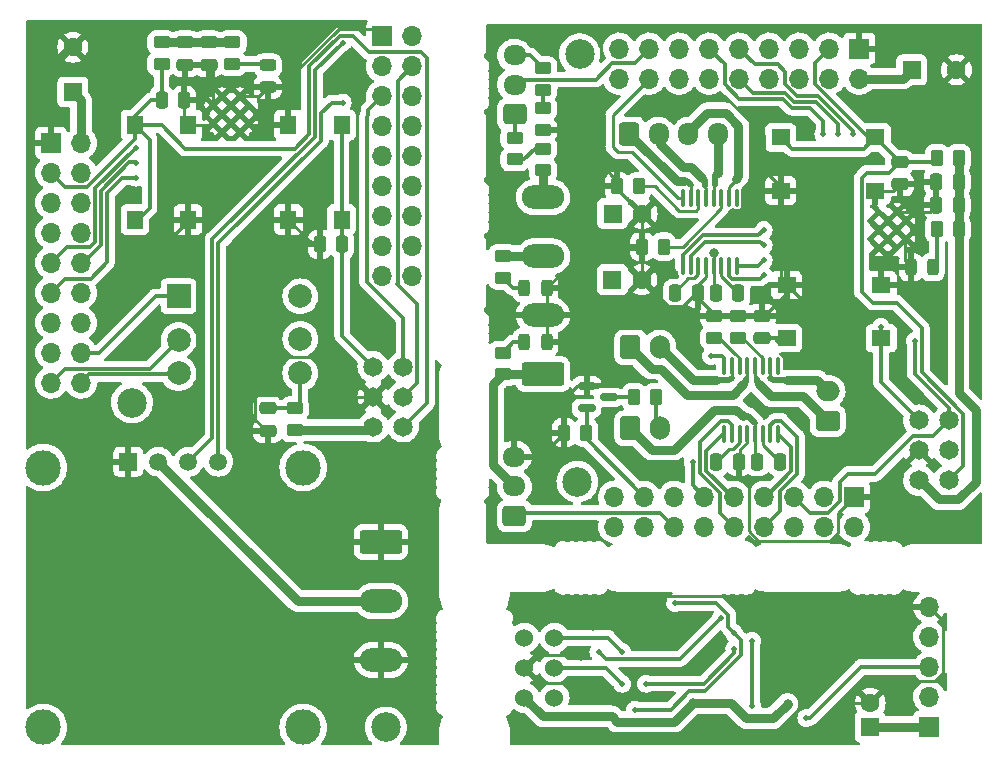
<source format=gbr>
G04 #@! TF.GenerationSoftware,KiCad,Pcbnew,6.0.11+dfsg-1*
G04 #@! TF.CreationDate,2024-10-29T09:23:30+01:00*
G04 #@! TF.ProjectId,kaarten_shieter,6b616172-7465-46e5-9f73-686965746572,rev?*
G04 #@! TF.SameCoordinates,Original*
G04 #@! TF.FileFunction,Copper,L2,Bot*
G04 #@! TF.FilePolarity,Positive*
%FSLAX46Y46*%
G04 Gerber Fmt 4.6, Leading zero omitted, Abs format (unit mm)*
G04 Created by KiCad (PCBNEW 6.0.11+dfsg-1) date 2024-10-29 09:23:30*
%MOMM*%
%LPD*%
G01*
G04 APERTURE LIST*
G04 Aperture macros list*
%AMRoundRect*
0 Rectangle with rounded corners*
0 $1 Rounding radius*
0 $2 $3 $4 $5 $6 $7 $8 $9 X,Y pos of 4 corners*
0 Add a 4 corners polygon primitive as box body*
4,1,4,$2,$3,$4,$5,$6,$7,$8,$9,$2,$3,0*
0 Add four circle primitives for the rounded corners*
1,1,$1+$1,$2,$3*
1,1,$1+$1,$4,$5*
1,1,$1+$1,$6,$7*
1,1,$1+$1,$8,$9*
0 Add four rect primitives between the rounded corners*
20,1,$1+$1,$2,$3,$4,$5,0*
20,1,$1+$1,$4,$5,$6,$7,0*
20,1,$1+$1,$6,$7,$8,$9,0*
20,1,$1+$1,$8,$9,$2,$3,0*%
G04 Aperture macros list end*
G04 #@! TA.AperFunction,ComponentPad*
%ADD10R,2.000000X2.000000*%
G04 #@! TD*
G04 #@! TA.AperFunction,ComponentPad*
%ADD11C,2.000000*%
G04 #@! TD*
G04 #@! TA.AperFunction,ComponentPad*
%ADD12R,1.700000X1.700000*%
G04 #@! TD*
G04 #@! TA.AperFunction,ComponentPad*
%ADD13O,1.700000X1.700000*%
G04 #@! TD*
G04 #@! TA.AperFunction,ComponentPad*
%ADD14C,2.500000*%
G04 #@! TD*
G04 #@! TA.AperFunction,ComponentPad*
%ADD15RoundRect,0.250000X0.725000X-0.600000X0.725000X0.600000X-0.725000X0.600000X-0.725000X-0.600000X0*%
G04 #@! TD*
G04 #@! TA.AperFunction,ComponentPad*
%ADD16O,1.950000X1.700000*%
G04 #@! TD*
G04 #@! TA.AperFunction,ComponentPad*
%ADD17R,1.600000X1.600000*%
G04 #@! TD*
G04 #@! TA.AperFunction,ComponentPad*
%ADD18C,1.600000*%
G04 #@! TD*
G04 #@! TA.AperFunction,ComponentPad*
%ADD19RoundRect,0.250000X0.750000X-0.600000X0.750000X0.600000X-0.750000X0.600000X-0.750000X-0.600000X0*%
G04 #@! TD*
G04 #@! TA.AperFunction,ComponentPad*
%ADD20O,2.000000X1.700000*%
G04 #@! TD*
G04 #@! TA.AperFunction,ComponentPad*
%ADD21C,1.650000*%
G04 #@! TD*
G04 #@! TA.AperFunction,ComponentPad*
%ADD22C,1.530000*%
G04 #@! TD*
G04 #@! TA.AperFunction,ComponentPad*
%ADD23RoundRect,0.250000X-0.600000X-0.750000X0.600000X-0.750000X0.600000X0.750000X-0.600000X0.750000X0*%
G04 #@! TD*
G04 #@! TA.AperFunction,ComponentPad*
%ADD24O,1.700000X2.000000*%
G04 #@! TD*
G04 #@! TA.AperFunction,ComponentPad*
%ADD25R,1.508000X1.508000*%
G04 #@! TD*
G04 #@! TA.AperFunction,ComponentPad*
%ADD26C,1.508000*%
G04 #@! TD*
G04 #@! TA.AperFunction,ComponentPad*
%ADD27C,3.000000*%
G04 #@! TD*
G04 #@! TA.AperFunction,HeatsinkPad*
%ADD28C,0.475000*%
G04 #@! TD*
G04 #@! TA.AperFunction,ComponentPad*
%ADD29RoundRect,0.250000X-1.550000X0.750000X-1.550000X-0.750000X1.550000X-0.750000X1.550000X0.750000X0*%
G04 #@! TD*
G04 #@! TA.AperFunction,ComponentPad*
%ADD30O,3.600000X2.000000*%
G04 #@! TD*
G04 #@! TA.AperFunction,ComponentPad*
%ADD31RoundRect,0.250000X-0.600000X-0.725000X0.600000X-0.725000X0.600000X0.725000X-0.600000X0.725000X0*%
G04 #@! TD*
G04 #@! TA.AperFunction,ComponentPad*
%ADD32O,1.700000X1.950000*%
G04 #@! TD*
G04 #@! TA.AperFunction,ComponentPad*
%ADD33RoundRect,0.250000X1.550000X-0.750000X1.550000X0.750000X-1.550000X0.750000X-1.550000X-0.750000X0*%
G04 #@! TD*
G04 #@! TA.AperFunction,SMDPad,CuDef*
%ADD34RoundRect,0.250000X0.250000X0.475000X-0.250000X0.475000X-0.250000X-0.475000X0.250000X-0.475000X0*%
G04 #@! TD*
G04 #@! TA.AperFunction,SMDPad,CuDef*
%ADD35RoundRect,0.250000X-0.475000X0.250000X-0.475000X-0.250000X0.475000X-0.250000X0.475000X0.250000X0*%
G04 #@! TD*
G04 #@! TA.AperFunction,SMDPad,CuDef*
%ADD36RoundRect,0.250000X0.450000X-0.262500X0.450000X0.262500X-0.450000X0.262500X-0.450000X-0.262500X0*%
G04 #@! TD*
G04 #@! TA.AperFunction,SMDPad,CuDef*
%ADD37RoundRect,0.250000X-0.250000X-0.475000X0.250000X-0.475000X0.250000X0.475000X-0.250000X0.475000X0*%
G04 #@! TD*
G04 #@! TA.AperFunction,SMDPad,CuDef*
%ADD38RoundRect,0.250000X0.262500X0.450000X-0.262500X0.450000X-0.262500X-0.450000X0.262500X-0.450000X0*%
G04 #@! TD*
G04 #@! TA.AperFunction,SMDPad,CuDef*
%ADD39RoundRect,0.250000X-0.450000X0.262500X-0.450000X-0.262500X0.450000X-0.262500X0.450000X0.262500X0*%
G04 #@! TD*
G04 #@! TA.AperFunction,SMDPad,CuDef*
%ADD40R,1.400000X1.600000*%
G04 #@! TD*
G04 #@! TA.AperFunction,SMDPad,CuDef*
%ADD41R,1.600000X1.400000*%
G04 #@! TD*
G04 #@! TA.AperFunction,SMDPad,CuDef*
%ADD42RoundRect,0.250000X-0.262500X-0.450000X0.262500X-0.450000X0.262500X0.450000X-0.262500X0.450000X0*%
G04 #@! TD*
G04 #@! TA.AperFunction,SMDPad,CuDef*
%ADD43RoundRect,0.243750X0.456250X-0.243750X0.456250X0.243750X-0.456250X0.243750X-0.456250X-0.243750X0*%
G04 #@! TD*
G04 #@! TA.AperFunction,SMDPad,CuDef*
%ADD44RoundRect,0.150000X-0.587500X-0.150000X0.587500X-0.150000X0.587500X0.150000X-0.587500X0.150000X0*%
G04 #@! TD*
G04 #@! TA.AperFunction,SMDPad,CuDef*
%ADD45RoundRect,0.243750X0.243750X0.456250X-0.243750X0.456250X-0.243750X-0.456250X0.243750X-0.456250X0*%
G04 #@! TD*
G04 #@! TA.AperFunction,SMDPad,CuDef*
%ADD46RoundRect,0.100000X-0.100000X0.637500X-0.100000X-0.637500X0.100000X-0.637500X0.100000X0.637500X0*%
G04 #@! TD*
G04 #@! TA.AperFunction,SMDPad,CuDef*
%ADD47RoundRect,0.250000X0.475000X-0.250000X0.475000X0.250000X-0.475000X0.250000X-0.475000X-0.250000X0*%
G04 #@! TD*
G04 #@! TA.AperFunction,SMDPad,CuDef*
%ADD48RoundRect,0.243750X-0.243750X-0.456250X0.243750X-0.456250X0.243750X0.456250X-0.243750X0.456250X0*%
G04 #@! TD*
G04 #@! TA.AperFunction,ViaPad*
%ADD49C,0.800000*%
G04 #@! TD*
G04 #@! TA.AperFunction,ViaPad*
%ADD50C,0.500000*%
G04 #@! TD*
G04 #@! TA.AperFunction,Conductor*
%ADD51C,0.800000*%
G04 #@! TD*
G04 #@! TA.AperFunction,Conductor*
%ADD52C,0.250000*%
G04 #@! TD*
G04 #@! TA.AperFunction,Conductor*
%ADD53C,0.300000*%
G04 #@! TD*
G04 #@! TA.AperFunction,Conductor*
%ADD54C,0.500000*%
G04 #@! TD*
G04 APERTURE END LIST*
D10*
X113942500Y-100500000D03*
D11*
X113942500Y-104200000D03*
X113942500Y-107000000D03*
X124242500Y-107000000D03*
X124242500Y-104100000D03*
X124242500Y-100500000D03*
D12*
X177500000Y-136950000D03*
D13*
X177500000Y-134410000D03*
X177500000Y-131870000D03*
X177500000Y-129330000D03*
X177500000Y-126790000D03*
D14*
X147900000Y-80000000D03*
D15*
X142400000Y-85100000D03*
D16*
X142400000Y-82600000D03*
X142400000Y-80100000D03*
D17*
X150674440Y-99100000D03*
D18*
X153174440Y-99100000D03*
D19*
X168905000Y-111050000D03*
D20*
X168905000Y-108550000D03*
D21*
X179170000Y-116075000D03*
X176630000Y-116075000D03*
X179170000Y-113535000D03*
X176630000Y-113535000D03*
X179170000Y-110995000D03*
X176630000Y-110995000D03*
D17*
X176004169Y-81335000D03*
D18*
X179804169Y-81335000D03*
D14*
X131500000Y-137000000D03*
D17*
X172500000Y-136950000D03*
D18*
X172500000Y-134950000D03*
D12*
X171580000Y-79525000D03*
D13*
X171580000Y-82065000D03*
X169040000Y-79525000D03*
X169040000Y-82065000D03*
X166500000Y-79525000D03*
X166500000Y-82065000D03*
X163960000Y-79525000D03*
X163960000Y-82065000D03*
X161420000Y-79525000D03*
X161420000Y-82065000D03*
X158880000Y-79525000D03*
X158880000Y-82065000D03*
X156340000Y-79525000D03*
X156340000Y-82065000D03*
X153800000Y-79525000D03*
X153800000Y-82065000D03*
X151260000Y-79525000D03*
X151260000Y-82065000D03*
D17*
X105000000Y-83202651D03*
D18*
X105000000Y-79402651D03*
D22*
X145770000Y-134490000D03*
X143230000Y-134490000D03*
X145770000Y-131950000D03*
X143230000Y-131950000D03*
X145770000Y-129410000D03*
X143230000Y-129410000D03*
D23*
X152200000Y-104825000D03*
D24*
X154700000Y-104825000D03*
D14*
X110000000Y-109500000D03*
D12*
X131160000Y-78500000D03*
D13*
X133700000Y-78500000D03*
X131160000Y-81040000D03*
X133700000Y-81040000D03*
X131160000Y-83580000D03*
X133700000Y-83580000D03*
X131160000Y-86120000D03*
X133700000Y-86120000D03*
X131160000Y-88660000D03*
X133700000Y-88660000D03*
X131160000Y-91200000D03*
X133700000Y-91200000D03*
X131160000Y-93740000D03*
X133700000Y-93740000D03*
X131160000Y-96280000D03*
X133700000Y-96280000D03*
X131160000Y-98820000D03*
X133700000Y-98820000D03*
D14*
X147700000Y-116200000D03*
D12*
X171140000Y-117475000D03*
D13*
X171140000Y-120015000D03*
X168600000Y-117475000D03*
X168600000Y-120015000D03*
X166060000Y-117475000D03*
X166060000Y-120015000D03*
X163520000Y-117475000D03*
X163520000Y-120015000D03*
X160980000Y-117475000D03*
X160980000Y-120015000D03*
X158440000Y-117475000D03*
X158440000Y-120015000D03*
X155900000Y-117475000D03*
X155900000Y-120015000D03*
X153360000Y-117475000D03*
X153360000Y-120015000D03*
X150820000Y-117475000D03*
X150820000Y-120015000D03*
D25*
X109690000Y-114500000D03*
D26*
X112230000Y-114500000D03*
X114770000Y-114500000D03*
X117310000Y-114500000D03*
D27*
X102500000Y-115000000D03*
X124500000Y-115000000D03*
X124500000Y-137000000D03*
X102500000Y-137000000D03*
D28*
X119172500Y-83565000D03*
X119172500Y-86615000D03*
X119172500Y-85090000D03*
X117647500Y-85090000D03*
X118410000Y-85852500D03*
X118410000Y-84327500D03*
X117647500Y-86615000D03*
X116885000Y-84327500D03*
X117647500Y-83565000D03*
X119935000Y-85852500D03*
X116885000Y-85852500D03*
X119935000Y-84327500D03*
D29*
X131077500Y-121300000D03*
D30*
X131077500Y-126300000D03*
X131077500Y-131300000D03*
D21*
X132970000Y-111540000D03*
X130430000Y-111540000D03*
X132970000Y-109000000D03*
X130430000Y-109000000D03*
X132970000Y-106460000D03*
X130430000Y-106460000D03*
D28*
X175535000Y-94092500D03*
X172485000Y-95617500D03*
X173247500Y-93330000D03*
X173247500Y-94855000D03*
X174010000Y-94092500D03*
X174010000Y-95617500D03*
X174772500Y-96380000D03*
X175535000Y-95617500D03*
X173247500Y-96380000D03*
X174772500Y-94855000D03*
X174772500Y-93330000D03*
X172485000Y-94092500D03*
D23*
X152200000Y-111675000D03*
D24*
X154700000Y-111675000D03*
D31*
X152100000Y-86775000D03*
D32*
X154600000Y-86775000D03*
X157100000Y-86775000D03*
X159600000Y-86775000D03*
D12*
X103140000Y-87497953D03*
D13*
X105680000Y-87497953D03*
X103140000Y-90037953D03*
X105680000Y-90037953D03*
X103140000Y-92577953D03*
X105680000Y-92577953D03*
X103140000Y-95117953D03*
X105680000Y-95117953D03*
X103140000Y-97657953D03*
X105680000Y-97657953D03*
X103140000Y-100197953D03*
X105680000Y-100197953D03*
X103140000Y-102737953D03*
X105680000Y-102737953D03*
X103140000Y-105277953D03*
X105680000Y-105277953D03*
X103140000Y-107817953D03*
X105680000Y-107817953D03*
D15*
X142375000Y-119100000D03*
D16*
X142375000Y-116600000D03*
X142375000Y-114100000D03*
D17*
X150694888Y-93500000D03*
D18*
X153194888Y-93500000D03*
D33*
X144800000Y-107100000D03*
D30*
X144800000Y-102100000D03*
X144800000Y-97100000D03*
X144800000Y-92100000D03*
D34*
X127800000Y-96100000D03*
X125900000Y-96100000D03*
D35*
X116500000Y-79000000D03*
X116500000Y-80900000D03*
D36*
X141400000Y-107100000D03*
X141400000Y-105275000D03*
X123765000Y-111825000D03*
X123765000Y-110000000D03*
D37*
X112500000Y-83900000D03*
X114400000Y-83900000D03*
D36*
X144800000Y-83012500D03*
X144800000Y-81187500D03*
D38*
X148422500Y-112035000D03*
X146597500Y-112035000D03*
D36*
X159300000Y-103997500D03*
X159300000Y-102172500D03*
D39*
X141400000Y-97100000D03*
X141400000Y-98925000D03*
D36*
X144800000Y-86425000D03*
X144800000Y-84600000D03*
D39*
X118500000Y-79000000D03*
X118500000Y-80825000D03*
D34*
X179990000Y-92785000D03*
X178090000Y-92785000D03*
D37*
X162950000Y-114500000D03*
X164850000Y-114500000D03*
D40*
X127750000Y-86000000D03*
X127750000Y-94000000D03*
X123250000Y-94000000D03*
X123250000Y-86000000D03*
D41*
X165430000Y-104050000D03*
X173430000Y-104050000D03*
X173430000Y-99550000D03*
X165430000Y-99550000D03*
D35*
X121500000Y-110000000D03*
X121500000Y-111900000D03*
D34*
X157900000Y-100250000D03*
X156000000Y-100250000D03*
D35*
X174990000Y-89135000D03*
X174990000Y-91035000D03*
D42*
X152517500Y-109035000D03*
X154342500Y-109035000D03*
D43*
X121500000Y-82812500D03*
X121500000Y-80937500D03*
D34*
X161380000Y-114500000D03*
X159480000Y-114500000D03*
D39*
X112500000Y-79000000D03*
X112500000Y-80825000D03*
D38*
X152912500Y-91200000D03*
X151087500Y-91200000D03*
D34*
X179990000Y-90785000D03*
X178090000Y-90785000D03*
D44*
X148492500Y-109985000D03*
X148492500Y-108085000D03*
X150367500Y-109035000D03*
D36*
X161300000Y-103997500D03*
X161300000Y-102172500D03*
D45*
X145100000Y-99800000D03*
X143225000Y-99800000D03*
D36*
X144800000Y-89825000D03*
X144800000Y-88000000D03*
D35*
X114500000Y-79000000D03*
X114500000Y-80900000D03*
D46*
X160155000Y-106437500D03*
X160805000Y-106437500D03*
X161455000Y-106437500D03*
X162105000Y-106437500D03*
X162755000Y-106437500D03*
X163405000Y-106437500D03*
X164055000Y-106437500D03*
X164705000Y-106437500D03*
X164705000Y-112162500D03*
X164055000Y-112162500D03*
X163405000Y-112162500D03*
X162755000Y-112162500D03*
X162105000Y-112162500D03*
X161455000Y-112162500D03*
X160805000Y-112162500D03*
X160155000Y-112162500D03*
D37*
X159450000Y-100250000D03*
X161350000Y-100250000D03*
D36*
X142400000Y-88900000D03*
X142400000Y-87075000D03*
D46*
X156655000Y-92172500D03*
X157305000Y-92172500D03*
X157955000Y-92172500D03*
X158605000Y-92172500D03*
X159255000Y-92172500D03*
X159905000Y-92172500D03*
X160555000Y-92172500D03*
X161205000Y-92172500D03*
X161205000Y-97897500D03*
X160555000Y-97897500D03*
X159905000Y-97897500D03*
X159255000Y-97897500D03*
X158605000Y-97897500D03*
X157955000Y-97897500D03*
X157305000Y-97897500D03*
X156655000Y-97897500D03*
D40*
X114750000Y-94000000D03*
X114750000Y-86000000D03*
X110250000Y-86000000D03*
X110250000Y-94000000D03*
D45*
X145100000Y-104400000D03*
X143225000Y-104400000D03*
D38*
X179990000Y-88800000D03*
X178165000Y-88800000D03*
D47*
X163300000Y-104050000D03*
X163300000Y-102150000D03*
D41*
X172930000Y-91550000D03*
X164930000Y-91550000D03*
X172930000Y-87050000D03*
X164930000Y-87050000D03*
D38*
X155012500Y-96300000D03*
X153187500Y-96300000D03*
D48*
X175930000Y-98035000D03*
X177805000Y-98035000D03*
D38*
X179990000Y-94800000D03*
X178165000Y-94800000D03*
D49*
X112500000Y-79000000D03*
X167430000Y-112785500D03*
X146400000Y-120200000D03*
X153930000Y-84535000D03*
X163480000Y-89825000D03*
X161452477Y-114572477D03*
X149930000Y-112035000D03*
D50*
X178165000Y-88800000D03*
D49*
X179990000Y-88800000D03*
D50*
X173412122Y-103085498D03*
X164730000Y-104285000D03*
X112500000Y-80825000D03*
X127840000Y-94260000D03*
X163480000Y-94905000D03*
D49*
X159241733Y-96811426D03*
X165502542Y-135004255D03*
X157500000Y-134950000D03*
D50*
X161000000Y-130325000D03*
X153500000Y-133300000D03*
X159876206Y-127700499D03*
X149500000Y-130600000D03*
X152600000Y-135500000D03*
X156000000Y-126450000D03*
X161000000Y-129025000D03*
X162500000Y-129676471D03*
X162500000Y-135175000D03*
X167100000Y-136199502D03*
X151500000Y-130600000D03*
X151500000Y-133300000D03*
X176270000Y-104285000D03*
X171080000Y-86785000D03*
X159029500Y-105535000D03*
X157467252Y-114535000D03*
X110340000Y-87910000D03*
X110340000Y-89180000D03*
X110340000Y-90450000D03*
D49*
X124200000Y-98079500D03*
X113380000Y-95510000D03*
X130500000Y-103000000D03*
X145500000Y-137500000D03*
X148000000Y-130950000D03*
X167025000Y-125925000D03*
X148000000Y-133200000D03*
X149000000Y-128450000D03*
X145500000Y-126500000D03*
D50*
X127840000Y-84100000D03*
X127840000Y-79020000D03*
X163480000Y-97445000D03*
X163480000Y-98715000D03*
X163480000Y-96175000D03*
X168540000Y-86785000D03*
X169810000Y-86785000D03*
D51*
X105680000Y-83882651D02*
X105000000Y-83202651D01*
X124030000Y-126300000D02*
X131077500Y-126300000D01*
X123765000Y-111825000D02*
X130145000Y-111825000D01*
X112500000Y-79000000D02*
X114500000Y-79000000D01*
X114500000Y-79000000D02*
X116500000Y-79000000D01*
X130145000Y-111825000D02*
X130430000Y-111540000D01*
X129945000Y-111825000D02*
X130230000Y-111540000D01*
X116500000Y-79000000D02*
X118500000Y-79000000D01*
X105680000Y-87497953D02*
X105680000Y-83882651D01*
X112230000Y-114500000D02*
X124030000Y-126300000D01*
D52*
X153430000Y-93009440D02*
X153404440Y-93035000D01*
X171430000Y-105550000D02*
X165430000Y-99550000D01*
X167430000Y-112785500D02*
X169615516Y-112785500D01*
X163033299Y-121190000D02*
X162200000Y-120356701D01*
X164930000Y-91550000D02*
X164930000Y-91275000D01*
X163480000Y-89825000D02*
X163480000Y-86880000D01*
X172780000Y-117475000D02*
X176720000Y-113535000D01*
X158605000Y-97897500D02*
X158605000Y-98860000D01*
X144532500Y-114100000D02*
X146597500Y-112035000D01*
X146597500Y-112035000D02*
X146597500Y-109202500D01*
X175425000Y-97530000D02*
X175425000Y-95617500D01*
X171140000Y-117475000D02*
X169775000Y-118840000D01*
X163480000Y-86880000D02*
X160135000Y-83535000D01*
X172930000Y-91550000D02*
X172930000Y-93122500D01*
X174475000Y-91550000D02*
X174990000Y-91035000D01*
X147715000Y-108085000D02*
X148492500Y-108085000D01*
X157930000Y-100035000D02*
X156665000Y-101300000D01*
X172930000Y-93122500D02*
X173137500Y-93330000D01*
X163452500Y-102172500D02*
X163490000Y-102135000D01*
X155374440Y-101300000D02*
X153174440Y-99100000D01*
X164930000Y-91275000D02*
X163480000Y-89825000D01*
X157930000Y-100035000D02*
X157930000Y-100672500D01*
X163490000Y-102135000D02*
X165430000Y-100195000D01*
X147100000Y-104400000D02*
X148492500Y-105792500D01*
X153430000Y-93060560D02*
X153404440Y-93035000D01*
X173430000Y-99550000D02*
X173430000Y-97612500D01*
X160135000Y-83535000D02*
X154930000Y-83535000D01*
X178090000Y-92785000D02*
X178090000Y-90785000D01*
X171140000Y-117475000D02*
X172780000Y-117475000D01*
X169615516Y-112785500D02*
X171430000Y-110971016D01*
X151087500Y-91392612D02*
X153194888Y-93500000D01*
X154930000Y-83535000D02*
X153930000Y-84535000D01*
X146794441Y-86425000D02*
X151087500Y-90718059D01*
X157930000Y-100672500D02*
X159430000Y-102172500D01*
X164930000Y-91550000D02*
X164930000Y-99050000D01*
X171876752Y-117260000D02*
X171891751Y-117260000D01*
X158605000Y-98860000D02*
X157930000Y-99535000D01*
X156665000Y-101300000D02*
X155374440Y-101300000D01*
X146597500Y-109202500D02*
X147715000Y-108085000D01*
X162105000Y-112162500D02*
X162105000Y-112860000D01*
X171580000Y-79525000D02*
X177994169Y-79525000D01*
X161452477Y-113512523D02*
X161452477Y-114572477D01*
X145100000Y-104400000D02*
X147100000Y-104400000D01*
X172930000Y-91550000D02*
X174475000Y-91550000D01*
X169775000Y-120501701D02*
X169086701Y-121190000D01*
X153194888Y-96292612D02*
X153194888Y-93500000D01*
X145100000Y-99800000D02*
X145100000Y-101800000D01*
X153187500Y-96300000D02*
X153174440Y-96313060D01*
X144800000Y-86425000D02*
X146794441Y-86425000D01*
X161452477Y-115752477D02*
X161452477Y-114572477D01*
X159430000Y-102172500D02*
X161430000Y-102172500D01*
X145100000Y-104400000D02*
X145100000Y-102400000D01*
X151087500Y-91200000D02*
X151087500Y-91392612D01*
X151087500Y-90718059D02*
X151087500Y-91200000D01*
X175930000Y-98035000D02*
X175425000Y-97530000D01*
X177545000Y-93330000D02*
X174662500Y-93330000D01*
X148365000Y-96535000D02*
X152952500Y-96535000D01*
X162200000Y-116500000D02*
X161452477Y-115752477D01*
X148365000Y-96535000D02*
X145100000Y-99800000D01*
X178090000Y-92785000D02*
X177545000Y-93330000D01*
X165430000Y-100195000D02*
X165430000Y-99550000D01*
X164930000Y-99050000D02*
X165430000Y-99550000D01*
X157930000Y-99535000D02*
X157930000Y-100035000D01*
X153174440Y-96313060D02*
X153174440Y-99100000D01*
X162105000Y-112860000D02*
X161452477Y-113512523D01*
X152952500Y-96535000D02*
X153187500Y-96300000D01*
X173430000Y-97612500D02*
X174662500Y-96380000D01*
X145100000Y-101800000D02*
X144800000Y-102100000D01*
X169775000Y-118840000D02*
X169775000Y-120501701D01*
X162200000Y-120356701D02*
X162200000Y-116500000D01*
X145100000Y-102400000D02*
X144800000Y-102100000D01*
X161430000Y-102172500D02*
X163452500Y-102172500D01*
X153187500Y-96300000D02*
X153194888Y-96292612D01*
X169086701Y-121190000D02*
X163033299Y-121190000D01*
X142375000Y-114100000D02*
X144532500Y-114100000D01*
X171430000Y-110971016D02*
X171430000Y-105550000D01*
X177994169Y-79525000D02*
X179804169Y-81335000D01*
X148492500Y-105792500D02*
X148492500Y-108085000D01*
D53*
X165915000Y-88035000D02*
X171945000Y-88035000D01*
X172327943Y-87050000D02*
X167840000Y-82562057D01*
X174990000Y-89110000D02*
X172930000Y-87050000D01*
X172715000Y-101035000D02*
X171780000Y-100100000D01*
X172245000Y-90035000D02*
X174090000Y-90035000D01*
X174990000Y-89135000D02*
X177830000Y-89135000D01*
X180400000Y-110473299D02*
X176870000Y-106943299D01*
X164930000Y-87050000D02*
X165915000Y-88035000D01*
X179170000Y-116075000D02*
X180400000Y-114845000D01*
X174090000Y-90035000D02*
X174990000Y-89135000D01*
X172930000Y-87050000D02*
X172327943Y-87050000D01*
X177830000Y-89135000D02*
X178165000Y-88800000D01*
X176870000Y-103170000D02*
X174735000Y-101035000D01*
X174735000Y-101035000D02*
X172715000Y-101035000D01*
X171780000Y-90500000D02*
X172245000Y-90035000D01*
X180400000Y-114845000D02*
X180400000Y-110473299D01*
X174990000Y-89135000D02*
X174990000Y-89110000D01*
X171945000Y-88035000D02*
X172930000Y-87050000D01*
X171780000Y-100100000D02*
X171780000Y-90500000D01*
X167840000Y-82562057D02*
X167840000Y-80725000D01*
X176870000Y-106943299D02*
X176870000Y-103170000D01*
X167840000Y-80725000D02*
X169040000Y-79525000D01*
D51*
X179990000Y-108719797D02*
X179990000Y-94800000D01*
X179990000Y-90785000D02*
X179990000Y-92785000D01*
X179933098Y-117700000D02*
X181430000Y-116203098D01*
X171580000Y-82065000D02*
X175274169Y-82065000D01*
X179990000Y-92785000D02*
X179990000Y-94800000D01*
X181430000Y-116203098D02*
X181430000Y-110159797D01*
X176720000Y-116075000D02*
X178345000Y-117700000D01*
X144800000Y-89825000D02*
X144800000Y-92100000D01*
X175274169Y-82065000D02*
X176004169Y-81335000D01*
X178345000Y-117700000D02*
X179933098Y-117700000D01*
X179990000Y-88800000D02*
X179990000Y-90785000D01*
X181430000Y-110159797D02*
X179990000Y-108719797D01*
D53*
X163490000Y-104035000D02*
X165415000Y-104035000D01*
X164730000Y-104285000D02*
X165195000Y-104285000D01*
X165195000Y-104285000D02*
X165430000Y-104050000D01*
X176630000Y-110995000D02*
X173400000Y-107765000D01*
X173400000Y-107765000D02*
X173400000Y-104080000D01*
X173412122Y-103085498D02*
X173412122Y-104032122D01*
X173400000Y-104080000D02*
X173430000Y-104050000D01*
X173412122Y-104032122D02*
X173430000Y-104050000D01*
X165415000Y-104035000D02*
X165430000Y-104050000D01*
X125000000Y-81011470D02*
X127591471Y-78420000D01*
X104340000Y-91237953D02*
X103140000Y-90037953D01*
X110250000Y-86000000D02*
X110250000Y-87165010D01*
X111500000Y-93000000D02*
X111500000Y-87250000D01*
X110105010Y-87310000D02*
X110091471Y-87310000D01*
X127591471Y-78420000D02*
X128680000Y-78420000D01*
X114500000Y-88000000D02*
X123792894Y-88000000D01*
X110250000Y-86000000D02*
X112500000Y-86000000D01*
X110250000Y-94000000D02*
X110500000Y-94000000D01*
X125000000Y-86792894D02*
X125000000Y-81011470D01*
X111500000Y-87250000D02*
X110250000Y-86000000D01*
X134965000Y-109545000D02*
X132970000Y-111540000D01*
X109740000Y-87661471D02*
X109740000Y-87675010D01*
X112500000Y-86000000D02*
X114500000Y-88000000D01*
X110091471Y-87310000D02*
X109740000Y-87661471D01*
X111600000Y-83900000D02*
X112500000Y-83900000D01*
X110250000Y-86000000D02*
X110250000Y-85250000D01*
X110250000Y-87165010D02*
X110105010Y-87310000D01*
X106177057Y-91237953D02*
X104340000Y-91237953D01*
X110250000Y-85250000D02*
X111600000Y-83900000D01*
X134440000Y-79840000D02*
X134965000Y-80365000D01*
X128680000Y-78420000D02*
X130100000Y-79840000D01*
X110500000Y-94000000D02*
X111500000Y-93000000D01*
X130100000Y-79840000D02*
X134440000Y-79840000D01*
X109740000Y-87675010D02*
X106177057Y-91237953D01*
X134965000Y-80365000D02*
X134965000Y-109545000D01*
X112500000Y-83900000D02*
X112500000Y-80825000D01*
X123792894Y-88000000D02*
X125000000Y-86792894D01*
X127750000Y-86000000D02*
X127750000Y-94000000D01*
X127800000Y-103830000D02*
X130430000Y-106460000D01*
X127750000Y-94000000D02*
X127750000Y-95950000D01*
X127750000Y-95950000D02*
X127800000Y-96000000D01*
X127800000Y-96000000D02*
X127800000Y-103830000D01*
D51*
X156700000Y-90750000D02*
X156116548Y-90750000D01*
D52*
X157305000Y-91075000D02*
X157305000Y-92172500D01*
D54*
X156700000Y-90750000D02*
X156980000Y-90750000D01*
D51*
X156116548Y-90750000D02*
X152180000Y-86813452D01*
D54*
X156980000Y-90750000D02*
X157305000Y-91075000D01*
D51*
X154680000Y-87616396D02*
X154680000Y-86510000D01*
D52*
X158500000Y-91250000D02*
X158605000Y-91355000D01*
D54*
X158250000Y-90450000D02*
X158479999Y-90679999D01*
D51*
X156613604Y-89550000D02*
X154680000Y-87616396D01*
X157350000Y-89550000D02*
X156613604Y-89550000D01*
D54*
X158479999Y-90679999D02*
X158479999Y-91150000D01*
D52*
X158605000Y-91355000D02*
X158605000Y-92172500D01*
D51*
X158250000Y-90450000D02*
X157350000Y-89550000D01*
D52*
X160555000Y-91218148D02*
X160555000Y-92172500D01*
X161129503Y-90535000D02*
X161129503Y-90643645D01*
X161129503Y-90643645D02*
X160555000Y-91218148D01*
D51*
X161330000Y-86046548D02*
X160283452Y-85000000D01*
X158690000Y-85000000D02*
X157180000Y-86510000D01*
X161129503Y-90535000D02*
X161330000Y-90334503D01*
X161330000Y-90334503D02*
X161330000Y-86046548D01*
X160283452Y-85000000D02*
X158690000Y-85000000D01*
X159600000Y-86775000D02*
X159600000Y-90050000D01*
D52*
X159255000Y-92172500D02*
X159255000Y-91210000D01*
D54*
X159380000Y-90270000D02*
X159600000Y-90050000D01*
X159380000Y-91107500D02*
X159380000Y-90270000D01*
D52*
X159905000Y-93045000D02*
X159905000Y-92172500D01*
X155012500Y-96300000D02*
X156650000Y-96300000D01*
X156650000Y-96300000D02*
X159905000Y-93045000D01*
X161075000Y-105375000D02*
X161081041Y-105375000D01*
X159697500Y-103997500D02*
X161075000Y-105375000D01*
X159430000Y-103997500D02*
X159697500Y-103997500D01*
X161081041Y-105375000D02*
X161455000Y-105748959D01*
X161455000Y-105748959D02*
X161455000Y-106437500D01*
D54*
X164050000Y-107400000D02*
X164275000Y-107625000D01*
D51*
X165425000Y-107625000D02*
X168025000Y-107625000D01*
D52*
X164055000Y-107395000D02*
X164050000Y-107400000D01*
D51*
X168905000Y-108505000D02*
X168905000Y-108550000D01*
X168025000Y-107625000D02*
X168905000Y-108505000D01*
X168890000Y-108535000D02*
X168905000Y-108550000D01*
D54*
X164275000Y-107625000D02*
X165425000Y-107625000D01*
D52*
X164055000Y-106437500D02*
X164055000Y-107395000D01*
D54*
X162900000Y-107734924D02*
X163107538Y-107942462D01*
D52*
X162755000Y-107350000D02*
X162755000Y-107355000D01*
D54*
X162900000Y-107500000D02*
X162900000Y-107734924D01*
D52*
X162755000Y-106437500D02*
X162755000Y-107350000D01*
D51*
X164115076Y-108950000D02*
X163107538Y-107942462D01*
X166805000Y-108950000D02*
X164327208Y-108950000D01*
X164327208Y-108950000D02*
X164115076Y-108950000D01*
X168905000Y-111050000D02*
X166805000Y-108950000D01*
D52*
X162755000Y-107355000D02*
X162900000Y-107500000D01*
D51*
X157500000Y-107625000D02*
X154700000Y-104825000D01*
D52*
X160805000Y-107395000D02*
X160600000Y-107600000D01*
D51*
X159425000Y-107625000D02*
X157500000Y-107625000D01*
D54*
X160575000Y-107625000D02*
X160805000Y-107395000D01*
D52*
X160805000Y-106437500D02*
X160805000Y-107395000D01*
D54*
X160575000Y-107625000D02*
X159425000Y-107625000D01*
D52*
X162100000Y-107350000D02*
X161950000Y-107500000D01*
D51*
X154802944Y-106625000D02*
X154000000Y-106625000D01*
X157002944Y-108825000D02*
X154802944Y-106625000D01*
X160859924Y-108825000D02*
X157002944Y-108825000D01*
D54*
X161950000Y-107734924D02*
X161717462Y-107967462D01*
D52*
X162105000Y-107345000D02*
X162100000Y-107350000D01*
X162105000Y-106437500D02*
X162105000Y-107345000D01*
D51*
X154000000Y-106625000D02*
X152200000Y-104825000D01*
X161717462Y-107967462D02*
X160859924Y-108825000D01*
D54*
X161950000Y-107500000D02*
X161950000Y-107734924D01*
D53*
X143200000Y-88900000D02*
X142400000Y-88900000D01*
X144100000Y-88000000D02*
X143200000Y-88900000D01*
X144800000Y-88000000D02*
X144100000Y-88000000D01*
X158342893Y-95350000D02*
X156655000Y-97037893D01*
X163480000Y-94905000D02*
X163035000Y-95350000D01*
X156655000Y-97037893D02*
X156655000Y-97897500D01*
X163035000Y-95350000D02*
X158342893Y-95350000D01*
D51*
X142375000Y-116600000D02*
X140600000Y-114825000D01*
X141400000Y-107100000D02*
X140600000Y-107900000D01*
D52*
X162755000Y-112162500D02*
X162755000Y-114305000D01*
D51*
X159275000Y-110125000D02*
X155925000Y-113475000D01*
D54*
X161700000Y-110650000D02*
X162195000Y-110650000D01*
X162195000Y-110650000D02*
X162755000Y-111210000D01*
D51*
X161175000Y-110125000D02*
X159275000Y-110125000D01*
D52*
X162755000Y-112162500D02*
X162755000Y-111210000D01*
D51*
X140600000Y-114825000D02*
X140600000Y-107900000D01*
X155925000Y-113475000D02*
X154000000Y-113475000D01*
X144800000Y-107100000D02*
X141400000Y-107100000D01*
D52*
X162755000Y-114305000D02*
X162950000Y-114500000D01*
D51*
X154000000Y-113475000D02*
X152200000Y-111675000D01*
X161700000Y-110650000D02*
X161175000Y-110125000D01*
D52*
X159241733Y-96811426D02*
X159255000Y-96824693D01*
X159255000Y-97897500D02*
X159255000Y-100055000D01*
X159255000Y-100055000D02*
X159450000Y-100250000D01*
X159255000Y-96824693D02*
X159255000Y-97897500D01*
D51*
X141400000Y-97100000D02*
X144800000Y-97100000D01*
D52*
X159905000Y-98805000D02*
X159905000Y-97897500D01*
X161350000Y-100250000D02*
X159905000Y-98805000D01*
X157105000Y-98960000D02*
X156030000Y-100035000D01*
X157581041Y-98960000D02*
X157105000Y-98960000D01*
X157955000Y-98586041D02*
X157581041Y-98960000D01*
X157955000Y-97897500D02*
X157955000Y-98586041D01*
D51*
X172500000Y-136950000D02*
X177500000Y-136950000D01*
X144795000Y-136055000D02*
X143230000Y-134490000D01*
X151100000Y-136550000D02*
X150605000Y-136055000D01*
X162025000Y-136225000D02*
X164281797Y-136225000D01*
X150605000Y-136055000D02*
X144795000Y-136055000D01*
X157500000Y-134950000D02*
X160750000Y-134950000D01*
X160750000Y-134950000D02*
X162025000Y-136225000D01*
X155900001Y-136550000D02*
X151100000Y-136550000D01*
X164281797Y-136225000D02*
X165502542Y-135004255D01*
X157500000Y-134950000D02*
X155900001Y-136550000D01*
D53*
X161000000Y-130325000D02*
X161000000Y-130742894D01*
X158442894Y-133300000D02*
X153500000Y-133300000D01*
X161000000Y-130742894D02*
X158442894Y-133300000D01*
X156400000Y-131200000D02*
X159876206Y-127723794D01*
X159876206Y-127723794D02*
X159876206Y-127700499D01*
X149500000Y-130600000D02*
X150100000Y-131200000D01*
X150100000Y-131200000D02*
X156400000Y-131200000D01*
X161000000Y-129025000D02*
X160500000Y-128525000D01*
X161600000Y-129625000D02*
X161600000Y-130850000D01*
X160500000Y-128525000D02*
X160500000Y-127476471D01*
X157156498Y-133950000D02*
X155606498Y-135500000D01*
X158500000Y-133950000D02*
X157156498Y-133950000D01*
X159473529Y-126450000D02*
X156000000Y-126450000D01*
X161000000Y-129025000D02*
X161600000Y-129625000D01*
X161600000Y-130850000D02*
X158500000Y-133950000D01*
X160500000Y-127476471D02*
X159473529Y-126450000D01*
X155606498Y-135500000D02*
X152600000Y-135500000D01*
X162500000Y-129676471D02*
X162500000Y-135175000D01*
X171730000Y-131870000D02*
X177500000Y-131870000D01*
X167400498Y-136199502D02*
X171730000Y-131870000D01*
X167100000Y-136199502D02*
X167400498Y-136199502D01*
D52*
X163405000Y-113055000D02*
X164850000Y-114500000D01*
X163405000Y-112162500D02*
X163405000Y-113055000D01*
X160928604Y-113400000D02*
X160580000Y-113400000D01*
X160580000Y-113400000D02*
X159480000Y-114500000D01*
X161455000Y-112162500D02*
X161455000Y-112873604D01*
X161455000Y-112873604D02*
X160928604Y-113400000D01*
D53*
X154342500Y-111317500D02*
X154700000Y-111675000D01*
X154342500Y-109035000D02*
X154342500Y-111317500D01*
X142400000Y-87075000D02*
X142400000Y-85100000D01*
X142400000Y-80100000D02*
X143712500Y-80100000D01*
X143712500Y-80100000D02*
X144800000Y-81187500D01*
X152517500Y-109035000D02*
X150367500Y-109035000D01*
X144800000Y-83012500D02*
X144800000Y-84600000D01*
X151500000Y-130600000D02*
X150310000Y-129410000D01*
X150310000Y-129410000D02*
X145770000Y-129410000D01*
X150150000Y-131950000D02*
X145770000Y-131950000D01*
X151500000Y-133300000D02*
X150150000Y-131950000D01*
X167400000Y-118815000D02*
X166060000Y-117475000D01*
X172930000Y-115535000D02*
X170645000Y-115535000D01*
X179170000Y-109950405D02*
X176270000Y-107050405D01*
X170645000Y-115535000D02*
X169940000Y-116240000D01*
X177805000Y-112360000D02*
X179170000Y-110995000D01*
X169940000Y-117832057D02*
X168957057Y-118815000D01*
X176105000Y-112360000D02*
X172930000Y-115535000D01*
X179170000Y-109950405D02*
X179170000Y-110995000D01*
X169940000Y-116240000D02*
X169940000Y-117832057D01*
X168957057Y-118815000D02*
X167400000Y-118815000D01*
X176270000Y-107050405D02*
X176270000Y-104285000D01*
X177805000Y-112360000D02*
X176105000Y-112360000D01*
X171080000Y-86509163D02*
X171080000Y-86785000D01*
X164662943Y-80865000D02*
X165300000Y-81502057D01*
X168105837Y-83535000D02*
X171080000Y-86509163D01*
X161420000Y-79525000D02*
X162760000Y-80865000D01*
X166272943Y-83535000D02*
X168105837Y-83535000D01*
X162760000Y-80865000D02*
X164662943Y-80865000D01*
X165300000Y-81502057D02*
X165300000Y-82562057D01*
X165300000Y-82562057D02*
X166272943Y-83535000D01*
X159930000Y-105535000D02*
X160130000Y-105735000D01*
X160130000Y-105735000D02*
X160130000Y-106437500D01*
X157467252Y-114535000D02*
X157467252Y-116502252D01*
X157467252Y-116502252D02*
X158440000Y-117475000D01*
X159029500Y-105535000D02*
X159930000Y-105535000D01*
X163655837Y-117475000D02*
X165800000Y-115330837D01*
X165800000Y-113257500D02*
X164705000Y-112162500D01*
X163520000Y-117475000D02*
X163655837Y-117475000D01*
X165800000Y-115330837D02*
X165800000Y-113257500D01*
X166300000Y-115550000D02*
X166300000Y-112383604D01*
X166300000Y-112383604D02*
X164966396Y-111050000D01*
X164055000Y-111438604D02*
X164055000Y-112162500D01*
X164860000Y-118675000D02*
X164860000Y-116977943D01*
X164443604Y-111050000D02*
X164055000Y-111438604D01*
X164966396Y-111050000D02*
X164443604Y-111050000D01*
X165562943Y-116275000D02*
X165575000Y-116275000D01*
X165575000Y-116275000D02*
X166300000Y-115550000D01*
X163520000Y-120015000D02*
X164860000Y-118675000D01*
X164860000Y-116977943D02*
X165562943Y-116275000D01*
X152600000Y-80725000D02*
X150675000Y-80725000D01*
X149250000Y-82150000D02*
X142850000Y-82150000D01*
X150675000Y-80725000D02*
X149250000Y-82150000D01*
X153800000Y-79525000D02*
X152600000Y-80725000D01*
X142850000Y-82150000D02*
X142400000Y-82600000D01*
X106880000Y-91350448D02*
X110320448Y-87910000D01*
X104480000Y-96317953D02*
X106474941Y-96317953D01*
X106474941Y-96317953D02*
X106880000Y-95912894D01*
X106880000Y-95912894D02*
X106880000Y-91350448D01*
X110320448Y-87910000D02*
X110340000Y-87910000D01*
X103140000Y-97657953D02*
X104480000Y-96317953D01*
X107380000Y-96120000D02*
X107380000Y-91557554D01*
X105680000Y-97657953D02*
X105842047Y-97657953D01*
X105842047Y-97657953D02*
X107380000Y-96120000D01*
X107380000Y-91557554D02*
X109777554Y-89160000D01*
X109777554Y-89160000D02*
X110340000Y-89160000D01*
X110340000Y-89160000D02*
X110340000Y-89180000D01*
X103140000Y-100197953D02*
X104340000Y-98997953D01*
X107880000Y-91764660D02*
X109194660Y-90450000D01*
X109194660Y-90450000D02*
X110340000Y-90450000D01*
X104340000Y-98997953D02*
X106497953Y-98997953D01*
X106497953Y-98997953D02*
X106500000Y-99000000D01*
X106500000Y-99000000D02*
X107880000Y-97620000D01*
X107880000Y-97620000D02*
X107880000Y-91764660D01*
X107222047Y-105277953D02*
X112000000Y-100500000D01*
X105680000Y-105277953D02*
X107222047Y-105277953D01*
X112000000Y-100500000D02*
X113942500Y-100500000D01*
D52*
X116885000Y-81285000D02*
X116885000Y-84327500D01*
X130510000Y-77850000D02*
X131160000Y-78500000D01*
X123250000Y-82089718D02*
X123250000Y-86000000D01*
X121500000Y-82812500D02*
X120747500Y-83565000D01*
X125900000Y-104950000D02*
X125175000Y-105675000D01*
X120450000Y-110950000D02*
X120450000Y-108050000D01*
X103140000Y-80765302D02*
X103140000Y-87497953D01*
X121500000Y-111900000D02*
X121400000Y-111900000D01*
X114750000Y-86000000D02*
X116737500Y-86000000D01*
X125900000Y-96000000D02*
X125250000Y-96000000D01*
X123250000Y-94000000D02*
X123250000Y-97129500D01*
X114500000Y-80900000D02*
X116500000Y-80900000D01*
X114400000Y-85650000D02*
X114750000Y-86000000D01*
X120747500Y-83565000D02*
X119172500Y-83565000D01*
X103140000Y-80765302D02*
X105000000Y-78905302D01*
X125175000Y-105675000D02*
X128500000Y-109000000D01*
X122825000Y-105675000D02*
X125175000Y-105675000D01*
X120082500Y-86000000D02*
X119935000Y-85852500D01*
X116737500Y-86000000D02*
X116885000Y-85852500D01*
X113380000Y-95510000D02*
X114750000Y-94140000D01*
X123250000Y-86000000D02*
X120082500Y-86000000D01*
X125900000Y-96000000D02*
X125900000Y-104950000D01*
X114400000Y-84000000D02*
X114400000Y-85650000D01*
X114750000Y-94140000D02*
X114750000Y-94000000D01*
X127489718Y-77850000D02*
X130510000Y-77850000D01*
X128500000Y-109000000D02*
X130430000Y-109000000D01*
X123250000Y-97129500D02*
X124200000Y-98079500D01*
X127489718Y-77850000D02*
X123250000Y-82089718D01*
X120450000Y-108050000D02*
X122825000Y-105675000D01*
X125250000Y-96000000D02*
X123250000Y-94000000D01*
X116500000Y-80900000D02*
X116885000Y-81285000D01*
X121400000Y-111900000D02*
X120450000Y-110950000D01*
X172500000Y-134950000D02*
X174405000Y-133045000D01*
X144320000Y-130860000D02*
X143230000Y-131950000D01*
X177986701Y-133045000D02*
X178675000Y-132356701D01*
X147050000Y-126500000D02*
X149000000Y-128450000D01*
X170850000Y-134950000D02*
X172500000Y-134950000D01*
X145500000Y-126500000D02*
X147050000Y-126500000D01*
X174405000Y-133045000D02*
X177986701Y-133045000D01*
X166975000Y-125875000D02*
X167025000Y-125925000D01*
X148000000Y-133200000D02*
X144480000Y-133200000D01*
X149000000Y-128450000D02*
X151575000Y-125875000D01*
X147910000Y-130860000D02*
X144320000Y-130860000D01*
X178675000Y-127965000D02*
X177500000Y-126790000D01*
X178675000Y-132356701D02*
X178675000Y-127965000D01*
X144480000Y-133200000D02*
X143230000Y-131950000D01*
X151575000Y-125875000D02*
X166975000Y-125875000D01*
X168300000Y-137500000D02*
X170850000Y-134950000D01*
X148000000Y-130950000D02*
X147910000Y-130860000D01*
X145500000Y-137500000D02*
X168300000Y-137500000D01*
D53*
X104340000Y-106617953D02*
X103140000Y-107817953D01*
X111524547Y-106617953D02*
X104340000Y-106617953D01*
X113942500Y-104200000D02*
X111524547Y-106617953D01*
X126000000Y-87328553D02*
X117310000Y-96018553D01*
X126000000Y-85000000D02*
X126000000Y-87328553D01*
X117310000Y-96018553D02*
X117310000Y-114500000D01*
X126900000Y-84100000D02*
X126000000Y-85000000D01*
X127840000Y-84100000D02*
X126900000Y-84100000D01*
X114770000Y-114500000D02*
X116810000Y-112460000D01*
X125500000Y-87000000D02*
X125500000Y-81360000D01*
X116810000Y-112460000D02*
X116810000Y-95690000D01*
X125500000Y-81360000D02*
X127840000Y-79020000D01*
X116810000Y-95690000D02*
X125500000Y-87000000D01*
X178165000Y-94800000D02*
X178165000Y-97675000D01*
X178165000Y-97675000D02*
X177805000Y-98035000D01*
X118500000Y-80825000D02*
X121387500Y-80825000D01*
X121387500Y-80825000D02*
X121500000Y-80937500D01*
X142275000Y-99800000D02*
X141400000Y-98925000D01*
X143225000Y-99800000D02*
X142275000Y-99800000D01*
X143225000Y-104400000D02*
X142275000Y-104400000D01*
X142275000Y-104400000D02*
X141400000Y-105275000D01*
X134145000Y-101145000D02*
X134145000Y-107825000D01*
X132425000Y-99425000D02*
X132500000Y-99350000D01*
X132425000Y-99425000D02*
X134145000Y-101145000D01*
X132500000Y-99350000D02*
X132500000Y-82240000D01*
X132500000Y-82240000D02*
X133700000Y-81040000D01*
X134145000Y-107825000D02*
X132970000Y-109000000D01*
X131160000Y-83580000D02*
X130025000Y-84715000D01*
X130025000Y-85175000D02*
X129900000Y-85300000D01*
X129900000Y-85300000D02*
X129900000Y-99257057D01*
X129900000Y-99257057D02*
X132970000Y-102327057D01*
X130025000Y-84715000D02*
X130025000Y-85175000D01*
X132970000Y-102327057D02*
X132970000Y-106460000D01*
D52*
X156655000Y-92172500D02*
X156222500Y-92172500D01*
X151178984Y-88275000D02*
X150725000Y-87821016D01*
X150725000Y-85140000D02*
X153800000Y-82065000D01*
X150725000Y-87821016D02*
X150725000Y-85140000D01*
X152325000Y-88275000D02*
X151178984Y-88275000D01*
X156222500Y-92172500D02*
X152325000Y-88275000D01*
D53*
X161205000Y-97897500D02*
X163027500Y-97897500D01*
X163027500Y-97897500D02*
X163480000Y-97445000D01*
X160555000Y-97897500D02*
X160555000Y-98783248D01*
X163195000Y-99000000D02*
X163480000Y-98715000D01*
X160771752Y-99000000D02*
X163195000Y-99000000D01*
X160555000Y-98783248D02*
X160771752Y-99000000D01*
X163166426Y-95861426D02*
X163480000Y-96175000D01*
X157305000Y-97897500D02*
X157305000Y-97095000D01*
X158538574Y-95861426D02*
X163166426Y-95861426D01*
X157305000Y-97095000D02*
X158538574Y-95861426D01*
X105680000Y-107817953D02*
X106380000Y-107117953D01*
X106380000Y-107117953D02*
X113824547Y-107117953D01*
X113824547Y-107117953D02*
X113942500Y-107000000D01*
X142660000Y-118815000D02*
X154700000Y-118815000D01*
X154700000Y-118815000D02*
X155900000Y-120015000D01*
X142375000Y-119100000D02*
X142660000Y-118815000D01*
D52*
X157750000Y-93250000D02*
X156350000Y-93250000D01*
X156350000Y-93250000D02*
X154300000Y-91200000D01*
X157955000Y-92172500D02*
X157955000Y-93045000D01*
X157955000Y-93045000D02*
X157750000Y-93250000D01*
X154300000Y-91200000D02*
X152912500Y-91200000D01*
X163405000Y-105748959D02*
X163405000Y-106437500D01*
X161653541Y-103997500D02*
X163405000Y-105748959D01*
X161430000Y-103997500D02*
X161653541Y-103997500D01*
D53*
X123765000Y-110000000D02*
X121500000Y-110000000D01*
X123765000Y-110000000D02*
X124242500Y-109522500D01*
X124242500Y-109522500D02*
X124242500Y-107000000D01*
X161422943Y-83765000D02*
X165088731Y-83765000D01*
X160220000Y-80865000D02*
X160220000Y-82562057D01*
X165088731Y-83765000D02*
X165858731Y-84535000D01*
X165858731Y-84535000D02*
X167430000Y-84535000D01*
X158880000Y-79525000D02*
X160220000Y-80865000D01*
X167430000Y-84535000D02*
X168540000Y-85645000D01*
X168540000Y-85645000D02*
X168540000Y-86785000D01*
X160220000Y-82562057D02*
X161422943Y-83765000D01*
X167898731Y-84035000D02*
X169810000Y-85946269D01*
X162620000Y-83265000D02*
X165295837Y-83265000D01*
X165295837Y-83265000D02*
X166065837Y-84035000D01*
X169810000Y-85946269D02*
X169810000Y-86785000D01*
X161420000Y-82065000D02*
X162620000Y-83265000D01*
X166065837Y-84035000D02*
X167898731Y-84035000D01*
X148492500Y-109985000D02*
X148492500Y-111965000D01*
X153360000Y-117465000D02*
X153360000Y-117475000D01*
X148492500Y-111965000D02*
X148422500Y-112035000D01*
X148422500Y-112527500D02*
X153360000Y-117465000D01*
X148422500Y-112035000D02*
X148422500Y-112527500D01*
X158630000Y-113576472D02*
X158630000Y-115260837D01*
X160844163Y-117475000D02*
X160980000Y-117475000D01*
X160866472Y-117475000D02*
X160980000Y-117475000D01*
X158630000Y-115260837D02*
X160844163Y-117475000D01*
X160155000Y-112162500D02*
X160043972Y-112162500D01*
X160043972Y-112162500D02*
X158630000Y-113576472D01*
X160441396Y-111075000D02*
X160805000Y-111438604D01*
X158130000Y-115467943D02*
X158130000Y-112813604D01*
X160980000Y-120015000D02*
X159780000Y-118815000D01*
X159780000Y-118815000D02*
X159780000Y-117117943D01*
X160805000Y-111438604D02*
X160805000Y-112162500D01*
X159868604Y-111075000D02*
X160441396Y-111075000D01*
X158130000Y-112813604D02*
X159868604Y-111075000D01*
X159780000Y-117117943D02*
X158130000Y-115467943D01*
G04 #@! TA.AperFunction,Conductor*
G36*
X169952026Y-120690144D02*
G01*
X169979875Y-120721994D01*
X170039987Y-120820088D01*
X170186250Y-120988938D01*
X170358126Y-121131632D01*
X170551000Y-121244338D01*
X170555825Y-121246180D01*
X170555826Y-121246181D01*
X170576747Y-121254170D01*
X170759692Y-121324030D01*
X170808944Y-121334050D01*
X170871707Y-121367231D01*
X170906569Y-121429079D01*
X170902460Y-121499956D01*
X170884713Y-121532997D01*
X170881544Y-121537233D01*
X170876510Y-121542547D01*
X170872834Y-121548875D01*
X170872833Y-121548877D01*
X170812233Y-121653208D01*
X170760722Y-121702067D01*
X170690974Y-121715321D01*
X170645311Y-121701796D01*
X170555884Y-121655459D01*
X170555879Y-121655457D01*
X170552058Y-121653477D01*
X170293153Y-121561462D01*
X170288945Y-121560588D01*
X170288943Y-121560587D01*
X170028338Y-121506432D01*
X170028332Y-121506431D01*
X170024130Y-121505558D01*
X170019842Y-121505265D01*
X170019837Y-121505264D01*
X169781175Y-121488939D01*
X169768882Y-121487489D01*
X169762552Y-121486424D01*
X169756207Y-121486347D01*
X169754860Y-121486330D01*
X169754857Y-121486330D01*
X169750000Y-121486271D01*
X169725679Y-121489754D01*
X169722376Y-121490227D01*
X169704514Y-121491500D01*
X169217779Y-121491500D01*
X169149658Y-121471498D01*
X169103165Y-121417842D01*
X169093061Y-121347568D01*
X169122555Y-121282988D01*
X169162347Y-121252349D01*
X169293346Y-121188173D01*
X169297994Y-121185896D01*
X169479860Y-121056173D01*
X169638096Y-120898489D01*
X169697594Y-120815689D01*
X169768453Y-120717077D01*
X169769776Y-120718028D01*
X169816645Y-120674857D01*
X169886580Y-120662625D01*
X169952026Y-120690144D01*
G37*
G04 #@! TD.AperFunction*
G04 #@! TA.AperFunction,Conductor*
G36*
X140428551Y-115943537D02*
G01*
X140452452Y-115962265D01*
X140860249Y-116370062D01*
X140894275Y-116432374D01*
X140896062Y-116475711D01*
X140888102Y-116535774D01*
X140888302Y-116541103D01*
X140888302Y-116541105D01*
X140891164Y-116617335D01*
X140896751Y-116766158D01*
X140944093Y-116991791D01*
X140946051Y-116996750D01*
X140946052Y-116996752D01*
X141007335Y-117151928D01*
X141028776Y-117206221D01*
X141031543Y-117210780D01*
X141031544Y-117210783D01*
X141059787Y-117257326D01*
X141148377Y-117403317D01*
X141151874Y-117407347D01*
X141264932Y-117537635D01*
X141299477Y-117577445D01*
X141335120Y-117606670D01*
X141375114Y-117665329D01*
X141377046Y-117736299D01*
X141340302Y-117797048D01*
X141321532Y-117811248D01*
X141254214Y-117852906D01*
X141175652Y-117901522D01*
X141050695Y-118026697D01*
X141046855Y-118032927D01*
X141046854Y-118032928D01*
X140991904Y-118122074D01*
X140957885Y-118177262D01*
X140955581Y-118184209D01*
X140915214Y-118305913D01*
X140902203Y-118345139D01*
X140891500Y-118449600D01*
X140891500Y-119750400D01*
X140891837Y-119753646D01*
X140891837Y-119753650D01*
X140895854Y-119792361D01*
X140902474Y-119856166D01*
X140958450Y-120023946D01*
X141051522Y-120174348D01*
X141176697Y-120299305D01*
X141182927Y-120303145D01*
X141182928Y-120303146D01*
X141320090Y-120387694D01*
X141327262Y-120392115D01*
X141404085Y-120417596D01*
X141488611Y-120445632D01*
X141488613Y-120445632D01*
X141495139Y-120447797D01*
X141501975Y-120448497D01*
X141501978Y-120448498D01*
X141545031Y-120452909D01*
X141599600Y-120458500D01*
X143150400Y-120458500D01*
X143153646Y-120458163D01*
X143153650Y-120458163D01*
X143249308Y-120448238D01*
X143249312Y-120448237D01*
X143256166Y-120447526D01*
X143262702Y-120445345D01*
X143262704Y-120445345D01*
X143394806Y-120401272D01*
X143423946Y-120391550D01*
X143574348Y-120298478D01*
X143699305Y-120173303D01*
X143792115Y-120022738D01*
X143847797Y-119854861D01*
X143858500Y-119750400D01*
X143858500Y-119599500D01*
X143878502Y-119531379D01*
X143932158Y-119484886D01*
X143984500Y-119473500D01*
X149394626Y-119473500D01*
X149462747Y-119493502D01*
X149509240Y-119547158D01*
X149519344Y-119617432D01*
X149516045Y-119633164D01*
X149480989Y-119759570D01*
X149457251Y-119981695D01*
X149457548Y-119986848D01*
X149457548Y-119986851D01*
X149468657Y-120179521D01*
X149470110Y-120204715D01*
X149471247Y-120209761D01*
X149471248Y-120209767D01*
X149490073Y-120293296D01*
X149519222Y-120422639D01*
X149603266Y-120629616D01*
X149654019Y-120712438D01*
X149717291Y-120815688D01*
X149719987Y-120820088D01*
X149866250Y-120988938D01*
X150038126Y-121131632D01*
X150231000Y-121244338D01*
X150235825Y-121246180D01*
X150235826Y-121246181D01*
X150256747Y-121254170D01*
X150439692Y-121324030D01*
X150444760Y-121325061D01*
X150444763Y-121325062D01*
X150590207Y-121354653D01*
X150652972Y-121387834D01*
X150687834Y-121449682D01*
X150683725Y-121520560D01*
X150641948Y-121577964D01*
X150607282Y-121596847D01*
X150447942Y-121653477D01*
X150444131Y-121655452D01*
X150444128Y-121655453D01*
X150356377Y-121700922D01*
X150286691Y-121714502D01*
X150220726Y-121688252D01*
X150182470Y-121638384D01*
X150178210Y-121628373D01*
X150178209Y-121628371D01*
X150175343Y-121621636D01*
X150070508Y-121479182D01*
X150064930Y-121474443D01*
X150064927Y-121474440D01*
X149941294Y-121369406D01*
X149941290Y-121369403D01*
X149935715Y-121364667D01*
X149836908Y-121314213D01*
X149784708Y-121287558D01*
X149784706Y-121287557D01*
X149778192Y-121284231D01*
X149771087Y-121282492D01*
X149771083Y-121282491D01*
X149666162Y-121256818D01*
X149606390Y-121242192D01*
X149600788Y-121241844D01*
X149600785Y-121241844D01*
X149597175Y-121241620D01*
X149597165Y-121241620D01*
X149595236Y-121241500D01*
X149467707Y-121241500D01*
X149397964Y-121249631D01*
X149343589Y-121255970D01*
X149343585Y-121255971D01*
X149336319Y-121256818D01*
X149329444Y-121259313D01*
X149329442Y-121259314D01*
X149176338Y-121314889D01*
X149105480Y-121319330D01*
X149076044Y-121308666D01*
X149034712Y-121287560D01*
X149034707Y-121287558D01*
X149028192Y-121284231D01*
X148856390Y-121242192D01*
X148850788Y-121241844D01*
X148850785Y-121241844D01*
X148847175Y-121241620D01*
X148847165Y-121241620D01*
X148845236Y-121241500D01*
X148717707Y-121241500D01*
X148647964Y-121249631D01*
X148593589Y-121255970D01*
X148593585Y-121255971D01*
X148586319Y-121256818D01*
X148579444Y-121259313D01*
X148579442Y-121259314D01*
X148420063Y-121317167D01*
X148418991Y-121314213D01*
X148362987Y-121324327D01*
X148319133Y-121311264D01*
X148299536Y-121301257D01*
X148266192Y-121284231D01*
X148259087Y-121282492D01*
X148259083Y-121282491D01*
X148154162Y-121256818D01*
X148094390Y-121242192D01*
X148088788Y-121241844D01*
X148088785Y-121241844D01*
X148085175Y-121241620D01*
X148085165Y-121241620D01*
X148083236Y-121241500D01*
X147955707Y-121241500D01*
X147885964Y-121249631D01*
X147831589Y-121255970D01*
X147831585Y-121255971D01*
X147824319Y-121256818D01*
X147817444Y-121259313D01*
X147817442Y-121259314D01*
X147664338Y-121314889D01*
X147593480Y-121319330D01*
X147564044Y-121308666D01*
X147522712Y-121287560D01*
X147522707Y-121287558D01*
X147516192Y-121284231D01*
X147344390Y-121242192D01*
X147338788Y-121241844D01*
X147338785Y-121241844D01*
X147335175Y-121241620D01*
X147335165Y-121241620D01*
X147333236Y-121241500D01*
X147205707Y-121241500D01*
X147135964Y-121249631D01*
X147081589Y-121255970D01*
X147081585Y-121255971D01*
X147074319Y-121256818D01*
X147067444Y-121259313D01*
X147067442Y-121259314D01*
X147051362Y-121265151D01*
X146914681Y-121314765D01*
X146914680Y-121314765D01*
X146911184Y-121316034D01*
X146908063Y-121317167D01*
X146907652Y-121316034D01*
X146844924Y-121327361D01*
X146801074Y-121314298D01*
X146748708Y-121287558D01*
X146748706Y-121287557D01*
X146742192Y-121284231D01*
X146735087Y-121282492D01*
X146735083Y-121282491D01*
X146630162Y-121256818D01*
X146570390Y-121242192D01*
X146564788Y-121241844D01*
X146564785Y-121241844D01*
X146561175Y-121241620D01*
X146561165Y-121241620D01*
X146559236Y-121241500D01*
X146431707Y-121241500D01*
X146361964Y-121249631D01*
X146307589Y-121255970D01*
X146307585Y-121255971D01*
X146300319Y-121256818D01*
X146293444Y-121259313D01*
X146293442Y-121259314D01*
X146157482Y-121308666D01*
X146134063Y-121317167D01*
X146127946Y-121321178D01*
X146127943Y-121321179D01*
X146014435Y-121395598D01*
X145986148Y-121414144D01*
X145864510Y-121542547D01*
X145811805Y-121633285D01*
X145804399Y-121646036D01*
X145752888Y-121694894D01*
X145683139Y-121708148D01*
X145644299Y-121697903D01*
X145498814Y-121633285D01*
X145438970Y-121606705D01*
X145434874Y-121605517D01*
X145434872Y-121605516D01*
X145180731Y-121531788D01*
X145180727Y-121531787D01*
X145176628Y-121530598D01*
X145108709Y-121520560D01*
X144910635Y-121491286D01*
X144910633Y-121491286D01*
X144906405Y-121490661D01*
X144902135Y-121490614D01*
X144902128Y-121490613D01*
X144664369Y-121487972D01*
X144651955Y-121487220D01*
X144645773Y-121486538D01*
X144640904Y-121486755D01*
X144640903Y-121486755D01*
X144638098Y-121486880D01*
X144638096Y-121486880D01*
X144633233Y-121487097D01*
X144628461Y-121488059D01*
X144628462Y-121488059D01*
X144623720Y-121489015D01*
X144598817Y-121491500D01*
X140134500Y-121491500D01*
X140066379Y-121471498D01*
X140019886Y-121417842D01*
X140008500Y-121365500D01*
X140008500Y-118803250D01*
X140010246Y-118782345D01*
X140012770Y-118767344D01*
X140012770Y-118767341D01*
X140013576Y-118762552D01*
X140013729Y-118750000D01*
X140013040Y-118745189D01*
X140012903Y-118743083D01*
X140012384Y-118738177D01*
X140011677Y-118727831D01*
X139996950Y-118512529D01*
X139994736Y-118480164D01*
X139994735Y-118480160D01*
X139994442Y-118475870D01*
X139993041Y-118469125D01*
X139939413Y-118211057D01*
X139939412Y-118211055D01*
X139938538Y-118206847D01*
X139846523Y-117947942D01*
X139820473Y-117897668D01*
X139804432Y-117866709D01*
X139790852Y-117797023D01*
X139817103Y-117731058D01*
X139847221Y-117703369D01*
X139920474Y-117655342D01*
X139989852Y-117609856D01*
X140111490Y-117481453D01*
X140200326Y-117328510D01*
X140203371Y-117318458D01*
X140249473Y-117166239D01*
X140251595Y-117159233D01*
X140262547Y-116982702D01*
X140259079Y-116962516D01*
X140233834Y-116815602D01*
X140233834Y-116815601D01*
X140232594Y-116808386D01*
X140229729Y-116801653D01*
X140229727Y-116801646D01*
X140181305Y-116687849D01*
X140173038Y-116617335D01*
X140188292Y-116575228D01*
X140196649Y-116560841D01*
X140196650Y-116560838D01*
X140200326Y-116554510D01*
X140206894Y-116532826D01*
X140249473Y-116392239D01*
X140251595Y-116385233D01*
X140262547Y-116208702D01*
X140259946Y-116193562D01*
X140245926Y-116111973D01*
X140239177Y-116072697D01*
X140247354Y-116002174D01*
X140292361Y-115947266D01*
X140359909Y-115925407D01*
X140428551Y-115943537D01*
G37*
G04 #@! TD.AperFunction*
G04 #@! TA.AperFunction,Conductor*
G36*
X176674032Y-113235924D02*
G01*
X176719095Y-113264885D01*
X177722238Y-114268028D01*
X177734013Y-114274458D01*
X177746028Y-114265162D01*
X177785668Y-114208551D01*
X177790594Y-114200019D01*
X177841979Y-114151027D01*
X177911693Y-114137594D01*
X177977603Y-114163983D01*
X178008659Y-114199825D01*
X178010744Y-114204297D01*
X178053362Y-114265162D01*
X178138609Y-114386907D01*
X178144578Y-114395432D01*
X178309568Y-114560422D01*
X178314076Y-114563579D01*
X178314079Y-114563581D01*
X178404991Y-114627238D01*
X178500703Y-114694256D01*
X178504707Y-114696123D01*
X178553469Y-114747264D01*
X178566905Y-114816977D01*
X178540518Y-114882888D01*
X178504812Y-114913828D01*
X178500703Y-114915744D01*
X178486263Y-114925855D01*
X178314079Y-115046419D01*
X178314076Y-115046421D01*
X178309568Y-115049578D01*
X178144578Y-115214568D01*
X178141421Y-115219076D01*
X178141419Y-115219079D01*
X178096197Y-115283663D01*
X178010744Y-115405703D01*
X178008877Y-115409707D01*
X177957736Y-115458469D01*
X177888023Y-115471905D01*
X177822112Y-115445518D01*
X177791172Y-115409812D01*
X177789256Y-115405703D01*
X177703803Y-115283663D01*
X177658581Y-115219079D01*
X177658579Y-115219076D01*
X177655422Y-115214568D01*
X177490432Y-115049578D01*
X177485924Y-115046421D01*
X177485921Y-115046419D01*
X177348861Y-114950449D01*
X177299297Y-114915744D01*
X177294887Y-114913688D01*
X177246030Y-114862449D01*
X177232593Y-114792735D01*
X177258979Y-114726824D01*
X177295019Y-114695594D01*
X177303551Y-114690668D01*
X177361000Y-114650441D01*
X177369375Y-114639964D01*
X177362307Y-114626517D01*
X176642812Y-113907022D01*
X176628868Y-113899408D01*
X176627035Y-113899539D01*
X176620420Y-113903790D01*
X175896972Y-114627238D01*
X175890542Y-114639013D01*
X175899838Y-114651028D01*
X175956449Y-114690668D01*
X175964981Y-114695594D01*
X176013973Y-114746979D01*
X176027406Y-114816693D01*
X176001017Y-114882603D01*
X175965175Y-114913659D01*
X175960703Y-114915744D01*
X175911139Y-114950449D01*
X175774079Y-115046419D01*
X175774076Y-115046421D01*
X175769568Y-115049578D01*
X175604578Y-115214568D01*
X175601421Y-115219076D01*
X175601419Y-115219079D01*
X175473901Y-115401194D01*
X175470744Y-115405703D01*
X175468421Y-115410685D01*
X175468418Y-115410690D01*
X175383857Y-115592031D01*
X175372133Y-115617174D01*
X175370711Y-115622482D01*
X175370710Y-115622484D01*
X175322915Y-115800859D01*
X175311742Y-115842556D01*
X175291406Y-116075000D01*
X175311742Y-116307444D01*
X175313166Y-116312757D01*
X175313166Y-116312759D01*
X175354124Y-116465614D01*
X175372133Y-116532826D01*
X175374455Y-116537806D01*
X175374456Y-116537808D01*
X175468418Y-116739310D01*
X175468421Y-116739315D01*
X175470744Y-116744297D01*
X175473900Y-116748804D01*
X175473901Y-116748806D01*
X175588765Y-116912848D01*
X175604578Y-116935432D01*
X175769568Y-117100422D01*
X175774076Y-117103579D01*
X175774079Y-117103581D01*
X175955483Y-117230601D01*
X175960703Y-117234256D01*
X175965685Y-117236579D01*
X175965690Y-117236582D01*
X176162830Y-117328510D01*
X176172174Y-117332867D01*
X176177482Y-117334289D01*
X176177484Y-117334290D01*
X176392241Y-117391834D01*
X176392243Y-117391834D01*
X176397556Y-117393258D01*
X176630000Y-117413594D01*
X176635475Y-117413115D01*
X176635476Y-117413115D01*
X176703685Y-117407148D01*
X176773290Y-117421138D01*
X176803761Y-117443574D01*
X177645019Y-118284832D01*
X177657860Y-118299865D01*
X177666134Y-118311253D01*
X177671043Y-118315673D01*
X177716959Y-118357016D01*
X177721744Y-118361557D01*
X177736259Y-118376072D01*
X177738823Y-118378148D01*
X177752216Y-118388994D01*
X177757231Y-118393278D01*
X177803145Y-118434619D01*
X177803150Y-118434623D01*
X177808056Y-118439040D01*
X177813772Y-118442340D01*
X177813776Y-118442343D01*
X177820237Y-118446073D01*
X177836533Y-118457273D01*
X177847470Y-118466129D01*
X177908421Y-118497185D01*
X177914215Y-118500331D01*
X177973444Y-118534527D01*
X177979726Y-118536568D01*
X177979728Y-118536569D01*
X177986826Y-118538875D01*
X178005092Y-118546440D01*
X178017630Y-118552829D01*
X178083701Y-118570533D01*
X178090003Y-118572400D01*
X178155072Y-118593542D01*
X178161637Y-118594232D01*
X178161646Y-118594234D01*
X178169075Y-118595015D01*
X178188509Y-118598617D01*
X178195714Y-118600547D01*
X178195716Y-118600547D01*
X178202097Y-118602257D01*
X178208688Y-118602602D01*
X178208692Y-118602603D01*
X178270384Y-118605836D01*
X178276958Y-118606353D01*
X178294116Y-118608156D01*
X178294118Y-118608156D01*
X178297390Y-118608500D01*
X178317926Y-118608500D01*
X178324520Y-118608673D01*
X178386218Y-118611907D01*
X178386223Y-118611907D01*
X178392810Y-118612252D01*
X178406708Y-118610051D01*
X178426417Y-118608500D01*
X179851681Y-118608500D01*
X179871390Y-118610051D01*
X179885288Y-118612252D01*
X179891875Y-118611907D01*
X179891880Y-118611907D01*
X179953578Y-118608673D01*
X179960172Y-118608500D01*
X179980708Y-118608500D01*
X179983980Y-118608156D01*
X179983982Y-118608156D01*
X180001140Y-118606353D01*
X180007714Y-118605836D01*
X180069406Y-118602603D01*
X180069410Y-118602602D01*
X180076001Y-118602257D01*
X180082382Y-118600547D01*
X180082384Y-118600547D01*
X180089589Y-118598617D01*
X180109023Y-118595015D01*
X180116452Y-118594234D01*
X180116461Y-118594232D01*
X180123026Y-118593542D01*
X180188095Y-118572400D01*
X180194397Y-118570533D01*
X180260468Y-118552829D01*
X180273006Y-118546440D01*
X180291272Y-118538875D01*
X180298370Y-118536569D01*
X180298372Y-118536568D01*
X180304654Y-118534527D01*
X180363883Y-118500331D01*
X180369677Y-118497185D01*
X180430628Y-118466129D01*
X180441565Y-118457273D01*
X180457861Y-118446073D01*
X180464322Y-118442343D01*
X180464326Y-118442340D01*
X180470042Y-118439040D01*
X180474948Y-118434623D01*
X180474953Y-118434619D01*
X180520867Y-118393278D01*
X180525882Y-118388994D01*
X180539275Y-118378148D01*
X180541839Y-118376072D01*
X180556354Y-118361557D01*
X180561139Y-118357016D01*
X180607055Y-118315673D01*
X180611964Y-118311253D01*
X180620238Y-118299865D01*
X180633079Y-118284832D01*
X181776405Y-117141506D01*
X181838717Y-117107480D01*
X181909532Y-117112545D01*
X181966368Y-117155092D01*
X181991179Y-117221612D01*
X181991500Y-117230601D01*
X181991500Y-121365500D01*
X181971498Y-121433621D01*
X181917842Y-121480114D01*
X181865500Y-121491500D01*
X176303250Y-121491500D01*
X176282345Y-121489754D01*
X176267344Y-121487230D01*
X176267341Y-121487230D01*
X176262552Y-121486424D01*
X176256475Y-121486350D01*
X176254865Y-121486330D01*
X176254861Y-121486330D01*
X176250000Y-121486271D01*
X176245189Y-121486960D01*
X176243083Y-121487097D01*
X176238187Y-121487615D01*
X176089412Y-121497792D01*
X175980164Y-121505264D01*
X175980160Y-121505265D01*
X175975870Y-121505558D01*
X175971668Y-121506431D01*
X175971662Y-121506432D01*
X175711057Y-121560587D01*
X175711055Y-121560588D01*
X175706847Y-121561462D01*
X175447942Y-121653477D01*
X175444127Y-121655454D01*
X175366209Y-121695827D01*
X175296523Y-121709407D01*
X175230558Y-121683156D01*
X175192300Y-121633285D01*
X175190210Y-121628372D01*
X175190207Y-121628366D01*
X175187343Y-121621636D01*
X175183010Y-121615748D01*
X175183007Y-121615743D01*
X175091573Y-121491500D01*
X175082508Y-121479182D01*
X175076930Y-121474443D01*
X175076927Y-121474440D01*
X174953294Y-121369406D01*
X174953290Y-121369403D01*
X174947715Y-121364667D01*
X174848908Y-121314213D01*
X174796708Y-121287558D01*
X174796706Y-121287557D01*
X174790192Y-121284231D01*
X174783087Y-121282492D01*
X174783083Y-121282491D01*
X174678162Y-121256818D01*
X174618390Y-121242192D01*
X174612788Y-121241844D01*
X174612785Y-121241844D01*
X174609175Y-121241620D01*
X174609165Y-121241620D01*
X174607236Y-121241500D01*
X174479707Y-121241500D01*
X174409964Y-121249631D01*
X174355589Y-121255970D01*
X174355585Y-121255971D01*
X174348319Y-121256818D01*
X174341444Y-121259313D01*
X174341442Y-121259314D01*
X174325362Y-121265151D01*
X174188681Y-121314765D01*
X174188680Y-121314765D01*
X174185184Y-121316034D01*
X174182063Y-121317167D01*
X174181652Y-121316034D01*
X174118924Y-121327361D01*
X174075074Y-121314298D01*
X174022708Y-121287558D01*
X174022706Y-121287557D01*
X174016192Y-121284231D01*
X174009087Y-121282492D01*
X174009083Y-121282491D01*
X173904162Y-121256818D01*
X173844390Y-121242192D01*
X173838788Y-121241844D01*
X173838785Y-121241844D01*
X173835175Y-121241620D01*
X173835165Y-121241620D01*
X173833236Y-121241500D01*
X173705707Y-121241500D01*
X173635964Y-121249631D01*
X173581589Y-121255970D01*
X173581585Y-121255971D01*
X173574319Y-121256818D01*
X173567444Y-121259313D01*
X173567442Y-121259314D01*
X173414338Y-121314889D01*
X173343480Y-121319330D01*
X173314044Y-121308666D01*
X173272712Y-121287560D01*
X173272707Y-121287558D01*
X173266192Y-121284231D01*
X173094390Y-121242192D01*
X173088788Y-121241844D01*
X173088785Y-121241844D01*
X173085175Y-121241620D01*
X173085165Y-121241620D01*
X173083236Y-121241500D01*
X172955707Y-121241500D01*
X172885964Y-121249631D01*
X172831589Y-121255970D01*
X172831585Y-121255971D01*
X172824319Y-121256818D01*
X172817444Y-121259313D01*
X172817442Y-121259314D01*
X172664338Y-121314889D01*
X172593480Y-121319330D01*
X172564044Y-121308666D01*
X172522712Y-121287560D01*
X172522707Y-121287558D01*
X172516192Y-121284231D01*
X172344390Y-121242192D01*
X172338788Y-121241844D01*
X172338785Y-121241844D01*
X172335175Y-121241620D01*
X172335165Y-121241620D01*
X172333236Y-121241500D01*
X172205707Y-121241500D01*
X172145528Y-121248516D01*
X172075549Y-121236537D01*
X172023156Y-121188627D01*
X172004982Y-121119995D01*
X172026798Y-121052434D01*
X172041997Y-121034113D01*
X172178096Y-120898489D01*
X172237594Y-120815689D01*
X172305435Y-120721277D01*
X172308453Y-120717077D01*
X172329320Y-120674857D01*
X172405136Y-120521453D01*
X172405137Y-120521451D01*
X172407430Y-120516811D01*
X172472370Y-120303069D01*
X172501529Y-120081590D01*
X172502815Y-120028968D01*
X172503074Y-120018365D01*
X172503074Y-120018361D01*
X172503156Y-120015000D01*
X172484852Y-119792361D01*
X172430431Y-119575702D01*
X172341354Y-119370840D01*
X172220014Y-119183277D01*
X172216538Y-119179457D01*
X172216533Y-119179450D01*
X172072435Y-119021088D01*
X172041383Y-118957242D01*
X172049779Y-118886744D01*
X172094956Y-118831976D01*
X172121400Y-118818307D01*
X172228052Y-118778325D01*
X172243649Y-118769786D01*
X172345724Y-118693285D01*
X172358285Y-118680724D01*
X172434786Y-118578649D01*
X172443324Y-118563054D01*
X172488478Y-118442606D01*
X172492105Y-118427351D01*
X172497631Y-118376486D01*
X172498000Y-118369672D01*
X172498000Y-117747115D01*
X172493525Y-117731876D01*
X172492135Y-117730671D01*
X172484452Y-117729000D01*
X171012000Y-117729000D01*
X170943879Y-117708998D01*
X170897386Y-117655342D01*
X170886000Y-117603000D01*
X170886000Y-117347000D01*
X170906002Y-117278879D01*
X170959658Y-117232386D01*
X171012000Y-117221000D01*
X172479884Y-117221000D01*
X172495123Y-117216525D01*
X172496328Y-117215135D01*
X172497999Y-117207452D01*
X172497999Y-116580331D01*
X172497629Y-116573510D01*
X172492105Y-116522648D01*
X172488479Y-116507396D01*
X172443322Y-116386941D01*
X172439526Y-116380007D01*
X172424358Y-116310650D01*
X172449096Y-116244102D01*
X172505884Y-116201493D01*
X172550047Y-116193500D01*
X172847944Y-116193500D01*
X172859800Y-116194059D01*
X172859803Y-116194059D01*
X172867537Y-116195788D01*
X172938369Y-116193562D01*
X172942327Y-116193500D01*
X172971432Y-116193500D01*
X172975832Y-116192944D01*
X172987664Y-116192012D01*
X173033831Y-116190562D01*
X173054421Y-116184580D01*
X173073782Y-116180570D01*
X173080770Y-116179688D01*
X173087204Y-116178875D01*
X173087205Y-116178875D01*
X173095064Y-116177882D01*
X173102429Y-116174966D01*
X173102433Y-116174965D01*
X173138021Y-116160874D01*
X173149231Y-116157035D01*
X173193600Y-116144145D01*
X173212065Y-116133225D01*
X173229805Y-116124534D01*
X173249756Y-116116635D01*
X173287129Y-116089482D01*
X173297048Y-116082967D01*
X173329977Y-116063493D01*
X173329981Y-116063490D01*
X173336807Y-116059453D01*
X173351971Y-116044289D01*
X173367005Y-116031448D01*
X173377943Y-116023501D01*
X173384357Y-116018841D01*
X173400983Y-115998744D01*
X173413805Y-115983245D01*
X173421794Y-115974466D01*
X175255222Y-114141038D01*
X175317534Y-114107012D01*
X175388349Y-114112077D01*
X175445185Y-114154624D01*
X175458512Y-114176883D01*
X175468856Y-114199065D01*
X175474331Y-114208550D01*
X175514559Y-114266000D01*
X175525036Y-114274375D01*
X175538483Y-114267307D01*
X176540905Y-113264885D01*
X176603217Y-113230859D01*
X176674032Y-113235924D01*
G37*
G04 #@! TD.AperFunction*
G04 #@! TA.AperFunction,Conductor*
G36*
X162332026Y-120690144D02*
G01*
X162359875Y-120721994D01*
X162419987Y-120820088D01*
X162566250Y-120988938D01*
X162738126Y-121131632D01*
X162931000Y-121244338D01*
X162935825Y-121246180D01*
X162935826Y-121246181D01*
X162956747Y-121254170D01*
X163139692Y-121324030D01*
X163160957Y-121328356D01*
X163163019Y-121328776D01*
X163225784Y-121361958D01*
X163260645Y-121423806D01*
X163256535Y-121494684D01*
X163214758Y-121552088D01*
X163180093Y-121570970D01*
X162947942Y-121653477D01*
X162944127Y-121655454D01*
X162866209Y-121695827D01*
X162796523Y-121709407D01*
X162730558Y-121683156D01*
X162692300Y-121633285D01*
X162690210Y-121628372D01*
X162690207Y-121628366D01*
X162687343Y-121621636D01*
X162683010Y-121615748D01*
X162683007Y-121615743D01*
X162591573Y-121491500D01*
X162582508Y-121479182D01*
X162576930Y-121474443D01*
X162576927Y-121474440D01*
X162453294Y-121369406D01*
X162453290Y-121369403D01*
X162447715Y-121364667D01*
X162348908Y-121314213D01*
X162296708Y-121287558D01*
X162296706Y-121287557D01*
X162290192Y-121284231D01*
X162283087Y-121282492D01*
X162283083Y-121282491D01*
X162178162Y-121256818D01*
X162118390Y-121242192D01*
X162112788Y-121241844D01*
X162112785Y-121241844D01*
X162109175Y-121241620D01*
X162109165Y-121241620D01*
X162107236Y-121241500D01*
X161979707Y-121241500D01*
X161979707Y-121239872D01*
X161916892Y-121225311D01*
X161867376Y-121174431D01*
X161853229Y-121104859D01*
X161878941Y-121038682D01*
X161889835Y-121026303D01*
X162014430Y-120902144D01*
X162014440Y-120902132D01*
X162018096Y-120898489D01*
X162077594Y-120815689D01*
X162148453Y-120717077D01*
X162149776Y-120718028D01*
X162196645Y-120674857D01*
X162266580Y-120662625D01*
X162332026Y-120690144D01*
G37*
G04 #@! TD.AperFunction*
G04 #@! TA.AperFunction,Conductor*
G36*
X170036261Y-118771222D02*
G01*
X170051070Y-118777995D01*
X170160827Y-118819142D01*
X170217591Y-118861784D01*
X170242291Y-118928345D01*
X170227083Y-118997694D01*
X170207691Y-119024175D01*
X170091977Y-119145263D01*
X170080629Y-119157138D01*
X169973201Y-119314621D01*
X169918293Y-119359621D01*
X169847768Y-119367792D01*
X169784021Y-119336538D01*
X169763324Y-119312054D01*
X169682824Y-119187620D01*
X169682822Y-119187617D01*
X169680014Y-119183277D01*
X169677501Y-119180516D01*
X169651936Y-119114731D01*
X169666079Y-119045157D01*
X169688385Y-119014932D01*
X169774972Y-118928345D01*
X169903134Y-118800182D01*
X169965445Y-118766158D01*
X170036261Y-118771222D01*
G37*
G04 #@! TD.AperFunction*
G04 #@! TA.AperFunction,Conductor*
G36*
X181933621Y-77428502D02*
G01*
X181980114Y-77482158D01*
X181991500Y-77534500D01*
X181991500Y-109132294D01*
X181971498Y-109200415D01*
X181917842Y-109246908D01*
X181847568Y-109257012D01*
X181782988Y-109227518D01*
X181776405Y-109221389D01*
X180935405Y-108380389D01*
X180901379Y-108318077D01*
X180898500Y-108291294D01*
X180898500Y-95683264D01*
X180917240Y-95617148D01*
X180923332Y-95607266D01*
X180932925Y-95591702D01*
X180940775Y-95578968D01*
X180940776Y-95578966D01*
X180944615Y-95572738D01*
X180982418Y-95458766D01*
X180998132Y-95411389D01*
X180998132Y-95411387D01*
X181000297Y-95404861D01*
X181001844Y-95389768D01*
X181007100Y-95338463D01*
X181011000Y-95300400D01*
X181011000Y-94299600D01*
X181010663Y-94296350D01*
X181000738Y-94200692D01*
X181000737Y-94200688D01*
X181000026Y-94193834D01*
X180990151Y-94164233D01*
X180946368Y-94033002D01*
X180944050Y-94026054D01*
X180917356Y-93982917D01*
X180898500Y-93916614D01*
X180898500Y-93672985D01*
X180917241Y-93606868D01*
X180928274Y-93588970D01*
X180928276Y-93588967D01*
X180932115Y-93582738D01*
X180962735Y-93490420D01*
X180985632Y-93421389D01*
X180985632Y-93421387D01*
X180987797Y-93414861D01*
X180989947Y-93393883D01*
X180996607Y-93328871D01*
X180998500Y-93310400D01*
X180998500Y-92259600D01*
X180997999Y-92254771D01*
X180988238Y-92160692D01*
X180988237Y-92160688D01*
X180987526Y-92153834D01*
X180953631Y-92052237D01*
X180933868Y-91993002D01*
X180931550Y-91986054D01*
X180917356Y-91963117D01*
X180898500Y-91896814D01*
X180898500Y-91672985D01*
X180917241Y-91606868D01*
X180928274Y-91588970D01*
X180928276Y-91588967D01*
X180932115Y-91582738D01*
X180973331Y-91458475D01*
X180985632Y-91421389D01*
X180985632Y-91421387D01*
X180987797Y-91414861D01*
X180998500Y-91310400D01*
X180998500Y-90259600D01*
X180996847Y-90243666D01*
X180988238Y-90160692D01*
X180988237Y-90160688D01*
X180987526Y-90153834D01*
X180984640Y-90145182D01*
X180933868Y-89993002D01*
X180931550Y-89986054D01*
X180925545Y-89976349D01*
X180917356Y-89963117D01*
X180898500Y-89896814D01*
X180898500Y-89683264D01*
X180917240Y-89617148D01*
X180940775Y-89578968D01*
X180940776Y-89578966D01*
X180944615Y-89572738D01*
X180979371Y-89467951D01*
X180998132Y-89411389D01*
X180998132Y-89411387D01*
X181000297Y-89404861D01*
X181001705Y-89391125D01*
X181005409Y-89354969D01*
X181011000Y-89300400D01*
X181011000Y-88299600D01*
X181010014Y-88290093D01*
X181000738Y-88200692D01*
X181000737Y-88200688D01*
X181000026Y-88193834D01*
X180981133Y-88137203D01*
X180946368Y-88033002D01*
X180944050Y-88026054D01*
X180850978Y-87875652D01*
X180725803Y-87750695D01*
X180627932Y-87690366D01*
X180581468Y-87661725D01*
X180581466Y-87661724D01*
X180575238Y-87657885D01*
X180414754Y-87604655D01*
X180413889Y-87604368D01*
X180413887Y-87604368D01*
X180407361Y-87602203D01*
X180400525Y-87601503D01*
X180400522Y-87601502D01*
X180357469Y-87597091D01*
X180302900Y-87591500D01*
X179677100Y-87591500D01*
X179673854Y-87591837D01*
X179673850Y-87591837D01*
X179578192Y-87601762D01*
X179578188Y-87601763D01*
X179571334Y-87602474D01*
X179564798Y-87604655D01*
X179564796Y-87604655D01*
X179480688Y-87632716D01*
X179403554Y-87658450D01*
X179253152Y-87751522D01*
X179173839Y-87830974D01*
X179166716Y-87838109D01*
X179104434Y-87872188D01*
X179033614Y-87867185D01*
X178988525Y-87838264D01*
X178905983Y-87755866D01*
X178900803Y-87750695D01*
X178802932Y-87690366D01*
X178756468Y-87661725D01*
X178756466Y-87661724D01*
X178750238Y-87657885D01*
X178589754Y-87604655D01*
X178588889Y-87604368D01*
X178588887Y-87604368D01*
X178582361Y-87602203D01*
X178575525Y-87601503D01*
X178575522Y-87601502D01*
X178532469Y-87597091D01*
X178477900Y-87591500D01*
X177852100Y-87591500D01*
X177848854Y-87591837D01*
X177848850Y-87591837D01*
X177753192Y-87601762D01*
X177753188Y-87601763D01*
X177746334Y-87602474D01*
X177739798Y-87604655D01*
X177739796Y-87604655D01*
X177655688Y-87632716D01*
X177578554Y-87658450D01*
X177428152Y-87751522D01*
X177303195Y-87876697D01*
X177299355Y-87882927D01*
X177299354Y-87882928D01*
X177224484Y-88004390D01*
X177210385Y-88027262D01*
X177197205Y-88066999D01*
X177164898Y-88164403D01*
X177154703Y-88195139D01*
X177154003Y-88201975D01*
X177154002Y-88201978D01*
X177150751Y-88233713D01*
X177144000Y-88299600D01*
X177144000Y-88350500D01*
X177123998Y-88418621D01*
X177070342Y-88465114D01*
X177018000Y-88476500D01*
X176174428Y-88476500D01*
X176106307Y-88456498D01*
X176072505Y-88422112D01*
X176071875Y-88422612D01*
X176067332Y-88416880D01*
X176063478Y-88410652D01*
X175938303Y-88285695D01*
X175912471Y-88269772D01*
X175793968Y-88196725D01*
X175793966Y-88196724D01*
X175787738Y-88192885D01*
X175685629Y-88159017D01*
X175626389Y-88139368D01*
X175626387Y-88139368D01*
X175619861Y-88137203D01*
X175613025Y-88136503D01*
X175613022Y-88136502D01*
X175569969Y-88132091D01*
X175515400Y-88126500D01*
X174989950Y-88126500D01*
X174921829Y-88106498D01*
X174900855Y-88089595D01*
X174275405Y-87464145D01*
X174241379Y-87401833D01*
X174238500Y-87375050D01*
X174238500Y-86301866D01*
X174231745Y-86239684D01*
X174180615Y-86103295D01*
X174093261Y-85986739D01*
X173976705Y-85899385D01*
X173840316Y-85848255D01*
X173778134Y-85841500D01*
X172102893Y-85841500D01*
X172034772Y-85821498D01*
X172013798Y-85804595D01*
X169666083Y-83456880D01*
X169632057Y-83394568D01*
X169637122Y-83323753D01*
X169679669Y-83266917D01*
X169699747Y-83254633D01*
X169733355Y-83238169D01*
X169733359Y-83238167D01*
X169737994Y-83235896D01*
X169919860Y-83106173D01*
X170078096Y-82948489D01*
X170137594Y-82865689D01*
X170208453Y-82767077D01*
X170209776Y-82768028D01*
X170256645Y-82724857D01*
X170326580Y-82712625D01*
X170392026Y-82740144D01*
X170419875Y-82771994D01*
X170479987Y-82870088D01*
X170626250Y-83038938D01*
X170798126Y-83181632D01*
X170991000Y-83294338D01*
X171199692Y-83374030D01*
X171204760Y-83375061D01*
X171204763Y-83375062D01*
X171300639Y-83394568D01*
X171418597Y-83418567D01*
X171423772Y-83418757D01*
X171423774Y-83418757D01*
X171636673Y-83426564D01*
X171636677Y-83426564D01*
X171641837Y-83426753D01*
X171646957Y-83426097D01*
X171646959Y-83426097D01*
X171858288Y-83399025D01*
X171858289Y-83399025D01*
X171863416Y-83398368D01*
X171907197Y-83385233D01*
X172072429Y-83335661D01*
X172072434Y-83335659D01*
X172077384Y-83334174D01*
X172277994Y-83235896D01*
X172459860Y-83106173D01*
X172556120Y-83010248D01*
X172618490Y-82976333D01*
X172645059Y-82973500D01*
X175192752Y-82973500D01*
X175212461Y-82975051D01*
X175226359Y-82977252D01*
X175232946Y-82976907D01*
X175232951Y-82976907D01*
X175294649Y-82973673D01*
X175301243Y-82973500D01*
X175321779Y-82973500D01*
X175325051Y-82973156D01*
X175325053Y-82973156D01*
X175342211Y-82971353D01*
X175348785Y-82970836D01*
X175410477Y-82967603D01*
X175410481Y-82967602D01*
X175417072Y-82967257D01*
X175423453Y-82965547D01*
X175423455Y-82965547D01*
X175430660Y-82963617D01*
X175450094Y-82960015D01*
X175457523Y-82959234D01*
X175457532Y-82959232D01*
X175464097Y-82958542D01*
X175529166Y-82937400D01*
X175535468Y-82935533D01*
X175601539Y-82917829D01*
X175614077Y-82911440D01*
X175632343Y-82903875D01*
X175639441Y-82901569D01*
X175639443Y-82901568D01*
X175645725Y-82899527D01*
X175704954Y-82865331D01*
X175710748Y-82862185D01*
X175720559Y-82857186D01*
X175771699Y-82831129D01*
X175782636Y-82822273D01*
X175798932Y-82811073D01*
X175805393Y-82807343D01*
X175805397Y-82807340D01*
X175811113Y-82804040D01*
X175816019Y-82799623D01*
X175816024Y-82799619D01*
X175861938Y-82758278D01*
X175866953Y-82753994D01*
X175875451Y-82747112D01*
X175882910Y-82741072D01*
X175897425Y-82726557D01*
X175902210Y-82722016D01*
X175953035Y-82676253D01*
X175955014Y-82678450D01*
X176004460Y-82647962D01*
X176037695Y-82643500D01*
X176852303Y-82643500D01*
X176914485Y-82636745D01*
X177050874Y-82585615D01*
X177167430Y-82498261D01*
X177225288Y-82421062D01*
X179082662Y-82421062D01*
X179091958Y-82433077D01*
X179143163Y-82468931D01*
X179152658Y-82474414D01*
X179350116Y-82566490D01*
X179360408Y-82570236D01*
X179570857Y-82626625D01*
X179581650Y-82628528D01*
X179798694Y-82647517D01*
X179809644Y-82647517D01*
X180026688Y-82628528D01*
X180037481Y-82626625D01*
X180247930Y-82570236D01*
X180258222Y-82566490D01*
X180455680Y-82474414D01*
X180465175Y-82468931D01*
X180517217Y-82432491D01*
X180525593Y-82422012D01*
X180518525Y-82408566D01*
X179816981Y-81707022D01*
X179803037Y-81699408D01*
X179801204Y-81699539D01*
X179794589Y-81703790D01*
X179089092Y-82409287D01*
X179082662Y-82421062D01*
X177225288Y-82421062D01*
X177254784Y-82381705D01*
X177305914Y-82245316D01*
X177312669Y-82183134D01*
X177312669Y-81340475D01*
X178491652Y-81340475D01*
X178510641Y-81557519D01*
X178512544Y-81568312D01*
X178568933Y-81778761D01*
X178572679Y-81789053D01*
X178664755Y-81986511D01*
X178670238Y-81996006D01*
X178706678Y-82048048D01*
X178717157Y-82056424D01*
X178730603Y-82049356D01*
X179432147Y-81347812D01*
X179438525Y-81336132D01*
X180168577Y-81336132D01*
X180168708Y-81337965D01*
X180172959Y-81344580D01*
X180878456Y-82050077D01*
X180890231Y-82056507D01*
X180902246Y-82047211D01*
X180938100Y-81996006D01*
X180943583Y-81986511D01*
X181035659Y-81789053D01*
X181039405Y-81778761D01*
X181095794Y-81568312D01*
X181097697Y-81557519D01*
X181116686Y-81340475D01*
X181116686Y-81329525D01*
X181097697Y-81112481D01*
X181095794Y-81101688D01*
X181039405Y-80891239D01*
X181035659Y-80880947D01*
X180943583Y-80683489D01*
X180938100Y-80673994D01*
X180901660Y-80621952D01*
X180891181Y-80613576D01*
X180877735Y-80620644D01*
X180176191Y-81322188D01*
X180168577Y-81336132D01*
X179438525Y-81336132D01*
X179439761Y-81333868D01*
X179439630Y-81332035D01*
X179435379Y-81325420D01*
X178729882Y-80619923D01*
X178718107Y-80613493D01*
X178706092Y-80622789D01*
X178670238Y-80673994D01*
X178664755Y-80683489D01*
X178572679Y-80880947D01*
X178568933Y-80891239D01*
X178512544Y-81101688D01*
X178510641Y-81112481D01*
X178491652Y-81329525D01*
X178491652Y-81340475D01*
X177312669Y-81340475D01*
X177312669Y-80486866D01*
X177305914Y-80424684D01*
X177254784Y-80288295D01*
X177224576Y-80247988D01*
X179082745Y-80247988D01*
X179089813Y-80261434D01*
X179791357Y-80962978D01*
X179805301Y-80970592D01*
X179807134Y-80970461D01*
X179813749Y-80966210D01*
X180519246Y-80260713D01*
X180525676Y-80248938D01*
X180516380Y-80236923D01*
X180465175Y-80201069D01*
X180455680Y-80195586D01*
X180258222Y-80103510D01*
X180247930Y-80099764D01*
X180037481Y-80043375D01*
X180026688Y-80041472D01*
X179809644Y-80022483D01*
X179798694Y-80022483D01*
X179581650Y-80041472D01*
X179570857Y-80043375D01*
X179360408Y-80099764D01*
X179350116Y-80103510D01*
X179152658Y-80195586D01*
X179143163Y-80201069D01*
X179091121Y-80237509D01*
X179082745Y-80247988D01*
X177224576Y-80247988D01*
X177167430Y-80171739D01*
X177050874Y-80084385D01*
X176914485Y-80033255D01*
X176852303Y-80026500D01*
X175156035Y-80026500D01*
X175093853Y-80033255D01*
X174957464Y-80084385D01*
X174840908Y-80171739D01*
X174753554Y-80288295D01*
X174702424Y-80424684D01*
X174695669Y-80486866D01*
X174695669Y-81030500D01*
X174675667Y-81098621D01*
X174622011Y-81145114D01*
X174569669Y-81156500D01*
X172645856Y-81156500D01*
X172577735Y-81136498D01*
X172552667Y-81115304D01*
X172512433Y-81071087D01*
X172481383Y-81007244D01*
X172489778Y-80936745D01*
X172534954Y-80881977D01*
X172561398Y-80868308D01*
X172668054Y-80828324D01*
X172683649Y-80819786D01*
X172785724Y-80743285D01*
X172798285Y-80730724D01*
X172874786Y-80628649D01*
X172883324Y-80613054D01*
X172928478Y-80492606D01*
X172932105Y-80477351D01*
X172937631Y-80426486D01*
X172938000Y-80419672D01*
X172938000Y-79797115D01*
X172933525Y-79781876D01*
X172932135Y-79780671D01*
X172924452Y-79779000D01*
X171452000Y-79779000D01*
X171383879Y-79758998D01*
X171337386Y-79705342D01*
X171326000Y-79653000D01*
X171326000Y-79252885D01*
X171834000Y-79252885D01*
X171838475Y-79268124D01*
X171839865Y-79269329D01*
X171847548Y-79271000D01*
X172919884Y-79271000D01*
X172935123Y-79266525D01*
X172936328Y-79265135D01*
X172937999Y-79257452D01*
X172937999Y-78630331D01*
X172937629Y-78623510D01*
X172932105Y-78572648D01*
X172928479Y-78557396D01*
X172883324Y-78436946D01*
X172874786Y-78421351D01*
X172798285Y-78319276D01*
X172785724Y-78306715D01*
X172683649Y-78230214D01*
X172668054Y-78221676D01*
X172547606Y-78176522D01*
X172532351Y-78172895D01*
X172481486Y-78167369D01*
X172474672Y-78167000D01*
X171852115Y-78167000D01*
X171836876Y-78171475D01*
X171835671Y-78172865D01*
X171834000Y-78180548D01*
X171834000Y-79252885D01*
X171326000Y-79252885D01*
X171326000Y-78185116D01*
X171321525Y-78169877D01*
X171320135Y-78168672D01*
X171312452Y-78167001D01*
X170685331Y-78167001D01*
X170678510Y-78167371D01*
X170627648Y-78172895D01*
X170612396Y-78176521D01*
X170491946Y-78221676D01*
X170476351Y-78230214D01*
X170374276Y-78306715D01*
X170361715Y-78319276D01*
X170285214Y-78421351D01*
X170276676Y-78436946D01*
X170235297Y-78547322D01*
X170192655Y-78604087D01*
X170126093Y-78628786D01*
X170056744Y-78613578D01*
X170024121Y-78587891D01*
X169973151Y-78531876D01*
X169973145Y-78531870D01*
X169969670Y-78528051D01*
X169965619Y-78524852D01*
X169965615Y-78524848D01*
X169798414Y-78392800D01*
X169798410Y-78392798D01*
X169794359Y-78389598D01*
X169598789Y-78281638D01*
X169593920Y-78279914D01*
X169593916Y-78279912D01*
X169393087Y-78208795D01*
X169393083Y-78208794D01*
X169388212Y-78207069D01*
X169383119Y-78206162D01*
X169383116Y-78206161D01*
X169173373Y-78168800D01*
X169173367Y-78168799D01*
X169168284Y-78167894D01*
X169094452Y-78166992D01*
X168950081Y-78165228D01*
X168950079Y-78165228D01*
X168944911Y-78165165D01*
X168724091Y-78198955D01*
X168511756Y-78268357D01*
X168481443Y-78284137D01*
X168354530Y-78350204D01*
X168313607Y-78371507D01*
X168309474Y-78374610D01*
X168309471Y-78374612D01*
X168164791Y-78483241D01*
X168134965Y-78505635D01*
X168095128Y-78547322D01*
X168013479Y-78632763D01*
X167980629Y-78667138D01*
X167873201Y-78824621D01*
X167818293Y-78869621D01*
X167747768Y-78877792D01*
X167684021Y-78846538D01*
X167663324Y-78822054D01*
X167582822Y-78697617D01*
X167582820Y-78697614D01*
X167580014Y-78693277D01*
X167429670Y-78528051D01*
X167425619Y-78524852D01*
X167425615Y-78524848D01*
X167258414Y-78392800D01*
X167258410Y-78392798D01*
X167254359Y-78389598D01*
X167058789Y-78281638D01*
X167053920Y-78279914D01*
X167053916Y-78279912D01*
X166853087Y-78208795D01*
X166853083Y-78208794D01*
X166848212Y-78207069D01*
X166843119Y-78206162D01*
X166843116Y-78206161D01*
X166633373Y-78168800D01*
X166633367Y-78168799D01*
X166628284Y-78167894D01*
X166554452Y-78166992D01*
X166410081Y-78165228D01*
X166410079Y-78165228D01*
X166404911Y-78165165D01*
X166184091Y-78198955D01*
X165971756Y-78268357D01*
X165941443Y-78284137D01*
X165814530Y-78350204D01*
X165773607Y-78371507D01*
X165769474Y-78374610D01*
X165769471Y-78374612D01*
X165624791Y-78483241D01*
X165594965Y-78505635D01*
X165555128Y-78547322D01*
X165473479Y-78632763D01*
X165440629Y-78667138D01*
X165333201Y-78824621D01*
X165278293Y-78869621D01*
X165207768Y-78877792D01*
X165144021Y-78846538D01*
X165123324Y-78822054D01*
X165042822Y-78697617D01*
X165042820Y-78697614D01*
X165040014Y-78693277D01*
X164889670Y-78528051D01*
X164885619Y-78524852D01*
X164885615Y-78524848D01*
X164718414Y-78392800D01*
X164718410Y-78392798D01*
X164714359Y-78389598D01*
X164518789Y-78281638D01*
X164513920Y-78279914D01*
X164513916Y-78279912D01*
X164313087Y-78208795D01*
X164313083Y-78208794D01*
X164308212Y-78207069D01*
X164303119Y-78206162D01*
X164303116Y-78206161D01*
X164093373Y-78168800D01*
X164093367Y-78168799D01*
X164088284Y-78167894D01*
X164014452Y-78166992D01*
X163870081Y-78165228D01*
X163870079Y-78165228D01*
X163864911Y-78165165D01*
X163644091Y-78198955D01*
X163431756Y-78268357D01*
X163401443Y-78284137D01*
X163274530Y-78350204D01*
X163233607Y-78371507D01*
X163229474Y-78374610D01*
X163229471Y-78374612D01*
X163084791Y-78483241D01*
X163054965Y-78505635D01*
X163015128Y-78547322D01*
X162933479Y-78632763D01*
X162900629Y-78667138D01*
X162793201Y-78824621D01*
X162738293Y-78869621D01*
X162667768Y-78877792D01*
X162604021Y-78846538D01*
X162583324Y-78822054D01*
X162502822Y-78697617D01*
X162502820Y-78697614D01*
X162500014Y-78693277D01*
X162349670Y-78528051D01*
X162345619Y-78524852D01*
X162345615Y-78524848D01*
X162178414Y-78392800D01*
X162178410Y-78392798D01*
X162174359Y-78389598D01*
X161978789Y-78281638D01*
X161973920Y-78279914D01*
X161973916Y-78279912D01*
X161773087Y-78208795D01*
X161773083Y-78208794D01*
X161768212Y-78207069D01*
X161763119Y-78206162D01*
X161763116Y-78206161D01*
X161553373Y-78168800D01*
X161553367Y-78168799D01*
X161548284Y-78167894D01*
X161474452Y-78166992D01*
X161330081Y-78165228D01*
X161330079Y-78165228D01*
X161324911Y-78165165D01*
X161104091Y-78198955D01*
X160891756Y-78268357D01*
X160861443Y-78284137D01*
X160734530Y-78350204D01*
X160693607Y-78371507D01*
X160689474Y-78374610D01*
X160689471Y-78374612D01*
X160544791Y-78483241D01*
X160514965Y-78505635D01*
X160475128Y-78547322D01*
X160393479Y-78632763D01*
X160360629Y-78667138D01*
X160253201Y-78824621D01*
X160198293Y-78869621D01*
X160127768Y-78877792D01*
X160064021Y-78846538D01*
X160043324Y-78822054D01*
X159962822Y-78697617D01*
X159962820Y-78697614D01*
X159960014Y-78693277D01*
X159809670Y-78528051D01*
X159805619Y-78524852D01*
X159805615Y-78524848D01*
X159638414Y-78392800D01*
X159638410Y-78392798D01*
X159634359Y-78389598D01*
X159438789Y-78281638D01*
X159433920Y-78279914D01*
X159433916Y-78279912D01*
X159233087Y-78208795D01*
X159233083Y-78208794D01*
X159228212Y-78207069D01*
X159223119Y-78206162D01*
X159223116Y-78206161D01*
X159013373Y-78168800D01*
X159013367Y-78168799D01*
X159008284Y-78167894D01*
X158934452Y-78166992D01*
X158790081Y-78165228D01*
X158790079Y-78165228D01*
X158784911Y-78165165D01*
X158564091Y-78198955D01*
X158351756Y-78268357D01*
X158321443Y-78284137D01*
X158194530Y-78350204D01*
X158153607Y-78371507D01*
X158149474Y-78374610D01*
X158149471Y-78374612D01*
X158004791Y-78483241D01*
X157974965Y-78505635D01*
X157935128Y-78547322D01*
X157853479Y-78632763D01*
X157820629Y-78667138D01*
X157713201Y-78824621D01*
X157658293Y-78869621D01*
X157587768Y-78877792D01*
X157524021Y-78846538D01*
X157503324Y-78822054D01*
X157422822Y-78697617D01*
X157422820Y-78697614D01*
X157420014Y-78693277D01*
X157269670Y-78528051D01*
X157265619Y-78524852D01*
X157265615Y-78524848D01*
X157098414Y-78392800D01*
X157098410Y-78392798D01*
X157094359Y-78389598D01*
X156898789Y-78281638D01*
X156893920Y-78279914D01*
X156893916Y-78279912D01*
X156693087Y-78208795D01*
X156693083Y-78208794D01*
X156688212Y-78207069D01*
X156683119Y-78206162D01*
X156683116Y-78206161D01*
X156473373Y-78168800D01*
X156473367Y-78168799D01*
X156468284Y-78167894D01*
X156394452Y-78166992D01*
X156250081Y-78165228D01*
X156250079Y-78165228D01*
X156244911Y-78165165D01*
X156024091Y-78198955D01*
X155811756Y-78268357D01*
X155781443Y-78284137D01*
X155654530Y-78350204D01*
X155613607Y-78371507D01*
X155609474Y-78374610D01*
X155609471Y-78374612D01*
X155464791Y-78483241D01*
X155434965Y-78505635D01*
X155395128Y-78547322D01*
X155313479Y-78632763D01*
X155280629Y-78667138D01*
X155173201Y-78824621D01*
X155118293Y-78869621D01*
X155047768Y-78877792D01*
X154984021Y-78846538D01*
X154963324Y-78822054D01*
X154882822Y-78697617D01*
X154882820Y-78697614D01*
X154880014Y-78693277D01*
X154729670Y-78528051D01*
X154725619Y-78524852D01*
X154725615Y-78524848D01*
X154558414Y-78392800D01*
X154558410Y-78392798D01*
X154554359Y-78389598D01*
X154358789Y-78281638D01*
X154353920Y-78279914D01*
X154353916Y-78279912D01*
X154153087Y-78208795D01*
X154153083Y-78208794D01*
X154148212Y-78207069D01*
X154143119Y-78206162D01*
X154143116Y-78206161D01*
X153933373Y-78168800D01*
X153933367Y-78168799D01*
X153928284Y-78167894D01*
X153854452Y-78166992D01*
X153710081Y-78165228D01*
X153710079Y-78165228D01*
X153704911Y-78165165D01*
X153484091Y-78198955D01*
X153271756Y-78268357D01*
X153241443Y-78284137D01*
X153114530Y-78350204D01*
X153073607Y-78371507D01*
X153069474Y-78374610D01*
X153069471Y-78374612D01*
X152924791Y-78483241D01*
X152894965Y-78505635D01*
X152855128Y-78547322D01*
X152773479Y-78632763D01*
X152740629Y-78667138D01*
X152633201Y-78824621D01*
X152578293Y-78869621D01*
X152507768Y-78877792D01*
X152444021Y-78846538D01*
X152423324Y-78822054D01*
X152342822Y-78697617D01*
X152342820Y-78697614D01*
X152340014Y-78693277D01*
X152189670Y-78528051D01*
X152185619Y-78524852D01*
X152185615Y-78524848D01*
X152018414Y-78392800D01*
X152018410Y-78392798D01*
X152014359Y-78389598D01*
X151818789Y-78281638D01*
X151813920Y-78279914D01*
X151813916Y-78279912D01*
X151613087Y-78208795D01*
X151613083Y-78208794D01*
X151608212Y-78207069D01*
X151603119Y-78206162D01*
X151603116Y-78206161D01*
X151393373Y-78168800D01*
X151393367Y-78168799D01*
X151388284Y-78167894D01*
X151314452Y-78166992D01*
X151170081Y-78165228D01*
X151170079Y-78165228D01*
X151164911Y-78165165D01*
X150944091Y-78198955D01*
X150731756Y-78268357D01*
X150701443Y-78284137D01*
X150574530Y-78350204D01*
X150533607Y-78371507D01*
X150529474Y-78374610D01*
X150529471Y-78374612D01*
X150384791Y-78483241D01*
X150354965Y-78505635D01*
X150315128Y-78547322D01*
X150233479Y-78632763D01*
X150200629Y-78667138D01*
X150197720Y-78671403D01*
X150197714Y-78671411D01*
X150139957Y-78756080D01*
X150074743Y-78851680D01*
X150049300Y-78906493D01*
X149997559Y-79017960D01*
X149980688Y-79054305D01*
X149920989Y-79269570D01*
X149897251Y-79491695D01*
X149897548Y-79496848D01*
X149897548Y-79496851D01*
X149905133Y-79628395D01*
X149910110Y-79714715D01*
X149911247Y-79719761D01*
X149911248Y-79719767D01*
X149929810Y-79802129D01*
X149959222Y-79932639D01*
X150043266Y-80139616D01*
X150062951Y-80171739D01*
X150099981Y-80232167D01*
X150118519Y-80300701D01*
X150097062Y-80368378D01*
X150081643Y-80387097D01*
X149777319Y-80691421D01*
X149715007Y-80725447D01*
X149644192Y-80720382D01*
X149587356Y-80677835D01*
X149562545Y-80611315D01*
X149566955Y-80568127D01*
X149628030Y-80351572D01*
X149639574Y-80260827D01*
X149660616Y-80095421D01*
X149660616Y-80095417D01*
X149661014Y-80092291D01*
X149661968Y-80055884D01*
X149662582Y-80032402D01*
X149663431Y-80000000D01*
X149657335Y-79917969D01*
X149644407Y-79744000D01*
X149644406Y-79743996D01*
X149644061Y-79739348D01*
X149639631Y-79719767D01*
X149599370Y-79541843D01*
X149586377Y-79484423D01*
X149579123Y-79465769D01*
X149493340Y-79245176D01*
X149493339Y-79245173D01*
X149491647Y-79240823D01*
X149361951Y-79013902D01*
X149200138Y-78808643D01*
X149009763Y-78629557D01*
X148857437Y-78523884D01*
X148798851Y-78483241D01*
X148798848Y-78483239D01*
X148795009Y-78480576D01*
X148790816Y-78478508D01*
X148564781Y-78367040D01*
X148564778Y-78367039D01*
X148560593Y-78364975D01*
X148514449Y-78350204D01*
X148316123Y-78286720D01*
X148311665Y-78285293D01*
X148053693Y-78243279D01*
X147939942Y-78241790D01*
X147797022Y-78239919D01*
X147797019Y-78239919D01*
X147792345Y-78239858D01*
X147533362Y-78275104D01*
X147528876Y-78276412D01*
X147528874Y-78276412D01*
X147502371Y-78284137D01*
X147282433Y-78348243D01*
X147278180Y-78350203D01*
X147278179Y-78350204D01*
X147227888Y-78373389D01*
X147045072Y-78457668D01*
X147006067Y-78483241D01*
X146830404Y-78598410D01*
X146830399Y-78598414D01*
X146826491Y-78600976D01*
X146631494Y-78775018D01*
X146464363Y-78975970D01*
X146461934Y-78979973D01*
X146332729Y-79192897D01*
X146328771Y-79199419D01*
X146227697Y-79440455D01*
X146163359Y-79693783D01*
X146162891Y-79698434D01*
X146162890Y-79698438D01*
X146159229Y-79734794D01*
X146137173Y-79953839D01*
X146137397Y-79958505D01*
X146137397Y-79958511D01*
X146143292Y-80081233D01*
X146149713Y-80214908D01*
X146200704Y-80471256D01*
X146289026Y-80717252D01*
X146318650Y-80772386D01*
X146408435Y-80939484D01*
X146412737Y-80947491D01*
X146415532Y-80951234D01*
X146415534Y-80951237D01*
X146566330Y-81153177D01*
X146566335Y-81153183D01*
X146569122Y-81156915D01*
X146572431Y-81160195D01*
X146572436Y-81160201D01*
X146689268Y-81276017D01*
X146723564Y-81338180D01*
X146718809Y-81409017D01*
X146676510Y-81466038D01*
X146610099Y-81491139D01*
X146600562Y-81491500D01*
X146134500Y-81491500D01*
X146066379Y-81471498D01*
X146019886Y-81417842D01*
X146008500Y-81365500D01*
X146008500Y-80874600D01*
X146001372Y-80805897D01*
X145998238Y-80775692D01*
X145998237Y-80775688D01*
X145997526Y-80768834D01*
X145984812Y-80730724D01*
X145945700Y-80613493D01*
X145941550Y-80601054D01*
X145848478Y-80450652D01*
X145723303Y-80325695D01*
X145707971Y-80316244D01*
X145578968Y-80236725D01*
X145578966Y-80236724D01*
X145572738Y-80232885D01*
X145476815Y-80201069D01*
X145411389Y-80179368D01*
X145411387Y-80179368D01*
X145404861Y-80177203D01*
X145398025Y-80176503D01*
X145398022Y-80176502D01*
X145354969Y-80172091D01*
X145300400Y-80166500D01*
X144762450Y-80166500D01*
X144694329Y-80146498D01*
X144673355Y-80129595D01*
X144236157Y-79692397D01*
X144228168Y-79683618D01*
X144228163Y-79683612D01*
X144223916Y-79676920D01*
X144172241Y-79628394D01*
X144169400Y-79625640D01*
X144148833Y-79605073D01*
X144145326Y-79602353D01*
X144136304Y-79594647D01*
X144128215Y-79587051D01*
X144102633Y-79563028D01*
X144095681Y-79559206D01*
X144083842Y-79552697D01*
X144067318Y-79541843D01*
X144056632Y-79533555D01*
X144050368Y-79528696D01*
X144043096Y-79525549D01*
X144043094Y-79525548D01*
X144007965Y-79510346D01*
X143997305Y-79505124D01*
X143963784Y-79486695D01*
X143963782Y-79486694D01*
X143956837Y-79482876D01*
X143936059Y-79477541D01*
X143917369Y-79471142D01*
X143897676Y-79462620D01*
X143852052Y-79455394D01*
X143840429Y-79452987D01*
X143809242Y-79444980D01*
X143795688Y-79441500D01*
X143785425Y-79441500D01*
X143783663Y-79440983D01*
X143779898Y-79440507D01*
X143779975Y-79439900D01*
X143717304Y-79421498D01*
X143677707Y-79380867D01*
X143626623Y-79296683D01*
X143603087Y-79269560D01*
X143479023Y-79126588D01*
X143479021Y-79126586D01*
X143475523Y-79122555D01*
X143430578Y-79085702D01*
X143301373Y-78979760D01*
X143301367Y-78979756D01*
X143297245Y-78976376D01*
X143292609Y-78973737D01*
X143292606Y-78973735D01*
X143101529Y-78864968D01*
X143096886Y-78862325D01*
X142880175Y-78783663D01*
X142874926Y-78782714D01*
X142874923Y-78782713D01*
X142657392Y-78743377D01*
X142657385Y-78743376D01*
X142653308Y-78742639D01*
X142635586Y-78741803D01*
X142630644Y-78741570D01*
X142630637Y-78741570D01*
X142629156Y-78741500D01*
X142217110Y-78741500D01*
X142150191Y-78747178D01*
X142050591Y-78755629D01*
X142050587Y-78755630D01*
X142045280Y-78756080D01*
X142040125Y-78757418D01*
X142040119Y-78757419D01*
X141827297Y-78812657D01*
X141827293Y-78812658D01*
X141822128Y-78813999D01*
X141817262Y-78816191D01*
X141817259Y-78816192D01*
X141713631Y-78862873D01*
X141611925Y-78908688D01*
X141420681Y-79037441D01*
X141416824Y-79041120D01*
X141416822Y-79041122D01*
X141355312Y-79099800D01*
X141253865Y-79196576D01*
X141116246Y-79381542D01*
X141113830Y-79386293D01*
X141113828Y-79386297D01*
X141078698Y-79455394D01*
X141011760Y-79587051D01*
X141010178Y-79592145D01*
X141010177Y-79592148D01*
X140977173Y-79698438D01*
X140943393Y-79807227D01*
X140942692Y-79812516D01*
X140914290Y-80026811D01*
X140913102Y-80035774D01*
X140921751Y-80266158D01*
X140922846Y-80271377D01*
X140939672Y-80351572D01*
X140969093Y-80491791D01*
X140971051Y-80496750D01*
X140971052Y-80496752D01*
X141044799Y-80683489D01*
X141053776Y-80706221D01*
X141056543Y-80710780D01*
X141056544Y-80710783D01*
X141093375Y-80771478D01*
X141173377Y-80903317D01*
X141176874Y-80907347D01*
X141310432Y-81061259D01*
X141324477Y-81077445D01*
X141366030Y-81111516D01*
X141498627Y-81220240D01*
X141498633Y-81220244D01*
X141502755Y-81223624D01*
X141534250Y-81241552D01*
X141583555Y-81292632D01*
X141597417Y-81362262D01*
X141571434Y-81428333D01*
X141542284Y-81455573D01*
X141420681Y-81537441D01*
X141253865Y-81696576D01*
X141116246Y-81881542D01*
X141011760Y-82087051D01*
X141010178Y-82092145D01*
X141010177Y-82092148D01*
X140952577Y-82277650D01*
X140943393Y-82307227D01*
X140942692Y-82312516D01*
X140917361Y-82503642D01*
X140913102Y-82535774D01*
X140921751Y-82766158D01*
X140922846Y-82771377D01*
X140922982Y-82772027D01*
X140969093Y-82991791D01*
X140971051Y-82996750D01*
X140971052Y-82996752D01*
X141026725Y-83137723D01*
X141053776Y-83206221D01*
X141056543Y-83210780D01*
X141056544Y-83210783D01*
X141073165Y-83238173D01*
X141173377Y-83403317D01*
X141324477Y-83577445D01*
X141360120Y-83606670D01*
X141400114Y-83665329D01*
X141402046Y-83736299D01*
X141365302Y-83797048D01*
X141346532Y-83811248D01*
X141278986Y-83853047D01*
X141200652Y-83901522D01*
X141075695Y-84026697D01*
X141071855Y-84032927D01*
X141071854Y-84032928D01*
X140989680Y-84166239D01*
X140982885Y-84177262D01*
X140962731Y-84238025D01*
X140932719Y-84328510D01*
X140927203Y-84345139D01*
X140926503Y-84351975D01*
X140926502Y-84351978D01*
X140923188Y-84384327D01*
X140916500Y-84449600D01*
X140916500Y-85750400D01*
X140916837Y-85753646D01*
X140916837Y-85753650D01*
X140926565Y-85847402D01*
X140927474Y-85856166D01*
X140929655Y-85862702D01*
X140929655Y-85862704D01*
X140967200Y-85975239D01*
X140983450Y-86023946D01*
X141076522Y-86174348D01*
X141201697Y-86299305D01*
X141220229Y-86310728D01*
X141267722Y-86363499D01*
X141279146Y-86433570D01*
X141264036Y-86476529D01*
X141264820Y-86476895D01*
X141261725Y-86483532D01*
X141257885Y-86489762D01*
X141202203Y-86657639D01*
X141191500Y-86762100D01*
X141191500Y-87387900D01*
X141191837Y-87391146D01*
X141191837Y-87391150D01*
X141201363Y-87482956D01*
X141202474Y-87493666D01*
X141204655Y-87500202D01*
X141204655Y-87500204D01*
X141248728Y-87632306D01*
X141258450Y-87661446D01*
X141351522Y-87811848D01*
X141407487Y-87867715D01*
X141438109Y-87898284D01*
X141472188Y-87960566D01*
X141467185Y-88031386D01*
X141438264Y-88076475D01*
X141388326Y-88126500D01*
X141350695Y-88164197D01*
X141346855Y-88170427D01*
X141346854Y-88170428D01*
X141270496Y-88294304D01*
X141257885Y-88314762D01*
X141255581Y-88321709D01*
X141210874Y-88456498D01*
X141202203Y-88482639D01*
X141201503Y-88489475D01*
X141201502Y-88489478D01*
X141197358Y-88529926D01*
X141191500Y-88587100D01*
X141191500Y-89212900D01*
X141191837Y-89216146D01*
X141191837Y-89216150D01*
X141200911Y-89303598D01*
X141202474Y-89318666D01*
X141204655Y-89325202D01*
X141204655Y-89325204D01*
X141227953Y-89395035D01*
X141258450Y-89486446D01*
X141351522Y-89636848D01*
X141476697Y-89761805D01*
X141482927Y-89765645D01*
X141482928Y-89765646D01*
X141620090Y-89850194D01*
X141627262Y-89854615D01*
X141707005Y-89881064D01*
X141788611Y-89908132D01*
X141788613Y-89908132D01*
X141795139Y-89910297D01*
X141801975Y-89910997D01*
X141801978Y-89910998D01*
X141845031Y-89915409D01*
X141899600Y-89921000D01*
X142900400Y-89921000D01*
X142903646Y-89920663D01*
X142903650Y-89920663D01*
X142999308Y-89910738D01*
X142999312Y-89910737D01*
X143006166Y-89910026D01*
X143012702Y-89907845D01*
X143012704Y-89907845D01*
X143161198Y-89858303D01*
X143173946Y-89854050D01*
X143324348Y-89760978D01*
X143329521Y-89755796D01*
X143329526Y-89755792D01*
X143376327Y-89708909D01*
X143438609Y-89674829D01*
X143509429Y-89679832D01*
X143566302Y-89722329D01*
X143591171Y-89788827D01*
X143591500Y-89797926D01*
X143591500Y-90137900D01*
X143591837Y-90141146D01*
X143591837Y-90141150D01*
X143597037Y-90191262D01*
X143602474Y-90243666D01*
X143604655Y-90250202D01*
X143604655Y-90250204D01*
X143628827Y-90322655D01*
X143658450Y-90411446D01*
X143681179Y-90448176D01*
X143684956Y-90454279D01*
X143703794Y-90522731D01*
X143682633Y-90590500D01*
X143628192Y-90636072D01*
X143607869Y-90642944D01*
X143595183Y-90646060D01*
X143527210Y-90662755D01*
X143527204Y-90662757D01*
X143522294Y-90663963D01*
X143517642Y-90665938D01*
X143517638Y-90665939D01*
X143430670Y-90702855D01*
X143298844Y-90758812D01*
X143263610Y-90781000D01*
X143097712Y-90885472D01*
X143097709Y-90885474D01*
X143093433Y-90888167D01*
X143089639Y-90891512D01*
X142915142Y-91045350D01*
X142915139Y-91045353D01*
X142911345Y-91048698D01*
X142908135Y-91052606D01*
X142908134Y-91052607D01*
X142779896Y-91208728D01*
X142757266Y-91236278D01*
X142722507Y-91296000D01*
X142642821Y-91432914D01*
X142635159Y-91446078D01*
X142633346Y-91450801D01*
X142561736Y-91637354D01*
X142548167Y-91672702D01*
X142547133Y-91677652D01*
X142547132Y-91677655D01*
X142501348Y-91896814D01*
X142498526Y-91910320D01*
X142487514Y-92152817D01*
X142488095Y-92157837D01*
X142488095Y-92157841D01*
X142514406Y-92385233D01*
X142515415Y-92393956D01*
X142516791Y-92398820D01*
X142516792Y-92398823D01*
X142558864Y-92547502D01*
X142581510Y-92627532D01*
X142583644Y-92632108D01*
X142583646Y-92632114D01*
X142681962Y-92842954D01*
X142684099Y-92847536D01*
X142820544Y-93048307D01*
X142987332Y-93224681D01*
X142991358Y-93227759D01*
X142991359Y-93227760D01*
X143176154Y-93369047D01*
X143176158Y-93369050D01*
X143180174Y-93372120D01*
X143184632Y-93374510D01*
X143184633Y-93374511D01*
X143261719Y-93415844D01*
X143394109Y-93486831D01*
X143623631Y-93565862D01*
X143721335Y-93582738D01*
X143858926Y-93606504D01*
X143858932Y-93606505D01*
X143862836Y-93607179D01*
X143866797Y-93607359D01*
X143866798Y-93607359D01*
X143890506Y-93608436D01*
X143890525Y-93608436D01*
X143891925Y-93608500D01*
X145661001Y-93608500D01*
X145663509Y-93608298D01*
X145663514Y-93608298D01*
X145836924Y-93594346D01*
X145836929Y-93594345D01*
X145841965Y-93593940D01*
X145846873Y-93592734D01*
X145846876Y-93592734D01*
X146072792Y-93537244D01*
X146077706Y-93536037D01*
X146082358Y-93534062D01*
X146082362Y-93534061D01*
X146245600Y-93464770D01*
X146301156Y-93441188D01*
X146407037Y-93374511D01*
X146502288Y-93314528D01*
X146502291Y-93314526D01*
X146506567Y-93311833D01*
X146575757Y-93250834D01*
X146684858Y-93154650D01*
X146684861Y-93154647D01*
X146688655Y-93151302D01*
X146691866Y-93147393D01*
X146839526Y-92967628D01*
X146839528Y-92967625D01*
X146842734Y-92963722D01*
X146946798Y-92784923D01*
X146962299Y-92758290D01*
X146962300Y-92758288D01*
X146964841Y-92753922D01*
X147015224Y-92622669D01*
X147050020Y-92532022D01*
X147050021Y-92532018D01*
X147051833Y-92527298D01*
X147060032Y-92488054D01*
X147100440Y-92294631D01*
X147100440Y-92294627D01*
X147101474Y-92289680D01*
X147112486Y-92047183D01*
X147111905Y-92042159D01*
X147085167Y-91811071D01*
X147085166Y-91811067D01*
X147084585Y-91806044D01*
X147082546Y-91798836D01*
X147019866Y-91577331D01*
X147018490Y-91572468D01*
X147016356Y-91567892D01*
X147016354Y-91567886D01*
X146918038Y-91357046D01*
X146918036Y-91357042D01*
X146915901Y-91352464D01*
X146889488Y-91313598D01*
X146782302Y-91155881D01*
X146779456Y-91151693D01*
X146612668Y-90975319D01*
X146592755Y-90960094D01*
X146550627Y-90927885D01*
X150067000Y-90927885D01*
X150071475Y-90943124D01*
X150072865Y-90944329D01*
X150080548Y-90946000D01*
X150815385Y-90946000D01*
X150830624Y-90941525D01*
X150831829Y-90940135D01*
X150833500Y-90932452D01*
X150833500Y-90010116D01*
X150829025Y-89994877D01*
X150827635Y-89993672D01*
X150819952Y-89992001D01*
X150777905Y-89992001D01*
X150771386Y-89992338D01*
X150675794Y-90002257D01*
X150662400Y-90005149D01*
X150508216Y-90056588D01*
X150495038Y-90062761D01*
X150357193Y-90148063D01*
X150345792Y-90157099D01*
X150231261Y-90271829D01*
X150222249Y-90283240D01*
X150137184Y-90421243D01*
X150131037Y-90434424D01*
X150079862Y-90588710D01*
X150076995Y-90602086D01*
X150067328Y-90696438D01*
X150067000Y-90702855D01*
X150067000Y-90927885D01*
X146550627Y-90927885D01*
X146423846Y-90830953D01*
X146423842Y-90830950D01*
X146419826Y-90827880D01*
X146307127Y-90767451D01*
X146210352Y-90715561D01*
X146205891Y-90713169D01*
X145983101Y-90636456D01*
X145925204Y-90595366D01*
X145898713Y-90529497D01*
X145912038Y-90459762D01*
X145916863Y-90451206D01*
X145938273Y-90416472D01*
X145938275Y-90416467D01*
X145942115Y-90410238D01*
X145971165Y-90322655D01*
X145995632Y-90248889D01*
X145995632Y-90248887D01*
X145997797Y-90242361D01*
X146000581Y-90215195D01*
X146003033Y-90191262D01*
X146008500Y-90137900D01*
X146008500Y-89512100D01*
X146008163Y-89508850D01*
X145998238Y-89413192D01*
X145998237Y-89413188D01*
X145997526Y-89406334D01*
X145994653Y-89397721D01*
X145951272Y-89267694D01*
X145941550Y-89238554D01*
X145848478Y-89088152D01*
X145761891Y-89001716D01*
X145727812Y-88939434D01*
X145732815Y-88868614D01*
X145761736Y-88823525D01*
X145844134Y-88740983D01*
X145849305Y-88735803D01*
X145861837Y-88715473D01*
X145938275Y-88591468D01*
X145938276Y-88591466D01*
X145942115Y-88585238D01*
X145981958Y-88465114D01*
X145995632Y-88423889D01*
X145995632Y-88423887D01*
X145997797Y-88417361D01*
X145999015Y-88405479D01*
X146002909Y-88367469D01*
X146008500Y-88312900D01*
X146008500Y-87687100D01*
X146006478Y-87667610D01*
X145998238Y-87588192D01*
X145998237Y-87588188D01*
X145997526Y-87581334D01*
X145991435Y-87563075D01*
X145943868Y-87420502D01*
X145941550Y-87413554D01*
X145857942Y-87278445D01*
X145839104Y-87209994D01*
X145857826Y-87146028D01*
X145937814Y-87016262D01*
X145943963Y-87003076D01*
X145995138Y-86848790D01*
X145998005Y-86835414D01*
X146007672Y-86741062D01*
X146008000Y-86734646D01*
X146008000Y-86697115D01*
X146003525Y-86681876D01*
X146002135Y-86680671D01*
X145994452Y-86679000D01*
X144672000Y-86679000D01*
X144603879Y-86658998D01*
X144557386Y-86605342D01*
X144546000Y-86553000D01*
X144546000Y-86297000D01*
X144566002Y-86228879D01*
X144619658Y-86182386D01*
X144672000Y-86171000D01*
X145989884Y-86171000D01*
X146005123Y-86166525D01*
X146006328Y-86165135D01*
X146007999Y-86157452D01*
X146007999Y-86115405D01*
X146007662Y-86108886D01*
X145997743Y-86013294D01*
X145994851Y-85999900D01*
X145943412Y-85845716D01*
X145937239Y-85832538D01*
X145851937Y-85694693D01*
X145842901Y-85683292D01*
X145761538Y-85602070D01*
X145727459Y-85539787D01*
X145732462Y-85468967D01*
X145761383Y-85423880D01*
X145844130Y-85340988D01*
X145844134Y-85340983D01*
X145849305Y-85335803D01*
X145868682Y-85304368D01*
X145938275Y-85191468D01*
X145938276Y-85191466D01*
X145942115Y-85185238D01*
X145976030Y-85082988D01*
X145995632Y-85023889D01*
X145995632Y-85023887D01*
X145997797Y-85017361D01*
X145998616Y-85009374D01*
X146004557Y-84951385D01*
X146008500Y-84912900D01*
X146008500Y-84287100D01*
X146006340Y-84266282D01*
X145998238Y-84188192D01*
X145998237Y-84188188D01*
X145997526Y-84181334D01*
X145992235Y-84165473D01*
X145943868Y-84020502D01*
X145941550Y-84013554D01*
X145854376Y-83872683D01*
X145835538Y-83804231D01*
X145854260Y-83740264D01*
X145867066Y-83719490D01*
X145912590Y-83645636D01*
X145938275Y-83603968D01*
X145938276Y-83603966D01*
X145942115Y-83597738D01*
X145997797Y-83429861D01*
X146000957Y-83399025D01*
X146004447Y-83364961D01*
X146008500Y-83325400D01*
X146008500Y-82934500D01*
X146028502Y-82866379D01*
X146082158Y-82819886D01*
X146134500Y-82808500D01*
X149167944Y-82808500D01*
X149179800Y-82809059D01*
X149179803Y-82809059D01*
X149187537Y-82810788D01*
X149258369Y-82808562D01*
X149262327Y-82808500D01*
X149291432Y-82808500D01*
X149295832Y-82807944D01*
X149307664Y-82807012D01*
X149353831Y-82805562D01*
X149374421Y-82799580D01*
X149393782Y-82795570D01*
X149400770Y-82794688D01*
X149407204Y-82793875D01*
X149407205Y-82793875D01*
X149415064Y-82792882D01*
X149422429Y-82789966D01*
X149422433Y-82789965D01*
X149458021Y-82775874D01*
X149469231Y-82772035D01*
X149513600Y-82759145D01*
X149532065Y-82748225D01*
X149549805Y-82739534D01*
X149569756Y-82731635D01*
X149607129Y-82704482D01*
X149617048Y-82697967D01*
X149649977Y-82678493D01*
X149649981Y-82678490D01*
X149656807Y-82674453D01*
X149671971Y-82659289D01*
X149687005Y-82646448D01*
X149691063Y-82643500D01*
X149704357Y-82633841D01*
X149733803Y-82598247D01*
X149741792Y-82589468D01*
X149795815Y-82535445D01*
X149858127Y-82501419D01*
X149928942Y-82506484D01*
X149985778Y-82549031D01*
X150001653Y-82577136D01*
X150041322Y-82674829D01*
X150043266Y-82679616D01*
X150080926Y-82741072D01*
X150157291Y-82865688D01*
X150159987Y-82870088D01*
X150306250Y-83038938D01*
X150478126Y-83181632D01*
X150671000Y-83294338D01*
X150879692Y-83374030D01*
X150884760Y-83375061D01*
X150884763Y-83375062D01*
X150980639Y-83394568D01*
X151098597Y-83418567D01*
X151103771Y-83418757D01*
X151103773Y-83418757D01*
X151171293Y-83421233D01*
X151245649Y-83423959D01*
X151312990Y-83446443D01*
X151357486Y-83501767D01*
X151365008Y-83572364D01*
X151330126Y-83638969D01*
X150332747Y-84636348D01*
X150324461Y-84643888D01*
X150317982Y-84648000D01*
X150312557Y-84653777D01*
X150271357Y-84697651D01*
X150268602Y-84700493D01*
X150248865Y-84720230D01*
X150246385Y-84723427D01*
X150238682Y-84732447D01*
X150208414Y-84764679D01*
X150204595Y-84771625D01*
X150204593Y-84771628D01*
X150198652Y-84782434D01*
X150187801Y-84798953D01*
X150175386Y-84814959D01*
X150172241Y-84822228D01*
X150172238Y-84822232D01*
X150157826Y-84855537D01*
X150152609Y-84866187D01*
X150131305Y-84904940D01*
X150129334Y-84912615D01*
X150129334Y-84912616D01*
X150126267Y-84924562D01*
X150119863Y-84943266D01*
X150119491Y-84944127D01*
X150111819Y-84961855D01*
X150110580Y-84969678D01*
X150110577Y-84969688D01*
X150104901Y-85005524D01*
X150102495Y-85017144D01*
X150093472Y-85052289D01*
X150091500Y-85059970D01*
X150091500Y-85080224D01*
X150089949Y-85099934D01*
X150086780Y-85119943D01*
X150087526Y-85127835D01*
X150090941Y-85163961D01*
X150091500Y-85175819D01*
X150091500Y-87742249D01*
X150090973Y-87753432D01*
X150089298Y-87760925D01*
X150089547Y-87768851D01*
X150089547Y-87768852D01*
X150091438Y-87829002D01*
X150091500Y-87832961D01*
X150091500Y-87860872D01*
X150091997Y-87864806D01*
X150091997Y-87864807D01*
X150092005Y-87864872D01*
X150092937Y-87876697D01*
X150094327Y-87920905D01*
X150099978Y-87940355D01*
X150103987Y-87959716D01*
X150106526Y-87979813D01*
X150109445Y-87987184D01*
X150109445Y-87987186D01*
X150122804Y-88020928D01*
X150126649Y-88032158D01*
X150138982Y-88074609D01*
X150143015Y-88081428D01*
X150143017Y-88081433D01*
X150149293Y-88092044D01*
X150157988Y-88109792D01*
X150165448Y-88128633D01*
X150170110Y-88135049D01*
X150170110Y-88135050D01*
X150191436Y-88164403D01*
X150197952Y-88174323D01*
X150213547Y-88200692D01*
X150220458Y-88212378D01*
X150234779Y-88226699D01*
X150247619Y-88241732D01*
X150259528Y-88258123D01*
X150265634Y-88263174D01*
X150293605Y-88286314D01*
X150302384Y-88294304D01*
X150675327Y-88667247D01*
X150682871Y-88675537D01*
X150686984Y-88682018D01*
X150692761Y-88687443D01*
X150736651Y-88728658D01*
X150739493Y-88731413D01*
X150759214Y-88751134D01*
X150762409Y-88753612D01*
X150771431Y-88761318D01*
X150803663Y-88791586D01*
X150810612Y-88795406D01*
X150821416Y-88801346D01*
X150837940Y-88812199D01*
X150853943Y-88824613D01*
X150894527Y-88842176D01*
X150905157Y-88847383D01*
X150943924Y-88868695D01*
X150951601Y-88870666D01*
X150951606Y-88870668D01*
X150963542Y-88873732D01*
X150982250Y-88880137D01*
X151000839Y-88888181D01*
X151008664Y-88889420D01*
X151008666Y-88889421D01*
X151044503Y-88895097D01*
X151056124Y-88897504D01*
X151091273Y-88906528D01*
X151098954Y-88908500D01*
X151119215Y-88908500D01*
X151138924Y-88910051D01*
X151158927Y-88913219D01*
X151166819Y-88912473D01*
X151172046Y-88911979D01*
X151202938Y-88909059D01*
X151214795Y-88908500D01*
X152010406Y-88908500D01*
X152078527Y-88928502D01*
X152099501Y-88945405D01*
X152930501Y-89776405D01*
X152964527Y-89838717D01*
X152959462Y-89909532D01*
X152916915Y-89966368D01*
X152850395Y-89991179D01*
X152841406Y-89991500D01*
X152599600Y-89991500D01*
X152596354Y-89991837D01*
X152596350Y-89991837D01*
X152500692Y-90001762D01*
X152500688Y-90001763D01*
X152493834Y-90002474D01*
X152487298Y-90004655D01*
X152487296Y-90004655D01*
X152428923Y-90024130D01*
X152326054Y-90058450D01*
X152175652Y-90151522D01*
X152170479Y-90156704D01*
X152088862Y-90238463D01*
X152026579Y-90272542D01*
X151955759Y-90267539D01*
X151910671Y-90238618D01*
X151828171Y-90156261D01*
X151816760Y-90147249D01*
X151678757Y-90062184D01*
X151665576Y-90056037D01*
X151511290Y-90004862D01*
X151497914Y-90001995D01*
X151403562Y-89992328D01*
X151397145Y-89992000D01*
X151359615Y-89992000D01*
X151344376Y-89996475D01*
X151343171Y-89997865D01*
X151341500Y-90005548D01*
X151341500Y-91328000D01*
X151321498Y-91396121D01*
X151267842Y-91442614D01*
X151215500Y-91454000D01*
X150085116Y-91454000D01*
X150069877Y-91458475D01*
X150068672Y-91459865D01*
X150067001Y-91467548D01*
X150067001Y-91697095D01*
X150067338Y-91703614D01*
X150077257Y-91799206D01*
X150080149Y-91812600D01*
X150131588Y-91966784D01*
X150137761Y-91979960D01*
X150149665Y-91999198D01*
X150168502Y-92067650D01*
X150147340Y-92135419D01*
X150092899Y-92180990D01*
X150042520Y-92191500D01*
X149846754Y-92191500D01*
X149784572Y-92198255D01*
X149648183Y-92249385D01*
X149531627Y-92336739D01*
X149444273Y-92453295D01*
X149393143Y-92589684D01*
X149386388Y-92651866D01*
X149386388Y-94348134D01*
X149393143Y-94410316D01*
X149444273Y-94546705D01*
X149531627Y-94663261D01*
X149648183Y-94750615D01*
X149784572Y-94801745D01*
X149846754Y-94808500D01*
X151543022Y-94808500D01*
X151605204Y-94801745D01*
X151741593Y-94750615D01*
X151858149Y-94663261D01*
X151916007Y-94586062D01*
X152473381Y-94586062D01*
X152482677Y-94598077D01*
X152533882Y-94633931D01*
X152543377Y-94639414D01*
X152740835Y-94731490D01*
X152751127Y-94735236D01*
X152961576Y-94791625D01*
X152972369Y-94793528D01*
X153189413Y-94812517D01*
X153200363Y-94812517D01*
X153417407Y-94793528D01*
X153428200Y-94791625D01*
X153638649Y-94735236D01*
X153648941Y-94731490D01*
X153846399Y-94639414D01*
X153855894Y-94633931D01*
X153907936Y-94597491D01*
X153916312Y-94587012D01*
X153909244Y-94573566D01*
X153207700Y-93872022D01*
X153193756Y-93864408D01*
X153191923Y-93864539D01*
X153185308Y-93868790D01*
X152479811Y-94574287D01*
X152473381Y-94586062D01*
X151916007Y-94586062D01*
X151945503Y-94546705D01*
X151996633Y-94410316D01*
X152003388Y-94348134D01*
X152003388Y-94344815D01*
X152027041Y-94277890D01*
X152073044Y-94242196D01*
X152072029Y-94240266D01*
X152082888Y-94234558D01*
X152083133Y-94234368D01*
X152083291Y-94234347D01*
X152121322Y-94214356D01*
X152822866Y-93512812D01*
X152829244Y-93501132D01*
X153559296Y-93501132D01*
X153559427Y-93502965D01*
X153563678Y-93509580D01*
X154269175Y-94215077D01*
X154280950Y-94221507D01*
X154292965Y-94212211D01*
X154328819Y-94161006D01*
X154334302Y-94151511D01*
X154426378Y-93954053D01*
X154430124Y-93943761D01*
X154486513Y-93733312D01*
X154488416Y-93722519D01*
X154507405Y-93505475D01*
X154507405Y-93494525D01*
X154488416Y-93277481D01*
X154486513Y-93266688D01*
X154430124Y-93056239D01*
X154426378Y-93045947D01*
X154334302Y-92848489D01*
X154328819Y-92838994D01*
X154292379Y-92786952D01*
X154281900Y-92778576D01*
X154268454Y-92785644D01*
X153566910Y-93487188D01*
X153559296Y-93501132D01*
X152829244Y-93501132D01*
X152830480Y-93498868D01*
X152830349Y-93497035D01*
X152826098Y-93490420D01*
X152120601Y-92784923D01*
X152078859Y-92762129D01*
X152068859Y-92759953D01*
X152018661Y-92709747D01*
X152003437Y-92656186D01*
X152003388Y-92655281D01*
X152003388Y-92651866D01*
X151996633Y-92589684D01*
X151945503Y-92453295D01*
X151940118Y-92446110D01*
X151940117Y-92446108D01*
X151871026Y-92353920D01*
X151846178Y-92287413D01*
X151861231Y-92218031D01*
X151882680Y-92189337D01*
X151910431Y-92161538D01*
X151972713Y-92127459D01*
X152043533Y-92132462D01*
X152088620Y-92161383D01*
X152171512Y-92244130D01*
X152171517Y-92244134D01*
X152176697Y-92249305D01*
X152182927Y-92253145D01*
X152182928Y-92253146D01*
X152318541Y-92336739D01*
X152327262Y-92342115D01*
X152382951Y-92360586D01*
X152410992Y-92369887D01*
X152469352Y-92410318D01*
X152478829Y-92424731D01*
X153182076Y-93127978D01*
X153196020Y-93135592D01*
X153197853Y-93135461D01*
X153204468Y-93131210D01*
X153909965Y-92425713D01*
X153916395Y-92413938D01*
X153907099Y-92401923D01*
X153855894Y-92366069D01*
X153846399Y-92360586D01*
X153798509Y-92338255D01*
X153745224Y-92291338D01*
X153725763Y-92223060D01*
X153746305Y-92155100D01*
X153762588Y-92135041D01*
X153769131Y-92128487D01*
X153769135Y-92128482D01*
X153774305Y-92123303D01*
X153779567Y-92114767D01*
X153863275Y-91978968D01*
X153863276Y-91978966D01*
X153867115Y-91972738D01*
X153879968Y-91933987D01*
X153920399Y-91875628D01*
X153985963Y-91848391D01*
X154055845Y-91860925D01*
X154088656Y-91884560D01*
X154970039Y-92765944D01*
X155846348Y-93642253D01*
X155853888Y-93650539D01*
X155858000Y-93657018D01*
X155863777Y-93662443D01*
X155907651Y-93703643D01*
X155910493Y-93706398D01*
X155930230Y-93726135D01*
X155933427Y-93728615D01*
X155942447Y-93736318D01*
X155974679Y-93766586D01*
X155981625Y-93770405D01*
X155981628Y-93770407D01*
X155992434Y-93776348D01*
X156008953Y-93787199D01*
X156024959Y-93799614D01*
X156032228Y-93802759D01*
X156032232Y-93802762D01*
X156065537Y-93817174D01*
X156076187Y-93822391D01*
X156114940Y-93843695D01*
X156122615Y-93845666D01*
X156122616Y-93845666D01*
X156134562Y-93848733D01*
X156153267Y-93855137D01*
X156171855Y-93863181D01*
X156179678Y-93864420D01*
X156179688Y-93864423D01*
X156215524Y-93870099D01*
X156227144Y-93872505D01*
X156253436Y-93879255D01*
X156269970Y-93883500D01*
X156290224Y-93883500D01*
X156309934Y-93885051D01*
X156329943Y-93888220D01*
X156337835Y-93887474D01*
X156356580Y-93885702D01*
X156373962Y-93884059D01*
X156385819Y-93883500D01*
X157671233Y-93883500D01*
X157682416Y-93884027D01*
X157689909Y-93885702D01*
X157697835Y-93885453D01*
X157697836Y-93885453D01*
X157757986Y-93883562D01*
X157761945Y-93883500D01*
X157789856Y-93883500D01*
X157793791Y-93883003D01*
X157793856Y-93882995D01*
X157805693Y-93882062D01*
X157849889Y-93880673D01*
X157854068Y-93879459D01*
X157922902Y-93888355D01*
X157977216Y-93934077D01*
X157998189Y-94001905D01*
X157979162Y-94070304D01*
X157961299Y-94092797D01*
X157189518Y-94864577D01*
X156424500Y-95629595D01*
X156362188Y-95663621D01*
X156335405Y-95666500D01*
X156104197Y-95666500D01*
X156036076Y-95646498D01*
X155989583Y-95592842D01*
X155984674Y-95580377D01*
X155968867Y-95532998D01*
X155968866Y-95532996D01*
X155966550Y-95526054D01*
X155947627Y-95495474D01*
X155877332Y-95381880D01*
X155873478Y-95375652D01*
X155748303Y-95250695D01*
X155672039Y-95203685D01*
X155603968Y-95161725D01*
X155603966Y-95161724D01*
X155597738Y-95157885D01*
X155517995Y-95131436D01*
X155436389Y-95104368D01*
X155436387Y-95104368D01*
X155429861Y-95102203D01*
X155423025Y-95101503D01*
X155423022Y-95101502D01*
X155379969Y-95097091D01*
X155325400Y-95091500D01*
X154699600Y-95091500D01*
X154696354Y-95091837D01*
X154696350Y-95091837D01*
X154600692Y-95101762D01*
X154600688Y-95101763D01*
X154593834Y-95102474D01*
X154587298Y-95104655D01*
X154587296Y-95104655D01*
X154570928Y-95110116D01*
X154426054Y-95158450D01*
X154275652Y-95251522D01*
X154270479Y-95256704D01*
X154188862Y-95338463D01*
X154126579Y-95372542D01*
X154055759Y-95367539D01*
X154010671Y-95338618D01*
X153928171Y-95256261D01*
X153916760Y-95247249D01*
X153778757Y-95162184D01*
X153765576Y-95156037D01*
X153611290Y-95104862D01*
X153597914Y-95101995D01*
X153503562Y-95092328D01*
X153497145Y-95092000D01*
X153459615Y-95092000D01*
X153444376Y-95096475D01*
X153443171Y-95097865D01*
X153441500Y-95105548D01*
X153441500Y-97489884D01*
X153445975Y-97505123D01*
X153447365Y-97506328D01*
X153455048Y-97507999D01*
X153497095Y-97507999D01*
X153503614Y-97507662D01*
X153599206Y-97497743D01*
X153612600Y-97494851D01*
X153766784Y-97443412D01*
X153779962Y-97437239D01*
X153917807Y-97351937D01*
X153929208Y-97342901D01*
X154010430Y-97261538D01*
X154072713Y-97227459D01*
X154143533Y-97232462D01*
X154188620Y-97261383D01*
X154271512Y-97344130D01*
X154271517Y-97344134D01*
X154276697Y-97349305D01*
X154282927Y-97353145D01*
X154282928Y-97353146D01*
X154420288Y-97437816D01*
X154427262Y-97442115D01*
X154482369Y-97460393D01*
X154588611Y-97495632D01*
X154588613Y-97495632D01*
X154595139Y-97497797D01*
X154601975Y-97498497D01*
X154601978Y-97498498D01*
X154645031Y-97502909D01*
X154699600Y-97508500D01*
X155325400Y-97508500D01*
X155328646Y-97508163D01*
X155328650Y-97508163D01*
X155424308Y-97498238D01*
X155424312Y-97498237D01*
X155431166Y-97497526D01*
X155437702Y-97495345D01*
X155437704Y-97495345D01*
X155588605Y-97445000D01*
X155598946Y-97441550D01*
X155749348Y-97348478D01*
X155754521Y-97343296D01*
X155754526Y-97343292D01*
X155781327Y-97316444D01*
X155843609Y-97282364D01*
X155914429Y-97287367D01*
X155971302Y-97329864D01*
X155996171Y-97396362D01*
X155996500Y-97405461D01*
X155996500Y-97938932D01*
X155999632Y-97963722D01*
X156010909Y-98052990D01*
X156012118Y-98062564D01*
X156073365Y-98217256D01*
X156078023Y-98223667D01*
X156078024Y-98223669D01*
X156098511Y-98251866D01*
X156171159Y-98351857D01*
X156177267Y-98356910D01*
X156177268Y-98356911D01*
X156208816Y-98383010D01*
X156248554Y-98441844D01*
X156254500Y-98480094D01*
X156254500Y-98579646D01*
X156257618Y-98605846D01*
X156261456Y-98614486D01*
X156261456Y-98614487D01*
X156281106Y-98658725D01*
X156303061Y-98708153D01*
X156309937Y-98715017D01*
X156331648Y-98781302D01*
X156313762Y-98850009D01*
X156294803Y-98874293D01*
X156189501Y-98979595D01*
X156127189Y-99013621D01*
X156100406Y-99016500D01*
X155699600Y-99016500D01*
X155696354Y-99016837D01*
X155696350Y-99016837D01*
X155600692Y-99026762D01*
X155600688Y-99026763D01*
X155593834Y-99027474D01*
X155587298Y-99029655D01*
X155587296Y-99029655D01*
X155484646Y-99063902D01*
X155426054Y-99083450D01*
X155275652Y-99176522D01*
X155270479Y-99181704D01*
X155256378Y-99195830D01*
X155150695Y-99301697D01*
X155146855Y-99307927D01*
X155146854Y-99307928D01*
X155063467Y-99443207D01*
X155057885Y-99452262D01*
X155047411Y-99483841D01*
X155005850Y-99609145D01*
X155002203Y-99620139D01*
X155001503Y-99626975D01*
X155001502Y-99626978D01*
X154997106Y-99669886D01*
X154991500Y-99724600D01*
X154991500Y-100775400D01*
X154991837Y-100778646D01*
X154991837Y-100778650D01*
X154999703Y-100854458D01*
X155002474Y-100881166D01*
X155004655Y-100887702D01*
X155004655Y-100887704D01*
X155022804Y-100942102D01*
X155058450Y-101048946D01*
X155151522Y-101199348D01*
X155276697Y-101324305D01*
X155282927Y-101328145D01*
X155282928Y-101328146D01*
X155420288Y-101412816D01*
X155427262Y-101417115D01*
X155438348Y-101420792D01*
X155588611Y-101470632D01*
X155588613Y-101470632D01*
X155595139Y-101472797D01*
X155601975Y-101473497D01*
X155601978Y-101473498D01*
X155645031Y-101477909D01*
X155699600Y-101483500D01*
X156300400Y-101483500D01*
X156303646Y-101483163D01*
X156303650Y-101483163D01*
X156399308Y-101473238D01*
X156399312Y-101473237D01*
X156406166Y-101472526D01*
X156412702Y-101470345D01*
X156412704Y-101470345D01*
X156561231Y-101420792D01*
X156573946Y-101416550D01*
X156724348Y-101323478D01*
X156849305Y-101198303D01*
X156852102Y-101193765D01*
X156909353Y-101153176D01*
X156980276Y-101149946D01*
X157041687Y-101185572D01*
X157049062Y-101194068D01*
X157057098Y-101204207D01*
X157171829Y-101318739D01*
X157183240Y-101327751D01*
X157321243Y-101412816D01*
X157334424Y-101418963D01*
X157488710Y-101470138D01*
X157502086Y-101473005D01*
X157596438Y-101482672D01*
X157602854Y-101483000D01*
X157627885Y-101483000D01*
X157643124Y-101478525D01*
X157644329Y-101477135D01*
X157646000Y-101469452D01*
X157646000Y-100122000D01*
X157666002Y-100053879D01*
X157719658Y-100007386D01*
X157772000Y-99996000D01*
X158028000Y-99996000D01*
X158096121Y-100016002D01*
X158142614Y-100069658D01*
X158154000Y-100122000D01*
X158154000Y-101464884D01*
X158164726Y-101501413D01*
X158164726Y-101572409D01*
X158158024Y-101590162D01*
X158156038Y-101594420D01*
X158104862Y-101748710D01*
X158101995Y-101762086D01*
X158092328Y-101856438D01*
X158092000Y-101862855D01*
X158092000Y-101900385D01*
X158096475Y-101915624D01*
X158097865Y-101916829D01*
X158105548Y-101918500D01*
X162008885Y-101918500D01*
X162056462Y-101904530D01*
X162061801Y-101901100D01*
X162097286Y-101896000D01*
X163027885Y-101896000D01*
X163043124Y-101891525D01*
X163044329Y-101890135D01*
X163046000Y-101882452D01*
X163046000Y-101877885D01*
X163554000Y-101877885D01*
X163558475Y-101893124D01*
X163559865Y-101894329D01*
X163567548Y-101896000D01*
X164514884Y-101896000D01*
X164530123Y-101891525D01*
X164531328Y-101890135D01*
X164532999Y-101882452D01*
X164532999Y-101852905D01*
X164532662Y-101846386D01*
X164522743Y-101750794D01*
X164519851Y-101737400D01*
X164468412Y-101583216D01*
X164462239Y-101570038D01*
X164376937Y-101432193D01*
X164367901Y-101420792D01*
X164253171Y-101306261D01*
X164241760Y-101297249D01*
X164103757Y-101212184D01*
X164090576Y-101206037D01*
X163936290Y-101154862D01*
X163922914Y-101151995D01*
X163828562Y-101142328D01*
X163822145Y-101142000D01*
X163572115Y-101142000D01*
X163556876Y-101146475D01*
X163555671Y-101147865D01*
X163554000Y-101155548D01*
X163554000Y-101877885D01*
X163046000Y-101877885D01*
X163046000Y-101160116D01*
X163041525Y-101144877D01*
X163040135Y-101143672D01*
X163032452Y-101142001D01*
X162777905Y-101142001D01*
X162771386Y-101142338D01*
X162675794Y-101152257D01*
X162662400Y-101155149D01*
X162508216Y-101206588D01*
X162495038Y-101212762D01*
X162455780Y-101237055D01*
X162387328Y-101255893D01*
X162319559Y-101234732D01*
X162273987Y-101180291D01*
X162265083Y-101109855D01*
X162282217Y-101063795D01*
X162292115Y-101047738D01*
X162347797Y-100879861D01*
X162358500Y-100775400D01*
X162358500Y-100294669D01*
X164122001Y-100294669D01*
X164122371Y-100301490D01*
X164127895Y-100352352D01*
X164131521Y-100367604D01*
X164176676Y-100488054D01*
X164185214Y-100503649D01*
X164261715Y-100605724D01*
X164274276Y-100618285D01*
X164376351Y-100694786D01*
X164391946Y-100703324D01*
X164512394Y-100748478D01*
X164527649Y-100752105D01*
X164578514Y-100757631D01*
X164585328Y-100758000D01*
X165157885Y-100758000D01*
X165173124Y-100753525D01*
X165174329Y-100752135D01*
X165176000Y-100744452D01*
X165176000Y-100739884D01*
X165684000Y-100739884D01*
X165688475Y-100755123D01*
X165689865Y-100756328D01*
X165697548Y-100757999D01*
X166274669Y-100757999D01*
X166281490Y-100757629D01*
X166332352Y-100752105D01*
X166347604Y-100748479D01*
X166468054Y-100703324D01*
X166483649Y-100694786D01*
X166585724Y-100618285D01*
X166598285Y-100605724D01*
X166674786Y-100503649D01*
X166683324Y-100488054D01*
X166728478Y-100367606D01*
X166732105Y-100352351D01*
X166737631Y-100301486D01*
X166738000Y-100294672D01*
X166738000Y-99822115D01*
X166733525Y-99806876D01*
X166732135Y-99805671D01*
X166724452Y-99804000D01*
X165702115Y-99804000D01*
X165686876Y-99808475D01*
X165685671Y-99809865D01*
X165684000Y-99817548D01*
X165684000Y-100739884D01*
X165176000Y-100739884D01*
X165176000Y-99822115D01*
X165171525Y-99806876D01*
X165170135Y-99805671D01*
X165162452Y-99804000D01*
X164140116Y-99804000D01*
X164124877Y-99808475D01*
X164123672Y-99809865D01*
X164122001Y-99817548D01*
X164122001Y-100294669D01*
X162358500Y-100294669D01*
X162358500Y-99784500D01*
X162378502Y-99716379D01*
X162432158Y-99669886D01*
X162484500Y-99658500D01*
X163112944Y-99658500D01*
X163124800Y-99659059D01*
X163124803Y-99659059D01*
X163132537Y-99660788D01*
X163203369Y-99658562D01*
X163207327Y-99658500D01*
X163236432Y-99658500D01*
X163240832Y-99657944D01*
X163252664Y-99657012D01*
X163298831Y-99655562D01*
X163319421Y-99649580D01*
X163338782Y-99645570D01*
X163345770Y-99644688D01*
X163352204Y-99643875D01*
X163352205Y-99643875D01*
X163360064Y-99642882D01*
X163367429Y-99639966D01*
X163367433Y-99639965D01*
X163403021Y-99625874D01*
X163414231Y-99622035D01*
X163458600Y-99609145D01*
X163477065Y-99598225D01*
X163494805Y-99589534D01*
X163514756Y-99581635D01*
X163552129Y-99554482D01*
X163562048Y-99547967D01*
X163594977Y-99528493D01*
X163594981Y-99528490D01*
X163601807Y-99524453D01*
X163616971Y-99509289D01*
X163632005Y-99496448D01*
X163642943Y-99488501D01*
X163649357Y-99483841D01*
X163655764Y-99476096D01*
X163657171Y-99475140D01*
X163660188Y-99472307D01*
X163660637Y-99472785D01*
X163713915Y-99436575D01*
X163788624Y-99412301D01*
X163788629Y-99412299D01*
X163795322Y-99410124D01*
X163941490Y-99322990D01*
X163946584Y-99318139D01*
X163946588Y-99318136D01*
X163963145Y-99302368D01*
X164026270Y-99269875D01*
X164096941Y-99276668D01*
X164124802Y-99293662D01*
X164135548Y-99296000D01*
X165157885Y-99296000D01*
X165173124Y-99291525D01*
X165174329Y-99290135D01*
X165176000Y-99282452D01*
X165176000Y-99277885D01*
X165684000Y-99277885D01*
X165688475Y-99293124D01*
X165689865Y-99294329D01*
X165697548Y-99296000D01*
X166719884Y-99296000D01*
X166735123Y-99291525D01*
X166736328Y-99290135D01*
X166737999Y-99282452D01*
X166737999Y-98805331D01*
X166737629Y-98798510D01*
X166732105Y-98747648D01*
X166728479Y-98732396D01*
X166683324Y-98611946D01*
X166674786Y-98596351D01*
X166598285Y-98494276D01*
X166585724Y-98481715D01*
X166483649Y-98405214D01*
X166468054Y-98396676D01*
X166347606Y-98351522D01*
X166332351Y-98347895D01*
X166281486Y-98342369D01*
X166274672Y-98342000D01*
X165702115Y-98342000D01*
X165686876Y-98346475D01*
X165685671Y-98347865D01*
X165684000Y-98355548D01*
X165684000Y-99277885D01*
X165176000Y-99277885D01*
X165176000Y-98360116D01*
X165171525Y-98344877D01*
X165170135Y-98343672D01*
X165162452Y-98342001D01*
X164585331Y-98342001D01*
X164578510Y-98342371D01*
X164527648Y-98347895D01*
X164512396Y-98351521D01*
X164391946Y-98396676D01*
X164376352Y-98405214D01*
X164352594Y-98423019D01*
X164286087Y-98447866D01*
X164216705Y-98432812D01*
X164170342Y-98383955D01*
X164168368Y-98385189D01*
X164078192Y-98240879D01*
X164006516Y-98168700D01*
X163972710Y-98106271D01*
X163978022Y-98035474D01*
X164009031Y-97988672D01*
X164056026Y-97943919D01*
X164064721Y-97935639D01*
X164158891Y-97793902D01*
X164219319Y-97634825D01*
X164243001Y-97466313D01*
X164243299Y-97445000D01*
X164224331Y-97275892D01*
X164219333Y-97261538D01*
X164175048Y-97134371D01*
X164168368Y-97115189D01*
X164162383Y-97105610D01*
X164126490Y-97048171D01*
X164078192Y-96970879D01*
X164006516Y-96898700D01*
X163972710Y-96836271D01*
X163978022Y-96765474D01*
X164009031Y-96718672D01*
X164035039Y-96693905D01*
X164064721Y-96665639D01*
X164158891Y-96523902D01*
X164219319Y-96364825D01*
X164220977Y-96353031D01*
X164222686Y-96340870D01*
X164243001Y-96196313D01*
X164243299Y-96175000D01*
X164224331Y-96005892D01*
X164219669Y-95992503D01*
X164184499Y-95891512D01*
X164168368Y-95845189D01*
X164078192Y-95700879D01*
X164006516Y-95628700D01*
X163972710Y-95566271D01*
X163978022Y-95495474D01*
X164009031Y-95448672D01*
X164046801Y-95412704D01*
X164064721Y-95395639D01*
X164073863Y-95381880D01*
X164127998Y-95300400D01*
X164158891Y-95253902D01*
X164219319Y-95094825D01*
X164243001Y-94926313D01*
X164243299Y-94905000D01*
X164224331Y-94735892D01*
X164168368Y-94575189D01*
X164162383Y-94565610D01*
X164115143Y-94490013D01*
X164078192Y-94430879D01*
X163958286Y-94310132D01*
X163946760Y-94302817D01*
X163848195Y-94240266D01*
X163814608Y-94218951D01*
X163654300Y-94161868D01*
X163485329Y-94141720D01*
X163478326Y-94142456D01*
X163478325Y-94142456D01*
X163323101Y-94158770D01*
X163323097Y-94158771D01*
X163316093Y-94159507D01*
X163309422Y-94161778D01*
X163161673Y-94212075D01*
X163161670Y-94212076D01*
X163155003Y-94214346D01*
X163149005Y-94218036D01*
X163149003Y-94218037D01*
X163016065Y-94299821D01*
X163016063Y-94299823D01*
X163010066Y-94303512D01*
X162961031Y-94351531D01*
X162909025Y-94402460D01*
X162888486Y-94422573D01*
X162796304Y-94565610D01*
X162784487Y-94598077D01*
X162780659Y-94608595D01*
X162738565Y-94665766D01*
X162672243Y-94691104D01*
X162662258Y-94691500D01*
X159458594Y-94691500D01*
X159390473Y-94671498D01*
X159343980Y-94617842D01*
X159333876Y-94547568D01*
X159363370Y-94482988D01*
X159369499Y-94476405D01*
X160297247Y-93548657D01*
X160305537Y-93541113D01*
X160312018Y-93537000D01*
X160358659Y-93487332D01*
X160361413Y-93484491D01*
X160381134Y-93464770D01*
X160383612Y-93461575D01*
X160391318Y-93452553D01*
X160408060Y-93434725D01*
X160421586Y-93420321D01*
X160431346Y-93402568D01*
X160442199Y-93386045D01*
X160449753Y-93376306D01*
X160454613Y-93370041D01*
X160472176Y-93329457D01*
X160477383Y-93318827D01*
X160498695Y-93280060D01*
X160500666Y-93272383D01*
X160500668Y-93272378D01*
X160503732Y-93260442D01*
X160510138Y-93241730D01*
X160515033Y-93230419D01*
X160518181Y-93223145D01*
X160519421Y-93215316D01*
X160521633Y-93207703D01*
X160523270Y-93208178D01*
X160549602Y-93152634D01*
X160609871Y-93115109D01*
X160643637Y-93110500D01*
X160699646Y-93110500D01*
X160703350Y-93110059D01*
X160703353Y-93110059D01*
X160710746Y-93109179D01*
X160725846Y-93107382D01*
X160828153Y-93061939D01*
X160829868Y-93065801D01*
X160876146Y-93050647D01*
X160931088Y-93064954D01*
X160932287Y-93062241D01*
X161034673Y-93107506D01*
X161060354Y-93110500D01*
X161349646Y-93110500D01*
X161353350Y-93110059D01*
X161353353Y-93110059D01*
X161360746Y-93109179D01*
X161375846Y-93107382D01*
X161478153Y-93061939D01*
X161489426Y-93050647D01*
X161528922Y-93011081D01*
X161557241Y-92982713D01*
X161563911Y-92967628D01*
X161598675Y-92888992D01*
X161602506Y-92880327D01*
X161605500Y-92854646D01*
X161605500Y-92294669D01*
X163622001Y-92294669D01*
X163622371Y-92301490D01*
X163627895Y-92352352D01*
X163631521Y-92367604D01*
X163676676Y-92488054D01*
X163685214Y-92503649D01*
X163761715Y-92605724D01*
X163774276Y-92618285D01*
X163876351Y-92694786D01*
X163891946Y-92703324D01*
X164012394Y-92748478D01*
X164027649Y-92752105D01*
X164078514Y-92757631D01*
X164085328Y-92758000D01*
X164657885Y-92758000D01*
X164673124Y-92753525D01*
X164674329Y-92752135D01*
X164676000Y-92744452D01*
X164676000Y-92739884D01*
X165184000Y-92739884D01*
X165188475Y-92755123D01*
X165189865Y-92756328D01*
X165197548Y-92757999D01*
X165774669Y-92757999D01*
X165781490Y-92757629D01*
X165832352Y-92752105D01*
X165847604Y-92748479D01*
X165968054Y-92703324D01*
X165983649Y-92694786D01*
X166085724Y-92618285D01*
X166098285Y-92605724D01*
X166174786Y-92503649D01*
X166183324Y-92488054D01*
X166228478Y-92367606D01*
X166232105Y-92352351D01*
X166237631Y-92301486D01*
X166238000Y-92294672D01*
X166238000Y-91822115D01*
X166233525Y-91806876D01*
X166232135Y-91805671D01*
X166224452Y-91804000D01*
X165202115Y-91804000D01*
X165186876Y-91808475D01*
X165185671Y-91809865D01*
X165184000Y-91817548D01*
X165184000Y-92739884D01*
X164676000Y-92739884D01*
X164676000Y-91822115D01*
X164671525Y-91806876D01*
X164670135Y-91805671D01*
X164662452Y-91804000D01*
X163640116Y-91804000D01*
X163624877Y-91808475D01*
X163623672Y-91809865D01*
X163622001Y-91817548D01*
X163622001Y-92294669D01*
X161605500Y-92294669D01*
X161605500Y-91490354D01*
X161602382Y-91464154D01*
X161594858Y-91447215D01*
X161585485Y-91376840D01*
X161615647Y-91312569D01*
X161630706Y-91298155D01*
X161655737Y-91277885D01*
X163622000Y-91277885D01*
X163626475Y-91293124D01*
X163627865Y-91294329D01*
X163635548Y-91296000D01*
X164657885Y-91296000D01*
X164673124Y-91291525D01*
X164674329Y-91290135D01*
X164676000Y-91282452D01*
X164676000Y-91277885D01*
X165184000Y-91277885D01*
X165188475Y-91293124D01*
X165189865Y-91294329D01*
X165197548Y-91296000D01*
X166219884Y-91296000D01*
X166235123Y-91291525D01*
X166236328Y-91290135D01*
X166237999Y-91282452D01*
X166237999Y-90805331D01*
X166237629Y-90798510D01*
X166232105Y-90747648D01*
X166228479Y-90732396D01*
X166183324Y-90611946D01*
X166174786Y-90596351D01*
X166098285Y-90494276D01*
X166085724Y-90481715D01*
X165983649Y-90405214D01*
X165968054Y-90396676D01*
X165847606Y-90351522D01*
X165832351Y-90347895D01*
X165781486Y-90342369D01*
X165774672Y-90342000D01*
X165202115Y-90342000D01*
X165186876Y-90346475D01*
X165185671Y-90347865D01*
X165184000Y-90355548D01*
X165184000Y-91277885D01*
X164676000Y-91277885D01*
X164676000Y-90360116D01*
X164671525Y-90344877D01*
X164670135Y-90343672D01*
X164662452Y-90342001D01*
X164085331Y-90342001D01*
X164078510Y-90342371D01*
X164027648Y-90347895D01*
X164012396Y-90351521D01*
X163891946Y-90396676D01*
X163876351Y-90405214D01*
X163774276Y-90481715D01*
X163761715Y-90494276D01*
X163685214Y-90596351D01*
X163676676Y-90611946D01*
X163631522Y-90732394D01*
X163627895Y-90747649D01*
X163622369Y-90798514D01*
X163622000Y-90805328D01*
X163622000Y-91277885D01*
X161655737Y-91277885D01*
X161738244Y-91211072D01*
X161914832Y-91034484D01*
X161929865Y-91021643D01*
X161935913Y-91017249D01*
X161935914Y-91017248D01*
X161941253Y-91013369D01*
X161987016Y-90962544D01*
X161991557Y-90957759D01*
X162006072Y-90943244D01*
X162014811Y-90932452D01*
X162018994Y-90927287D01*
X162023278Y-90922272D01*
X162064619Y-90876358D01*
X162064623Y-90876353D01*
X162069040Y-90871447D01*
X162072340Y-90865731D01*
X162072343Y-90865727D01*
X162076073Y-90859266D01*
X162087273Y-90842969D01*
X162091975Y-90837163D01*
X162091976Y-90837161D01*
X162096129Y-90832033D01*
X162099464Y-90825489D01*
X162127188Y-90771077D01*
X162130336Y-90765280D01*
X162161224Y-90711780D01*
X162164527Y-90706059D01*
X162168875Y-90692677D01*
X162176438Y-90674418D01*
X162182830Y-90661873D01*
X162189347Y-90637554D01*
X162198161Y-90604658D01*
X162200537Y-90595791D01*
X162202409Y-90589472D01*
X162221501Y-90530713D01*
X162221501Y-90530712D01*
X162223542Y-90524431D01*
X162225014Y-90510428D01*
X162228615Y-90490999D01*
X162232257Y-90477406D01*
X162235017Y-90424741D01*
X162235836Y-90409119D01*
X162236353Y-90402545D01*
X162238156Y-90385387D01*
X162238156Y-90385385D01*
X162238500Y-90382113D01*
X162238500Y-90361577D01*
X162238673Y-90354983D01*
X162241907Y-90293285D01*
X162241907Y-90293280D01*
X162242252Y-90286693D01*
X162240051Y-90272796D01*
X162238500Y-90253086D01*
X162238500Y-86127964D01*
X162240051Y-86108252D01*
X162241220Y-86100872D01*
X162242252Y-86094357D01*
X162238673Y-86026067D01*
X162238500Y-86019473D01*
X162238500Y-85998938D01*
X162236353Y-85978508D01*
X162235836Y-85971933D01*
X162232603Y-85910244D01*
X162232603Y-85910243D01*
X162232257Y-85903644D01*
X162228616Y-85890056D01*
X162225012Y-85870609D01*
X162224233Y-85863192D01*
X162224232Y-85863188D01*
X162223542Y-85856620D01*
X162202402Y-85791557D01*
X162200529Y-85785233D01*
X162184539Y-85725558D01*
X162184538Y-85725554D01*
X162182829Y-85719178D01*
X162176440Y-85706640D01*
X162168875Y-85688374D01*
X162166569Y-85681276D01*
X162166568Y-85681274D01*
X162164527Y-85674992D01*
X162130331Y-85615763D01*
X162127185Y-85609969D01*
X162112873Y-85581880D01*
X162096129Y-85549018D01*
X162087273Y-85538081D01*
X162076073Y-85521785D01*
X162072343Y-85515324D01*
X162072340Y-85515320D01*
X162069040Y-85509604D01*
X162064623Y-85504698D01*
X162064619Y-85504693D01*
X162023278Y-85458779D01*
X162018994Y-85453764D01*
X162008148Y-85440371D01*
X162006072Y-85437807D01*
X161991557Y-85423292D01*
X161987016Y-85418507D01*
X161958431Y-85386760D01*
X161941253Y-85367682D01*
X161929865Y-85359408D01*
X161914832Y-85346567D01*
X161197227Y-84628962D01*
X161163201Y-84566650D01*
X161168266Y-84495835D01*
X161210813Y-84438999D01*
X161277333Y-84414188D01*
X161317656Y-84417826D01*
X161339755Y-84423500D01*
X161361201Y-84423500D01*
X161380911Y-84425051D01*
X161402094Y-84428406D01*
X161448078Y-84424059D01*
X161459937Y-84423500D01*
X164763780Y-84423500D01*
X164831901Y-84443502D01*
X164852875Y-84460404D01*
X165335076Y-84942604D01*
X165343066Y-84951385D01*
X165347315Y-84958080D01*
X165353093Y-84963506D01*
X165353094Y-84963507D01*
X165399004Y-85006619D01*
X165401846Y-85009374D01*
X165422398Y-85029926D01*
X165425532Y-85032357D01*
X165425894Y-85032638D01*
X165434922Y-85040348D01*
X165468598Y-85071972D01*
X165475549Y-85075793D01*
X165475550Y-85075794D01*
X165487386Y-85082301D01*
X165503915Y-85093158D01*
X165514600Y-85101447D01*
X165514602Y-85101448D01*
X165520862Y-85106304D01*
X165563275Y-85124657D01*
X165573912Y-85129868D01*
X165614394Y-85152124D01*
X165622073Y-85154096D01*
X165622074Y-85154096D01*
X165635165Y-85157457D01*
X165653867Y-85163859D01*
X165673554Y-85172379D01*
X165681383Y-85173619D01*
X165719179Y-85179605D01*
X165730805Y-85182013D01*
X165767866Y-85191529D01*
X165767867Y-85191529D01*
X165775543Y-85193500D01*
X165796989Y-85193500D01*
X165816699Y-85195051D01*
X165837882Y-85198406D01*
X165883866Y-85194059D01*
X165895725Y-85193500D01*
X167105050Y-85193500D01*
X167173171Y-85213502D01*
X167194145Y-85230405D01*
X167844595Y-85880855D01*
X167878621Y-85943167D01*
X167881500Y-85969950D01*
X167881500Y-86369430D01*
X167862751Y-86433129D01*
X167863253Y-86433378D01*
X167861839Y-86436226D01*
X167861409Y-86437688D01*
X167860123Y-86439683D01*
X167860121Y-86439688D01*
X167856304Y-86445610D01*
X167798103Y-86605516D01*
X167776775Y-86774343D01*
X167793381Y-86943699D01*
X167847094Y-87105167D01*
X167850741Y-87111189D01*
X167850742Y-87111191D01*
X167895581Y-87185229D01*
X167913760Y-87253859D01*
X167891950Y-87321422D01*
X167837074Y-87366468D01*
X167787805Y-87376500D01*
X166364500Y-87376500D01*
X166296379Y-87356498D01*
X166249886Y-87302842D01*
X166238500Y-87250500D01*
X166238500Y-86301866D01*
X166231745Y-86239684D01*
X166180615Y-86103295D01*
X166093261Y-85986739D01*
X165976705Y-85899385D01*
X165840316Y-85848255D01*
X165778134Y-85841500D01*
X164081866Y-85841500D01*
X164019684Y-85848255D01*
X163883295Y-85899385D01*
X163766739Y-85986739D01*
X163679385Y-86103295D01*
X163628255Y-86239684D01*
X163621500Y-86301866D01*
X163621500Y-87798134D01*
X163628255Y-87860316D01*
X163679385Y-87996705D01*
X163766739Y-88113261D01*
X163883295Y-88200615D01*
X164019684Y-88251745D01*
X164075560Y-88257815D01*
X164078396Y-88258123D01*
X164081866Y-88258500D01*
X165155051Y-88258500D01*
X165223172Y-88278502D01*
X165244146Y-88295405D01*
X165391341Y-88442600D01*
X165399331Y-88451381D01*
X165399339Y-88451390D01*
X165403584Y-88458080D01*
X165429737Y-88482639D01*
X165455273Y-88506619D01*
X165458115Y-88509374D01*
X165478667Y-88529926D01*
X165481801Y-88532357D01*
X165482163Y-88532638D01*
X165491191Y-88540348D01*
X165524867Y-88571972D01*
X165531818Y-88575793D01*
X165531819Y-88575794D01*
X165543655Y-88582301D01*
X165560184Y-88593158D01*
X165570869Y-88601447D01*
X165570871Y-88601448D01*
X165577131Y-88606304D01*
X165619544Y-88624657D01*
X165630181Y-88629868D01*
X165670663Y-88652124D01*
X165678342Y-88654096D01*
X165678343Y-88654096D01*
X165691434Y-88657457D01*
X165710136Y-88663859D01*
X165729823Y-88672379D01*
X165737652Y-88673619D01*
X165775448Y-88679605D01*
X165787074Y-88682013D01*
X165824135Y-88691529D01*
X165824136Y-88691529D01*
X165831812Y-88693500D01*
X165853258Y-88693500D01*
X165872968Y-88695051D01*
X165894151Y-88698406D01*
X165940135Y-88694059D01*
X165951994Y-88693500D01*
X171862944Y-88693500D01*
X171874800Y-88694059D01*
X171874803Y-88694059D01*
X171882537Y-88695788D01*
X171953369Y-88693562D01*
X171957327Y-88693500D01*
X171986432Y-88693500D01*
X171990832Y-88692944D01*
X172002664Y-88692012D01*
X172048831Y-88690562D01*
X172069421Y-88684580D01*
X172088782Y-88680570D01*
X172097501Y-88679469D01*
X172102204Y-88678875D01*
X172102205Y-88678875D01*
X172110064Y-88677882D01*
X172117429Y-88674966D01*
X172117433Y-88674965D01*
X172153021Y-88660874D01*
X172164231Y-88657035D01*
X172208600Y-88644145D01*
X172227065Y-88633225D01*
X172244805Y-88624534D01*
X172264756Y-88616635D01*
X172302129Y-88589482D01*
X172312048Y-88582967D01*
X172344977Y-88563493D01*
X172344981Y-88563490D01*
X172351807Y-88559453D01*
X172366971Y-88544289D01*
X172382005Y-88531448D01*
X172392943Y-88523501D01*
X172399357Y-88518841D01*
X172428803Y-88483247D01*
X172436792Y-88474468D01*
X172615855Y-88295405D01*
X172678167Y-88261379D01*
X172704950Y-88258500D01*
X173155050Y-88258500D01*
X173223171Y-88278502D01*
X173244145Y-88295405D01*
X173719595Y-88770855D01*
X173753621Y-88833167D01*
X173756500Y-88859950D01*
X173756500Y-89250500D01*
X173736498Y-89318621D01*
X173682842Y-89365114D01*
X173630500Y-89376500D01*
X172327056Y-89376500D01*
X172315200Y-89375941D01*
X172315197Y-89375941D01*
X172307463Y-89374212D01*
X172252446Y-89375941D01*
X172236631Y-89376438D01*
X172232673Y-89376500D01*
X172203568Y-89376500D01*
X172199168Y-89377056D01*
X172187336Y-89377988D01*
X172141169Y-89379438D01*
X172120579Y-89385420D01*
X172101218Y-89389430D01*
X172094230Y-89390312D01*
X172087796Y-89391125D01*
X172087795Y-89391125D01*
X172079936Y-89392118D01*
X172072571Y-89395034D01*
X172072567Y-89395035D01*
X172036979Y-89409126D01*
X172025769Y-89412965D01*
X171981400Y-89425855D01*
X171962943Y-89436771D01*
X171945193Y-89445466D01*
X171925244Y-89453365D01*
X171918833Y-89458023D01*
X171918831Y-89458024D01*
X171887864Y-89480523D01*
X171877946Y-89487038D01*
X171838193Y-89510548D01*
X171823032Y-89525709D01*
X171808000Y-89538548D01*
X171790643Y-89551159D01*
X171767638Y-89578968D01*
X171761198Y-89586752D01*
X171753208Y-89595533D01*
X171372391Y-89976349D01*
X171363612Y-89984337D01*
X171356920Y-89988584D01*
X171351495Y-89994361D01*
X171308395Y-90040258D01*
X171305640Y-90043100D01*
X171285073Y-90063667D01*
X171282356Y-90067170D01*
X171274648Y-90076195D01*
X171243028Y-90109867D01*
X171239207Y-90116818D01*
X171239206Y-90116819D01*
X171232697Y-90128658D01*
X171221843Y-90145182D01*
X171219609Y-90148063D01*
X171208696Y-90162132D01*
X171205549Y-90169404D01*
X171205548Y-90169406D01*
X171190346Y-90204535D01*
X171185124Y-90215195D01*
X171169472Y-90243666D01*
X171162876Y-90255663D01*
X171157541Y-90276441D01*
X171151142Y-90295131D01*
X171142620Y-90314824D01*
X171138257Y-90342371D01*
X171135394Y-90360448D01*
X171132987Y-90372071D01*
X171130409Y-90382113D01*
X171121500Y-90416812D01*
X171121500Y-90438259D01*
X171119949Y-90457969D01*
X171116594Y-90479152D01*
X171119551Y-90510428D01*
X171120941Y-90525138D01*
X171121500Y-90536996D01*
X171121500Y-100017944D01*
X171120941Y-100029800D01*
X171119212Y-100037537D01*
X171119461Y-100045459D01*
X171121438Y-100108369D01*
X171121500Y-100112327D01*
X171121500Y-100141432D01*
X171122056Y-100145832D01*
X171122988Y-100157664D01*
X171124438Y-100203831D01*
X171130031Y-100223080D01*
X171130419Y-100224416D01*
X171134430Y-100243782D01*
X171137118Y-100265064D01*
X171140034Y-100272429D01*
X171140035Y-100272433D01*
X171154126Y-100308021D01*
X171157965Y-100319231D01*
X171170855Y-100363600D01*
X171181775Y-100382065D01*
X171190466Y-100399805D01*
X171198365Y-100419756D01*
X171225516Y-100457126D01*
X171232033Y-100467048D01*
X171251507Y-100499977D01*
X171251510Y-100499981D01*
X171255547Y-100506807D01*
X171270711Y-100521971D01*
X171283551Y-100537004D01*
X171296159Y-100554357D01*
X171315767Y-100570578D01*
X171331752Y-100583802D01*
X171340532Y-100591792D01*
X172191345Y-101442605D01*
X172199335Y-101451385D01*
X172203584Y-101458080D01*
X172209362Y-101463506D01*
X172209363Y-101463507D01*
X172255257Y-101506604D01*
X172258099Y-101509359D01*
X172278667Y-101529927D01*
X172282170Y-101532644D01*
X172291195Y-101540352D01*
X172324867Y-101571972D01*
X172331818Y-101575793D01*
X172331819Y-101575794D01*
X172343658Y-101582303D01*
X172360182Y-101593157D01*
X172370271Y-101600982D01*
X172377132Y-101606304D01*
X172384404Y-101609451D01*
X172384406Y-101609452D01*
X172419535Y-101624654D01*
X172430196Y-101629876D01*
X172470663Y-101652124D01*
X172491441Y-101657459D01*
X172510131Y-101663858D01*
X172529824Y-101672380D01*
X172573596Y-101679313D01*
X172575448Y-101679606D01*
X172587071Y-101682013D01*
X172615072Y-101689202D01*
X172631812Y-101693500D01*
X172653259Y-101693500D01*
X172672969Y-101695051D01*
X172694152Y-101698406D01*
X172740141Y-101694059D01*
X172751996Y-101693500D01*
X174410050Y-101693500D01*
X174478171Y-101713502D01*
X174499145Y-101730405D01*
X176113768Y-103345028D01*
X176147794Y-103407340D01*
X176142729Y-103478155D01*
X176100182Y-103534991D01*
X176065279Y-103553401D01*
X176050701Y-103558364D01*
X175945003Y-103594346D01*
X175939005Y-103598036D01*
X175939003Y-103598037D01*
X175806065Y-103679821D01*
X175806063Y-103679823D01*
X175800066Y-103683512D01*
X175737851Y-103744438D01*
X175685372Y-103795830D01*
X175678486Y-103802573D01*
X175674675Y-103808487D01*
X175674673Y-103808489D01*
X175590121Y-103939687D01*
X175586304Y-103945610D01*
X175528103Y-104105516D01*
X175506775Y-104274343D01*
X175523381Y-104443699D01*
X175577094Y-104605167D01*
X175580741Y-104611189D01*
X175580742Y-104611191D01*
X175593276Y-104631887D01*
X175611500Y-104697158D01*
X175611500Y-106968349D01*
X175610941Y-106980205D01*
X175609212Y-106987942D01*
X175609461Y-106995864D01*
X175611438Y-107058774D01*
X175611500Y-107062732D01*
X175611500Y-107091837D01*
X175612056Y-107096237D01*
X175612988Y-107108069D01*
X175614438Y-107154236D01*
X175616650Y-107161849D01*
X175616650Y-107161850D01*
X175620419Y-107174821D01*
X175624430Y-107194187D01*
X175627118Y-107215469D01*
X175630034Y-107222834D01*
X175630035Y-107222838D01*
X175644126Y-107258426D01*
X175647965Y-107269636D01*
X175660855Y-107314005D01*
X175671775Y-107332470D01*
X175680466Y-107350210D01*
X175688365Y-107370161D01*
X175715516Y-107407531D01*
X175722033Y-107417453D01*
X175741507Y-107450382D01*
X175741510Y-107450386D01*
X175745547Y-107457212D01*
X175760711Y-107472376D01*
X175773551Y-107487409D01*
X175786159Y-107504762D01*
X175821752Y-107534207D01*
X175830532Y-107542197D01*
X177051425Y-108763089D01*
X178194646Y-109906310D01*
X178228671Y-109968622D01*
X178223607Y-110039437D01*
X178194646Y-110084500D01*
X178144578Y-110134568D01*
X178141421Y-110139076D01*
X178141419Y-110139079D01*
X178076963Y-110231132D01*
X178010744Y-110325703D01*
X178008877Y-110329707D01*
X177957736Y-110378469D01*
X177888023Y-110391905D01*
X177822112Y-110365518D01*
X177791172Y-110329812D01*
X177789256Y-110325703D01*
X177723037Y-110231132D01*
X177658581Y-110139079D01*
X177658579Y-110139076D01*
X177655422Y-110134568D01*
X177490432Y-109969578D01*
X177485924Y-109966421D01*
X177485921Y-109966419D01*
X177303806Y-109838901D01*
X177303804Y-109838900D01*
X177299297Y-109835744D01*
X177294315Y-109833421D01*
X177294310Y-109833418D01*
X177092808Y-109739456D01*
X177092806Y-109739455D01*
X177087826Y-109737133D01*
X177082518Y-109735711D01*
X177082516Y-109735710D01*
X176867759Y-109678166D01*
X176867757Y-109678166D01*
X176862444Y-109676742D01*
X176630000Y-109656406D01*
X176397556Y-109676742D01*
X176392237Y-109678167D01*
X176392238Y-109678167D01*
X176345928Y-109690575D01*
X176274952Y-109688885D01*
X176224223Y-109657963D01*
X174095405Y-107529145D01*
X174061379Y-107466833D01*
X174058500Y-107440050D01*
X174058500Y-105384500D01*
X174078502Y-105316379D01*
X174132158Y-105269886D01*
X174184500Y-105258500D01*
X174278134Y-105258500D01*
X174340316Y-105251745D01*
X174476705Y-105200615D01*
X174593261Y-105113261D01*
X174680615Y-104996705D01*
X174731745Y-104860316D01*
X174738500Y-104798134D01*
X174738500Y-103301866D01*
X174731745Y-103239684D01*
X174680615Y-103103295D01*
X174593261Y-102986739D01*
X174476705Y-102899385D01*
X174340316Y-102848255D01*
X174278134Y-102841500D01*
X174219917Y-102841500D01*
X174151796Y-102821498D01*
X174105986Y-102768630D01*
X174105852Y-102768694D01*
X174105618Y-102768205D01*
X174105303Y-102767842D01*
X174104577Y-102766034D01*
X174102806Y-102762337D01*
X174100490Y-102755687D01*
X174096297Y-102748976D01*
X174050591Y-102675833D01*
X174010314Y-102611377D01*
X173890408Y-102490630D01*
X173874161Y-102480319D01*
X173821189Y-102446702D01*
X173746730Y-102399449D01*
X173586422Y-102342366D01*
X173417451Y-102322218D01*
X173410448Y-102322954D01*
X173410447Y-102322954D01*
X173255223Y-102339268D01*
X173255219Y-102339269D01*
X173248215Y-102340005D01*
X173241544Y-102342276D01*
X173093795Y-102392573D01*
X173093792Y-102392574D01*
X173087125Y-102394844D01*
X173081127Y-102398534D01*
X173081125Y-102398535D01*
X172948187Y-102480319D01*
X172948185Y-102480321D01*
X172942188Y-102484010D01*
X172820608Y-102603071D01*
X172816797Y-102608985D01*
X172816795Y-102608987D01*
X172744552Y-102721085D01*
X172728426Y-102746108D01*
X172724940Y-102755687D01*
X172723881Y-102758595D01*
X172681786Y-102815767D01*
X172615465Y-102841104D01*
X172605480Y-102841500D01*
X172581866Y-102841500D01*
X172519684Y-102848255D01*
X172383295Y-102899385D01*
X172266739Y-102986739D01*
X172179385Y-103103295D01*
X172128255Y-103239684D01*
X172121500Y-103301866D01*
X172121500Y-104798134D01*
X172128255Y-104860316D01*
X172179385Y-104996705D01*
X172266739Y-105113261D01*
X172383295Y-105200615D01*
X172519684Y-105251745D01*
X172581866Y-105258500D01*
X172615500Y-105258500D01*
X172683621Y-105278502D01*
X172730114Y-105332158D01*
X172741500Y-105384500D01*
X172741500Y-107682944D01*
X172740941Y-107694800D01*
X172739212Y-107702537D01*
X172739461Y-107710459D01*
X172741438Y-107773369D01*
X172741500Y-107777327D01*
X172741500Y-107806432D01*
X172742056Y-107810832D01*
X172742988Y-107822664D01*
X172744438Y-107868831D01*
X172746650Y-107876444D01*
X172746650Y-107876445D01*
X172750419Y-107889416D01*
X172754430Y-107908782D01*
X172757118Y-107930064D01*
X172760034Y-107937429D01*
X172760035Y-107937433D01*
X172774126Y-107973021D01*
X172777965Y-107984231D01*
X172790855Y-108028600D01*
X172801775Y-108047065D01*
X172810466Y-108064805D01*
X172818365Y-108084756D01*
X172837242Y-108110738D01*
X172845516Y-108122126D01*
X172852033Y-108132048D01*
X172871507Y-108164977D01*
X172871510Y-108164981D01*
X172875547Y-108171807D01*
X172890711Y-108186971D01*
X172903551Y-108202004D01*
X172916159Y-108219357D01*
X172930515Y-108231233D01*
X172951752Y-108248802D01*
X172960532Y-108256792D01*
X175292963Y-110589223D01*
X175326989Y-110651535D01*
X175325575Y-110710928D01*
X175316675Y-110744145D01*
X175311742Y-110762556D01*
X175291406Y-110995000D01*
X175311742Y-111227444D01*
X175313166Y-111232757D01*
X175313166Y-111232759D01*
X175363953Y-111422296D01*
X175372133Y-111452826D01*
X175374455Y-111457806D01*
X175374456Y-111457808D01*
X175468418Y-111659310D01*
X175468421Y-111659315D01*
X175470744Y-111664297D01*
X175574302Y-111812193D01*
X175596989Y-111879465D01*
X175579704Y-111948325D01*
X175560183Y-111973557D01*
X172694145Y-114839595D01*
X172631833Y-114873621D01*
X172605050Y-114876500D01*
X170727060Y-114876500D01*
X170715203Y-114875941D01*
X170707463Y-114874211D01*
X170699538Y-114874460D01*
X170699537Y-114874460D01*
X170636599Y-114876438D01*
X170632641Y-114876500D01*
X170603568Y-114876500D01*
X170599634Y-114876997D01*
X170599632Y-114876997D01*
X170599189Y-114877053D01*
X170587354Y-114877985D01*
X170554564Y-114879016D01*
X170549089Y-114879188D01*
X170549088Y-114879188D01*
X170541169Y-114879437D01*
X170529290Y-114882888D01*
X170520571Y-114885421D01*
X170501218Y-114889429D01*
X170497743Y-114889868D01*
X170479936Y-114892118D01*
X170472568Y-114895035D01*
X170472565Y-114895036D01*
X170436982Y-114909125D01*
X170425747Y-114912971D01*
X170389016Y-114923642D01*
X170389013Y-114923643D01*
X170381400Y-114925855D01*
X170362935Y-114936775D01*
X170345195Y-114945466D01*
X170325244Y-114953365D01*
X170308385Y-114965614D01*
X170287874Y-114980516D01*
X170277952Y-114987033D01*
X170245023Y-115006507D01*
X170245019Y-115006510D01*
X170238193Y-115010547D01*
X170223029Y-115025711D01*
X170207996Y-115038551D01*
X170190643Y-115051159D01*
X170161198Y-115086752D01*
X170153208Y-115095532D01*
X169532395Y-115716345D01*
X169523615Y-115724335D01*
X169523613Y-115724337D01*
X169516920Y-115728584D01*
X169511494Y-115734362D01*
X169511493Y-115734363D01*
X169468396Y-115780257D01*
X169465641Y-115783099D01*
X169445073Y-115803667D01*
X169442356Y-115807170D01*
X169434648Y-115816195D01*
X169403028Y-115849867D01*
X169399207Y-115856818D01*
X169399206Y-115856819D01*
X169392697Y-115868658D01*
X169381843Y-115885182D01*
X169373557Y-115895865D01*
X169368696Y-115902132D01*
X169365548Y-115909407D01*
X169350349Y-115944529D01*
X169345128Y-115955187D01*
X169322876Y-115995663D01*
X169317541Y-116016441D01*
X169311142Y-116035131D01*
X169302620Y-116054824D01*
X169298163Y-116082967D01*
X169295394Y-116100448D01*
X169292987Y-116112071D01*
X169287918Y-116131814D01*
X169251604Y-116192821D01*
X169188071Y-116224510D01*
X169123817Y-116219253D01*
X168953091Y-116158796D01*
X168953083Y-116158794D01*
X168948212Y-116157069D01*
X168943119Y-116156162D01*
X168943116Y-116156161D01*
X168733373Y-116118800D01*
X168733367Y-116118799D01*
X168728284Y-116117894D01*
X168654452Y-116116992D01*
X168510081Y-116115228D01*
X168510079Y-116115228D01*
X168504911Y-116115165D01*
X168284091Y-116148955D01*
X168071756Y-116218357D01*
X167873607Y-116321507D01*
X167869474Y-116324610D01*
X167869471Y-116324612D01*
X167699100Y-116452530D01*
X167694965Y-116455635D01*
X167540629Y-116617138D01*
X167433201Y-116774621D01*
X167378293Y-116819621D01*
X167307768Y-116827792D01*
X167244021Y-116796538D01*
X167223324Y-116772054D01*
X167142822Y-116647617D01*
X167142820Y-116647614D01*
X167140014Y-116643277D01*
X166989670Y-116478051D01*
X166985619Y-116474852D01*
X166985615Y-116474848D01*
X166818414Y-116342800D01*
X166818410Y-116342798D01*
X166814359Y-116339598D01*
X166720873Y-116287991D01*
X166670903Y-116237559D01*
X166656131Y-116168117D01*
X166681247Y-116101711D01*
X166692672Y-116088588D01*
X166707605Y-116073655D01*
X166716385Y-116065665D01*
X166716387Y-116065663D01*
X166723080Y-116061416D01*
X166730193Y-116053842D01*
X166771604Y-116009743D01*
X166774359Y-116006901D01*
X166794927Y-115986333D01*
X166797647Y-115982826D01*
X166805353Y-115973804D01*
X166816189Y-115962265D01*
X166836972Y-115940133D01*
X166840794Y-115933181D01*
X166847303Y-115921342D01*
X166858157Y-115904818D01*
X166866445Y-115894132D01*
X166871304Y-115887868D01*
X166874452Y-115880594D01*
X166889654Y-115845465D01*
X166894876Y-115834805D01*
X166913305Y-115801284D01*
X166913306Y-115801282D01*
X166917124Y-115794337D01*
X166922459Y-115773559D01*
X166928858Y-115754869D01*
X166937380Y-115735176D01*
X166944606Y-115689552D01*
X166947013Y-115677929D01*
X166956528Y-115640868D01*
X166958500Y-115633188D01*
X166958500Y-115611741D01*
X166960051Y-115592031D01*
X166962166Y-115578677D01*
X166963406Y-115570848D01*
X166959059Y-115524859D01*
X166958500Y-115513004D01*
X166958500Y-112465663D01*
X166959059Y-112453807D01*
X166960789Y-112446067D01*
X166958562Y-112375215D01*
X166958500Y-112371257D01*
X166958500Y-112342172D01*
X166957946Y-112337783D01*
X166957013Y-112325941D01*
X166956422Y-112307115D01*
X166955562Y-112279773D01*
X166949580Y-112259183D01*
X166945570Y-112239820D01*
X166943875Y-112226400D01*
X166943875Y-112226399D01*
X166942882Y-112218540D01*
X166939966Y-112211175D01*
X166939965Y-112211171D01*
X166925874Y-112175583D01*
X166922035Y-112164373D01*
X166909145Y-112120004D01*
X166898225Y-112101539D01*
X166889534Y-112083799D01*
X166881635Y-112063848D01*
X166854482Y-112026475D01*
X166847967Y-112016556D01*
X166828493Y-111983627D01*
X166828490Y-111983623D01*
X166824453Y-111976797D01*
X166809289Y-111961633D01*
X166796448Y-111946599D01*
X166788501Y-111935661D01*
X166783841Y-111929247D01*
X166748247Y-111899801D01*
X166739468Y-111891812D01*
X165490051Y-110642395D01*
X165482061Y-110633615D01*
X165482059Y-110633613D01*
X165477812Y-110626920D01*
X165460361Y-110610532D01*
X165426139Y-110578396D01*
X165423297Y-110575641D01*
X165402729Y-110555073D01*
X165399222Y-110552353D01*
X165390200Y-110544647D01*
X165379906Y-110534980D01*
X165356529Y-110513028D01*
X165349577Y-110509206D01*
X165337738Y-110502697D01*
X165321214Y-110491843D01*
X165310528Y-110483555D01*
X165304264Y-110478696D01*
X165296992Y-110475549D01*
X165296990Y-110475548D01*
X165261861Y-110460346D01*
X165251201Y-110455124D01*
X165217680Y-110436695D01*
X165217678Y-110436694D01*
X165210733Y-110432876D01*
X165189955Y-110427541D01*
X165171265Y-110421142D01*
X165151572Y-110412620D01*
X165105948Y-110405394D01*
X165094325Y-110402987D01*
X165060057Y-110394189D01*
X165049584Y-110391500D01*
X165028137Y-110391500D01*
X165008427Y-110389949D01*
X164995073Y-110387834D01*
X164987244Y-110386594D01*
X164941255Y-110390941D01*
X164929400Y-110391500D01*
X164525660Y-110391500D01*
X164513804Y-110390941D01*
X164513801Y-110390941D01*
X164506067Y-110389212D01*
X164451050Y-110390941D01*
X164435235Y-110391438D01*
X164431277Y-110391500D01*
X164402172Y-110391500D01*
X164397772Y-110392056D01*
X164385940Y-110392988D01*
X164339773Y-110394438D01*
X164319183Y-110400420D01*
X164299822Y-110404430D01*
X164292834Y-110405312D01*
X164286400Y-110406125D01*
X164286399Y-110406125D01*
X164278540Y-110407118D01*
X164271175Y-110410034D01*
X164271171Y-110410035D01*
X164235583Y-110424126D01*
X164224373Y-110427965D01*
X164180004Y-110440855D01*
X164161539Y-110451775D01*
X164143799Y-110460466D01*
X164123848Y-110468365D01*
X164086478Y-110495516D01*
X164076556Y-110502033D01*
X164043627Y-110521507D01*
X164043623Y-110521510D01*
X164036797Y-110525547D01*
X164021633Y-110540711D01*
X164006600Y-110553551D01*
X163989247Y-110566159D01*
X163970167Y-110589223D01*
X163959802Y-110601752D01*
X163951812Y-110610532D01*
X163647395Y-110914949D01*
X163638608Y-110922944D01*
X163636295Y-110924412D01*
X163572173Y-110951931D01*
X163502150Y-110940213D01*
X163449578Y-110892498D01*
X163449364Y-110892094D01*
X163449352Y-110892101D01*
X163413406Y-110832865D01*
X163357595Y-110740893D01*
X163353885Y-110736691D01*
X163353882Y-110736688D01*
X163351491Y-110733981D01*
X163351489Y-110733979D01*
X163350198Y-110732517D01*
X162778770Y-110161089D01*
X162766384Y-110146677D01*
X162757851Y-110135082D01*
X162757846Y-110135077D01*
X162753508Y-110129182D01*
X162747930Y-110124443D01*
X162747927Y-110124440D01*
X162713232Y-110094965D01*
X162705716Y-110088035D01*
X162700021Y-110082340D01*
X162691102Y-110075284D01*
X162677749Y-110064719D01*
X162674345Y-110061928D01*
X162624297Y-110019409D01*
X162624295Y-110019408D01*
X162618715Y-110014667D01*
X162612199Y-110011339D01*
X162607150Y-110007972D01*
X162602021Y-110004805D01*
X162596284Y-110000266D01*
X162530125Y-109969345D01*
X162526225Y-109967439D01*
X162461192Y-109934231D01*
X162454084Y-109932492D01*
X162448441Y-109930393D01*
X162442678Y-109928476D01*
X162436050Y-109925378D01*
X162364583Y-109910513D01*
X162360299Y-109909543D01*
X162289390Y-109892192D01*
X162283788Y-109891844D01*
X162283785Y-109891844D01*
X162278236Y-109891500D01*
X162278238Y-109891464D01*
X162274239Y-109891225D01*
X162270055Y-109890851D01*
X162264813Y-109889761D01*
X162200788Y-109864583D01*
X162188973Y-109854160D01*
X161874981Y-109540168D01*
X161862140Y-109525135D01*
X161857746Y-109519087D01*
X161857745Y-109519086D01*
X161853866Y-109513747D01*
X161803041Y-109467984D01*
X161798256Y-109463443D01*
X161783741Y-109448928D01*
X161768374Y-109436484D01*
X161767784Y-109436006D01*
X161762770Y-109431723D01*
X161743175Y-109414080D01*
X161705934Y-109353635D01*
X161707285Y-109282651D01*
X161738389Y-109231348D01*
X162335905Y-108633832D01*
X162398217Y-108599806D01*
X162469032Y-108604871D01*
X162514095Y-108633832D01*
X163415095Y-109534832D01*
X163427936Y-109549865D01*
X163436210Y-109561253D01*
X163441119Y-109565673D01*
X163487035Y-109607016D01*
X163491820Y-109611557D01*
X163506335Y-109626072D01*
X163508899Y-109628148D01*
X163522292Y-109638994D01*
X163527307Y-109643278D01*
X163573221Y-109684619D01*
X163573226Y-109684623D01*
X163578132Y-109689040D01*
X163583848Y-109692340D01*
X163583852Y-109692343D01*
X163590313Y-109696073D01*
X163606609Y-109707273D01*
X163617546Y-109716129D01*
X163623424Y-109719124D01*
X163623427Y-109719126D01*
X163678502Y-109747188D01*
X163684299Y-109750336D01*
X163711503Y-109766042D01*
X163743520Y-109784527D01*
X163756902Y-109788875D01*
X163775161Y-109796438D01*
X163787706Y-109802830D01*
X163794076Y-109804537D01*
X163794079Y-109804538D01*
X163829273Y-109813968D01*
X163853788Y-109820537D01*
X163860101Y-109822407D01*
X163893989Y-109833418D01*
X163917531Y-109841067D01*
X163925148Y-109843542D01*
X163939151Y-109845014D01*
X163958580Y-109848615D01*
X163972173Y-109852257D01*
X163978770Y-109852603D01*
X163978772Y-109852603D01*
X164040460Y-109855836D01*
X164047034Y-109856353D01*
X164064192Y-109858156D01*
X164064194Y-109858156D01*
X164067466Y-109858500D01*
X164088002Y-109858500D01*
X164094596Y-109858673D01*
X164156294Y-109861907D01*
X164156299Y-109861907D01*
X164162886Y-109862252D01*
X164176784Y-109860051D01*
X164196493Y-109858500D01*
X166376497Y-109858500D01*
X166444618Y-109878502D01*
X166465592Y-109895405D01*
X167359595Y-110789408D01*
X167393621Y-110851720D01*
X167396500Y-110878503D01*
X167396500Y-111700400D01*
X167396837Y-111703646D01*
X167396837Y-111703650D01*
X167405138Y-111783648D01*
X167407474Y-111806166D01*
X167409655Y-111812702D01*
X167409655Y-111812704D01*
X167444226Y-111916326D01*
X167463450Y-111973946D01*
X167556522Y-112124348D01*
X167681697Y-112249305D01*
X167687927Y-112253145D01*
X167687928Y-112253146D01*
X167825966Y-112338234D01*
X167832262Y-112342115D01*
X167912005Y-112368564D01*
X167993611Y-112395632D01*
X167993613Y-112395632D01*
X168000139Y-112397797D01*
X168006975Y-112398497D01*
X168006978Y-112398498D01*
X168050031Y-112402909D01*
X168104600Y-112408500D01*
X169705400Y-112408500D01*
X169708646Y-112408163D01*
X169708650Y-112408163D01*
X169804308Y-112398238D01*
X169804312Y-112398237D01*
X169811166Y-112397526D01*
X169817702Y-112395345D01*
X169817704Y-112395345D01*
X169965200Y-112346136D01*
X169978946Y-112341550D01*
X170129348Y-112248478D01*
X170254305Y-112123303D01*
X170280444Y-112080898D01*
X170343275Y-111978968D01*
X170343276Y-111978966D01*
X170347115Y-111972738D01*
X170384914Y-111858776D01*
X170400632Y-111811389D01*
X170400632Y-111811387D01*
X170402797Y-111804861D01*
X170404971Y-111783648D01*
X170408162Y-111752497D01*
X170413500Y-111700400D01*
X170413500Y-110399600D01*
X170413163Y-110396350D01*
X170403238Y-110300692D01*
X170403237Y-110300688D01*
X170402526Y-110293834D01*
X170388986Y-110253248D01*
X170349562Y-110135082D01*
X170346550Y-110126054D01*
X170253478Y-109975652D01*
X170128303Y-109850695D01*
X170120768Y-109846050D01*
X170036562Y-109794145D01*
X169982660Y-109760919D01*
X169935168Y-109708148D01*
X169923744Y-109638076D01*
X169952018Y-109572952D01*
X169961805Y-109562490D01*
X170060872Y-109467984D01*
X170076135Y-109453424D01*
X170213754Y-109268458D01*
X170219574Y-109257012D01*
X170315822Y-109067704D01*
X170318240Y-109062949D01*
X170364801Y-108913001D01*
X170385024Y-108847871D01*
X170386607Y-108842773D01*
X170398446Y-108753449D01*
X170416198Y-108619511D01*
X170416198Y-108619506D01*
X170416898Y-108614226D01*
X170416671Y-108608163D01*
X170410707Y-108449305D01*
X170408249Y-108383842D01*
X170360907Y-108158209D01*
X170358948Y-108153248D01*
X170278185Y-107948744D01*
X170278184Y-107948742D01*
X170276224Y-107943779D01*
X170261400Y-107919349D01*
X170172816Y-107773369D01*
X170156623Y-107746683D01*
X170153126Y-107742653D01*
X170009023Y-107576588D01*
X170009021Y-107576586D01*
X170005523Y-107572555D01*
X169957892Y-107533500D01*
X169831373Y-107429760D01*
X169831367Y-107429756D01*
X169827245Y-107426376D01*
X169822609Y-107423737D01*
X169822606Y-107423735D01*
X169631529Y-107314968D01*
X169626886Y-107312325D01*
X169410175Y-107233663D01*
X169404926Y-107232714D01*
X169404923Y-107232713D01*
X169187392Y-107193377D01*
X169187385Y-107193376D01*
X169183308Y-107192639D01*
X169165586Y-107191803D01*
X169160644Y-107191570D01*
X169160637Y-107191570D01*
X169159156Y-107191500D01*
X168928503Y-107191500D01*
X168860382Y-107171498D01*
X168839408Y-107154595D01*
X168724981Y-107040168D01*
X168712140Y-107025135D01*
X168707746Y-107019087D01*
X168707745Y-107019086D01*
X168703866Y-107013747D01*
X168653041Y-106967984D01*
X168648256Y-106963443D01*
X168633741Y-106948928D01*
X168626282Y-106942888D01*
X168617784Y-106936006D01*
X168612769Y-106931722D01*
X168566855Y-106890381D01*
X168566850Y-106890377D01*
X168561944Y-106885960D01*
X168556228Y-106882660D01*
X168556224Y-106882657D01*
X168549763Y-106878927D01*
X168533466Y-106867727D01*
X168527660Y-106863025D01*
X168527658Y-106863024D01*
X168522530Y-106858871D01*
X168461577Y-106827814D01*
X168455782Y-106824667D01*
X168402279Y-106793777D01*
X168402278Y-106793776D01*
X168396556Y-106790473D01*
X168390274Y-106788432D01*
X168390272Y-106788431D01*
X168383174Y-106786125D01*
X168364907Y-106778559D01*
X168352370Y-106772171D01*
X168286299Y-106754467D01*
X168279997Y-106752600D01*
X168214928Y-106731458D01*
X168208363Y-106730768D01*
X168208354Y-106730766D01*
X168200925Y-106729985D01*
X168181491Y-106726383D01*
X168174286Y-106724453D01*
X168174284Y-106724453D01*
X168167903Y-106722743D01*
X168161312Y-106722398D01*
X168161308Y-106722397D01*
X168099616Y-106719164D01*
X168093042Y-106718647D01*
X168075884Y-106716844D01*
X168075882Y-106716844D01*
X168072610Y-106716500D01*
X168052074Y-106716500D01*
X168045480Y-106716327D01*
X167983782Y-106713093D01*
X167983777Y-106713093D01*
X167977190Y-106712748D01*
X167963292Y-106714949D01*
X167943583Y-106716500D01*
X165377390Y-106716500D01*
X165301721Y-106724453D01*
X165244670Y-106730449D01*
X165174832Y-106717677D01*
X165122985Y-106669175D01*
X165105500Y-106605139D01*
X165105500Y-105755354D01*
X165102382Y-105729154D01*
X165056939Y-105626847D01*
X165035337Y-105605282D01*
X164985945Y-105555977D01*
X164977713Y-105547759D01*
X164967076Y-105543056D01*
X164967074Y-105543055D01*
X164883997Y-105506327D01*
X164882092Y-105505485D01*
X164882089Y-105505483D01*
X164875327Y-105502494D01*
X164875735Y-105501572D01*
X164822571Y-105468849D01*
X164791828Y-105404854D01*
X164800563Y-105334396D01*
X164846004Y-105279847D01*
X164916173Y-105258500D01*
X166278134Y-105258500D01*
X166340316Y-105251745D01*
X166476705Y-105200615D01*
X166593261Y-105113261D01*
X166680615Y-104996705D01*
X166731745Y-104860316D01*
X166738500Y-104798134D01*
X166738500Y-103301866D01*
X166731745Y-103239684D01*
X166680615Y-103103295D01*
X166593261Y-102986739D01*
X166476705Y-102899385D01*
X166340316Y-102848255D01*
X166278134Y-102841500D01*
X164601739Y-102841500D01*
X164533618Y-102821498D01*
X164487125Y-102767842D01*
X164477021Y-102697568D01*
X164482146Y-102675833D01*
X164520137Y-102561293D01*
X164523005Y-102547914D01*
X164532672Y-102453562D01*
X164533000Y-102447146D01*
X164533000Y-102422115D01*
X164528525Y-102406876D01*
X164527135Y-102405671D01*
X164519452Y-102404000D01*
X162566115Y-102404000D01*
X162518538Y-102417970D01*
X162513199Y-102421400D01*
X162477714Y-102426500D01*
X158110116Y-102426500D01*
X158094877Y-102430975D01*
X158093672Y-102432365D01*
X158092001Y-102440048D01*
X158092001Y-102482095D01*
X158092338Y-102488614D01*
X158102257Y-102584206D01*
X158105149Y-102597600D01*
X158156588Y-102751784D01*
X158162761Y-102764962D01*
X158248063Y-102902807D01*
X158257099Y-102914208D01*
X158338462Y-102995430D01*
X158372541Y-103057713D01*
X158367538Y-103128533D01*
X158338617Y-103173620D01*
X158255870Y-103256512D01*
X158255866Y-103256517D01*
X158250695Y-103261697D01*
X158246855Y-103267927D01*
X158246854Y-103267928D01*
X158177414Y-103380581D01*
X158157885Y-103412262D01*
X158143197Y-103456544D01*
X158105364Y-103570610D01*
X158102203Y-103580139D01*
X158091500Y-103684600D01*
X158091500Y-104310400D01*
X158091837Y-104313646D01*
X158091837Y-104313650D01*
X158098552Y-104378364D01*
X158102474Y-104416166D01*
X158104655Y-104422702D01*
X158104655Y-104422704D01*
X158148728Y-104554806D01*
X158158450Y-104583946D01*
X158251522Y-104734348D01*
X158376697Y-104859305D01*
X158382929Y-104863147D01*
X158382931Y-104863148D01*
X158400636Y-104874062D01*
X158448129Y-104926835D01*
X158459551Y-104996906D01*
X158436228Y-105051440D01*
X158437986Y-105052573D01*
X158389142Y-105128364D01*
X158345804Y-105195610D01*
X158287603Y-105355516D01*
X158266275Y-105524343D01*
X158282881Y-105693699D01*
X158285105Y-105700384D01*
X158285105Y-105700385D01*
X158297519Y-105737704D01*
X158336594Y-105855167D01*
X158340241Y-105861189D01*
X158340242Y-105861191D01*
X158413076Y-105981453D01*
X158424746Y-106000723D01*
X158542955Y-106123132D01*
X158548851Y-106126990D01*
X158670864Y-106206833D01*
X158685346Y-106216310D01*
X158691950Y-106218766D01*
X158691952Y-106218767D01*
X158765093Y-106245968D01*
X158844841Y-106275626D01*
X159013515Y-106298132D01*
X159020526Y-106297494D01*
X159020530Y-106297494D01*
X159175962Y-106283348D01*
X159182983Y-106282709D01*
X159189685Y-106280531D01*
X159189687Y-106280531D01*
X159306564Y-106242555D01*
X159377531Y-106240527D01*
X159438329Y-106277190D01*
X159469655Y-106340902D01*
X159471500Y-106362388D01*
X159471500Y-106478932D01*
X159483599Y-106574711D01*
X159472293Y-106644799D01*
X159424887Y-106697650D01*
X159358593Y-106716500D01*
X157928503Y-106716500D01*
X157860382Y-106696498D01*
X157839408Y-106679595D01*
X156095405Y-104935592D01*
X156061379Y-104873280D01*
X156058500Y-104846497D01*
X156058500Y-104617110D01*
X156043920Y-104445280D01*
X156042582Y-104440125D01*
X156042581Y-104440119D01*
X155987343Y-104227297D01*
X155987342Y-104227293D01*
X155986001Y-104222128D01*
X155977781Y-104203879D01*
X155893507Y-104016798D01*
X155891312Y-104011925D01*
X155762559Y-103820681D01*
X155750929Y-103808489D01*
X155687024Y-103741500D01*
X155603424Y-103653865D01*
X155558059Y-103620112D01*
X155478404Y-103560847D01*
X155418458Y-103516246D01*
X155413707Y-103513830D01*
X155413703Y-103513828D01*
X155291731Y-103451815D01*
X155212949Y-103411760D01*
X155207855Y-103410178D01*
X155207852Y-103410177D01*
X155002293Y-103346349D01*
X154992773Y-103343393D01*
X154987484Y-103342692D01*
X154769511Y-103313802D01*
X154769506Y-103313802D01*
X154764226Y-103313102D01*
X154758897Y-103313302D01*
X154758895Y-103313302D01*
X154649034Y-103317426D01*
X154533842Y-103321751D01*
X154528623Y-103322846D01*
X154506566Y-103327474D01*
X154308209Y-103369093D01*
X154303250Y-103371051D01*
X154303248Y-103371052D01*
X154098744Y-103451815D01*
X154098742Y-103451816D01*
X154093779Y-103453776D01*
X154089220Y-103456543D01*
X154089217Y-103456544D01*
X153990832Y-103516246D01*
X153896683Y-103573377D01*
X153892653Y-103576874D01*
X153731060Y-103717097D01*
X153722555Y-103724477D01*
X153693330Y-103760120D01*
X153634671Y-103800114D01*
X153563701Y-103802046D01*
X153502952Y-103765302D01*
X153488752Y-103746532D01*
X153402332Y-103606880D01*
X153398478Y-103600652D01*
X153273303Y-103475695D01*
X153256949Y-103465614D01*
X153128968Y-103386725D01*
X153128966Y-103386724D01*
X153122738Y-103382885D01*
X153008602Y-103345028D01*
X152961389Y-103329368D01*
X152961387Y-103329368D01*
X152954861Y-103327203D01*
X152948025Y-103326503D01*
X152948022Y-103326502D01*
X152904969Y-103322091D01*
X152850400Y-103316500D01*
X151549600Y-103316500D01*
X151546354Y-103316837D01*
X151546350Y-103316837D01*
X151450692Y-103326762D01*
X151450688Y-103326763D01*
X151443834Y-103327474D01*
X151437298Y-103329655D01*
X151437296Y-103329655D01*
X151322369Y-103367998D01*
X151276054Y-103383450D01*
X151125652Y-103476522D01*
X151000695Y-103601697D01*
X150996855Y-103607927D01*
X150996854Y-103607928D01*
X150913276Y-103743517D01*
X150907885Y-103752262D01*
X150888578Y-103810472D01*
X150857705Y-103903552D01*
X150852203Y-103920139D01*
X150841500Y-104024600D01*
X150841500Y-105625400D01*
X150841837Y-105628646D01*
X150841837Y-105628650D01*
X150851369Y-105720513D01*
X150852474Y-105731166D01*
X150854655Y-105737702D01*
X150854655Y-105737704D01*
X150861789Y-105759086D01*
X150908450Y-105898946D01*
X151001522Y-106049348D01*
X151126697Y-106174305D01*
X151132927Y-106178145D01*
X151132928Y-106178146D01*
X151217252Y-106230124D01*
X151277262Y-106267115D01*
X151357005Y-106293564D01*
X151438611Y-106320632D01*
X151438613Y-106320632D01*
X151445139Y-106322797D01*
X151451975Y-106323497D01*
X151451978Y-106323498D01*
X151495031Y-106327909D01*
X151549600Y-106333500D01*
X152371497Y-106333500D01*
X152439618Y-106353502D01*
X152460592Y-106370405D01*
X153300019Y-107209832D01*
X153312860Y-107224865D01*
X153321134Y-107236253D01*
X153326043Y-107240673D01*
X153371959Y-107282016D01*
X153376744Y-107286557D01*
X153391259Y-107301072D01*
X153407220Y-107313997D01*
X153412221Y-107318269D01*
X153458145Y-107359619D01*
X153458150Y-107359623D01*
X153463056Y-107364040D01*
X153475237Y-107371073D01*
X153491526Y-107382267D01*
X153502469Y-107391129D01*
X153508349Y-107394125D01*
X153508352Y-107394127D01*
X153563426Y-107422188D01*
X153569220Y-107425335D01*
X153628444Y-107459527D01*
X153634726Y-107461568D01*
X153634728Y-107461569D01*
X153641826Y-107463875D01*
X153660092Y-107471440D01*
X153672630Y-107477829D01*
X153679006Y-107479538D01*
X153679010Y-107479539D01*
X153738685Y-107495529D01*
X153745010Y-107497402D01*
X153810072Y-107518542D01*
X153816640Y-107519232D01*
X153816644Y-107519233D01*
X153824061Y-107520012D01*
X153843508Y-107523616D01*
X153857096Y-107527257D01*
X153863695Y-107527603D01*
X153863696Y-107527603D01*
X153925385Y-107530836D01*
X153931960Y-107531353D01*
X153946222Y-107532852D01*
X153952390Y-107533500D01*
X153972925Y-107533500D01*
X153979519Y-107533673D01*
X154041217Y-107536907D01*
X154041222Y-107536907D01*
X154047809Y-107537252D01*
X154061707Y-107535051D01*
X154081416Y-107533500D01*
X154374441Y-107533500D01*
X154442562Y-107553502D01*
X154463536Y-107570405D01*
X154504536Y-107611405D01*
X154538562Y-107673717D01*
X154533497Y-107744532D01*
X154490950Y-107801368D01*
X154424430Y-107826179D01*
X154415441Y-107826500D01*
X154029600Y-107826500D01*
X154026354Y-107826837D01*
X154026350Y-107826837D01*
X153930692Y-107836762D01*
X153930688Y-107836763D01*
X153923834Y-107837474D01*
X153917298Y-107839655D01*
X153917296Y-107839655D01*
X153853600Y-107860906D01*
X153756054Y-107893450D01*
X153605652Y-107986522D01*
X153527494Y-108064817D01*
X153519216Y-108073109D01*
X153456934Y-108107188D01*
X153386114Y-108102185D01*
X153341025Y-108073264D01*
X153258483Y-107990866D01*
X153253303Y-107985695D01*
X153175008Y-107937433D01*
X153108968Y-107896725D01*
X153108966Y-107896724D01*
X153102738Y-107892885D01*
X152942254Y-107839655D01*
X152941389Y-107839368D01*
X152941387Y-107839368D01*
X152934861Y-107837203D01*
X152928025Y-107836503D01*
X152928022Y-107836502D01*
X152884969Y-107832091D01*
X152830400Y-107826500D01*
X152204600Y-107826500D01*
X152201354Y-107826837D01*
X152201350Y-107826837D01*
X152105692Y-107836762D01*
X152105688Y-107836763D01*
X152098834Y-107837474D01*
X152092298Y-107839655D01*
X152092296Y-107839655D01*
X152028600Y-107860906D01*
X151931054Y-107893450D01*
X151780652Y-107986522D01*
X151655695Y-108111697D01*
X151651855Y-108117927D01*
X151651854Y-108117928D01*
X151572219Y-108247120D01*
X151562885Y-108262262D01*
X151553629Y-108290169D01*
X151513197Y-108348528D01*
X151447633Y-108375764D01*
X151434036Y-108376500D01*
X151423251Y-108376500D01*
X151359112Y-108358953D01*
X151244707Y-108291294D01*
X151218601Y-108275855D01*
X151210990Y-108273644D01*
X151210988Y-108273643D01*
X151150369Y-108256032D01*
X151058831Y-108229438D01*
X151052426Y-108228934D01*
X151052421Y-108228933D01*
X151023958Y-108226693D01*
X151023950Y-108226693D01*
X151021502Y-108226500D01*
X149713498Y-108226500D01*
X149711050Y-108226693D01*
X149711042Y-108226693D01*
X149682579Y-108228933D01*
X149682574Y-108228934D01*
X149676169Y-108229438D01*
X149584631Y-108256032D01*
X149524012Y-108273643D01*
X149524010Y-108273644D01*
X149516399Y-108275855D01*
X149509572Y-108279892D01*
X149509573Y-108279892D01*
X149439297Y-108321453D01*
X149375158Y-108339000D01*
X148764615Y-108339000D01*
X148749376Y-108343475D01*
X148748171Y-108344865D01*
X148746500Y-108352548D01*
X148746500Y-108874884D01*
X148750975Y-108890123D01*
X148752365Y-108891328D01*
X148760048Y-108892999D01*
X148995500Y-108892999D01*
X149063621Y-108913001D01*
X149110114Y-108966657D01*
X149121500Y-109018999D01*
X149121500Y-109050500D01*
X149101498Y-109118621D01*
X149047842Y-109165114D01*
X148995500Y-109176500D01*
X147838498Y-109176500D01*
X147836050Y-109176693D01*
X147836042Y-109176693D01*
X147807579Y-109178933D01*
X147807574Y-109178934D01*
X147801169Y-109179438D01*
X147728965Y-109200415D01*
X147649012Y-109223643D01*
X147649010Y-109223644D01*
X147641399Y-109225855D01*
X147634572Y-109229892D01*
X147634573Y-109229892D01*
X147505020Y-109306509D01*
X147505017Y-109306511D01*
X147498193Y-109310547D01*
X147380547Y-109428193D01*
X147376511Y-109435017D01*
X147376509Y-109435020D01*
X147314325Y-109540168D01*
X147295855Y-109571399D01*
X147293644Y-109579010D01*
X147293643Y-109579012D01*
X147284188Y-109611557D01*
X147249438Y-109731169D01*
X147248934Y-109737574D01*
X147248933Y-109737579D01*
X147247929Y-109750336D01*
X147246500Y-109768498D01*
X147246500Y-110201502D01*
X147249438Y-110238831D01*
X147263518Y-110287296D01*
X147293630Y-110390941D01*
X147295855Y-110398601D01*
X147304146Y-110412620D01*
X147376509Y-110534980D01*
X147376511Y-110534983D01*
X147380547Y-110541807D01*
X147498193Y-110659453D01*
X147505017Y-110663489D01*
X147505020Y-110663491D01*
X147585232Y-110710928D01*
X147641399Y-110744145D01*
X147649013Y-110746357D01*
X147665972Y-110751284D01*
X147725807Y-110789498D01*
X147755484Y-110853994D01*
X147745580Y-110924296D01*
X147697119Y-110979426D01*
X147685652Y-110986522D01*
X147680479Y-110991704D01*
X147598862Y-111073463D01*
X147536579Y-111107542D01*
X147465759Y-111102539D01*
X147420671Y-111073618D01*
X147338171Y-110991261D01*
X147326760Y-110982249D01*
X147188757Y-110897184D01*
X147175576Y-110891037D01*
X147021290Y-110839862D01*
X147007914Y-110836995D01*
X146913562Y-110827328D01*
X146907145Y-110827000D01*
X146869615Y-110827000D01*
X146854376Y-110831475D01*
X146853171Y-110832865D01*
X146851500Y-110840548D01*
X146851500Y-113224884D01*
X146855975Y-113240123D01*
X146857365Y-113241328D01*
X146865048Y-113242999D01*
X146907095Y-113242999D01*
X146913614Y-113242662D01*
X147009206Y-113232743D01*
X147022600Y-113229851D01*
X147176784Y-113178412D01*
X147189962Y-113172239D01*
X147327807Y-113086937D01*
X147339208Y-113077901D01*
X147420430Y-112996538D01*
X147482713Y-112962459D01*
X147553533Y-112967462D01*
X147598620Y-112996383D01*
X147681512Y-113079130D01*
X147681517Y-113079134D01*
X147686697Y-113084305D01*
X147692927Y-113088145D01*
X147692928Y-113088146D01*
X147830288Y-113172816D01*
X147837262Y-113177115D01*
X147902173Y-113198645D01*
X147998611Y-113230632D01*
X147998613Y-113230632D01*
X148005139Y-113232797D01*
X148011975Y-113233497D01*
X148011978Y-113233498D01*
X148048795Y-113237270D01*
X148109600Y-113243500D01*
X148155050Y-113243500D01*
X148223171Y-113263502D01*
X148244145Y-113280405D01*
X149657997Y-114694256D01*
X150864417Y-115900676D01*
X150898443Y-115962988D01*
X150893378Y-116033803D01*
X150850831Y-116090639D01*
X150784311Y-116115450D01*
X150773783Y-116115762D01*
X150730081Y-116115228D01*
X150730079Y-116115228D01*
X150724911Y-116115165D01*
X150504091Y-116148955D01*
X150291756Y-116218357D01*
X150093607Y-116321507D01*
X150089474Y-116324610D01*
X150089471Y-116324612D01*
X149919100Y-116452530D01*
X149914965Y-116455635D01*
X149760629Y-116617138D01*
X149757720Y-116621403D01*
X149757714Y-116621411D01*
X149723712Y-116671256D01*
X149634743Y-116801680D01*
X149590093Y-116897871D01*
X149589265Y-116899655D01*
X149542441Y-116953022D01*
X149537722Y-116954376D01*
X149543196Y-116991104D01*
X149539805Y-117007488D01*
X149499940Y-117151237D01*
X149480989Y-117219570D01*
X149457251Y-117441695D01*
X149457548Y-117446848D01*
X149457548Y-117446851D01*
X149465078Y-117577445D01*
X149470110Y-117664715D01*
X149471247Y-117669761D01*
X149471248Y-117669767D01*
X149495304Y-117776508D01*
X149519222Y-117882639D01*
X149545739Y-117947942D01*
X149560013Y-117983096D01*
X149567109Y-118053737D01*
X149534887Y-118117001D01*
X149473577Y-118152801D01*
X149443270Y-118156500D01*
X148149347Y-118156500D01*
X148081226Y-118136498D01*
X148034733Y-118082842D01*
X148024629Y-118012568D01*
X148054123Y-117947988D01*
X148117267Y-117908652D01*
X148269594Y-117868548D01*
X148269596Y-117868547D01*
X148274117Y-117867357D01*
X148307753Y-117852906D01*
X148397204Y-117814474D01*
X148514262Y-117764182D01*
X148538462Y-117749207D01*
X148732547Y-117629104D01*
X148732548Y-117629104D01*
X148736519Y-117626646D01*
X148740082Y-117623629D01*
X148740087Y-117623626D01*
X148932439Y-117460787D01*
X148932440Y-117460786D01*
X148936005Y-117457768D01*
X149043810Y-117334840D01*
X149105257Y-117264774D01*
X149105261Y-117264769D01*
X149108339Y-117261259D01*
X149134235Y-117221000D01*
X149192438Y-117130513D01*
X149249733Y-117041437D01*
X149272407Y-116991104D01*
X149303506Y-116922066D01*
X149349721Y-116868171D01*
X149355664Y-116866393D01*
X149350373Y-116827902D01*
X149356140Y-116805222D01*
X149357083Y-116803129D01*
X149367510Y-116766158D01*
X149426760Y-116556076D01*
X149426761Y-116556073D01*
X149428030Y-116551572D01*
X149439759Y-116459373D01*
X149460616Y-116295421D01*
X149460616Y-116295417D01*
X149461014Y-116292291D01*
X149463431Y-116200000D01*
X149463118Y-116195788D01*
X149444407Y-115944000D01*
X149444406Y-115943996D01*
X149444061Y-115939348D01*
X149440907Y-115925407D01*
X149394505Y-115720345D01*
X149386377Y-115684423D01*
X149380151Y-115668412D01*
X149293340Y-115445176D01*
X149293339Y-115445173D01*
X149291647Y-115440823D01*
X149161951Y-115213902D01*
X149000138Y-115008643D01*
X148809763Y-114829557D01*
X148657437Y-114723884D01*
X148598851Y-114683241D01*
X148598848Y-114683239D01*
X148595009Y-114680576D01*
X148590816Y-114678508D01*
X148364781Y-114567040D01*
X148364778Y-114567039D01*
X148360593Y-114564975D01*
X148346370Y-114560422D01*
X148116123Y-114486720D01*
X148111665Y-114485293D01*
X147853693Y-114443279D01*
X147739942Y-114441790D01*
X147597022Y-114439919D01*
X147597019Y-114439919D01*
X147592345Y-114439858D01*
X147333362Y-114475104D01*
X147082433Y-114548243D01*
X147078180Y-114550203D01*
X147078179Y-114550204D01*
X147041659Y-114567040D01*
X146845072Y-114657668D01*
X146806067Y-114683241D01*
X146630404Y-114798410D01*
X146630399Y-114798414D01*
X146626491Y-114800976D01*
X146431494Y-114975018D01*
X146264363Y-115175970D01*
X146261934Y-115179973D01*
X146206463Y-115271387D01*
X146128771Y-115399419D01*
X146027697Y-115640455D01*
X145963359Y-115893783D01*
X145962891Y-115898434D01*
X145962890Y-115898438D01*
X145954355Y-115983201D01*
X145937173Y-116153839D01*
X145937397Y-116158505D01*
X145937397Y-116158511D01*
X145942803Y-116271053D01*
X145949713Y-116414908D01*
X146000704Y-116671256D01*
X146089026Y-116917252D01*
X146091242Y-116921376D01*
X146155753Y-117041437D01*
X146212737Y-117147491D01*
X146215532Y-117151234D01*
X146215534Y-117151237D01*
X146366330Y-117353177D01*
X146366335Y-117353183D01*
X146369122Y-117356915D01*
X146372431Y-117360195D01*
X146372436Y-117360201D01*
X146551426Y-117537635D01*
X146554743Y-117540923D01*
X146558505Y-117543681D01*
X146558508Y-117543684D01*
X146723574Y-117664715D01*
X146765524Y-117695474D01*
X146769667Y-117697654D01*
X146769669Y-117697655D01*
X146992684Y-117814989D01*
X146992689Y-117814991D01*
X146996834Y-117817172D01*
X147135254Y-117865511D01*
X147238373Y-117901522D01*
X147243590Y-117903344D01*
X147248177Y-117904215D01*
X147248185Y-117904217D01*
X147261324Y-117906711D01*
X147324519Y-117939068D01*
X147360188Y-118000454D01*
X147357007Y-118071379D01*
X147315986Y-118129326D01*
X147250149Y-118155896D01*
X147237823Y-118156500D01*
X143849652Y-118156500D01*
X143781531Y-118136498D01*
X143742508Y-118096803D01*
X143702332Y-118031880D01*
X143698478Y-118025652D01*
X143573303Y-117900695D01*
X143427660Y-117810919D01*
X143380168Y-117758148D01*
X143368744Y-117688076D01*
X143397018Y-117622952D01*
X143406805Y-117612490D01*
X143517278Y-117507103D01*
X143521135Y-117503424D01*
X143538937Y-117479498D01*
X143655568Y-117322740D01*
X143658754Y-117318458D01*
X143686049Y-117264774D01*
X143745678Y-117147491D01*
X143763240Y-117112949D01*
X143764939Y-117107480D01*
X143830024Y-116897871D01*
X143831607Y-116892773D01*
X143836872Y-116853047D01*
X143861198Y-116669511D01*
X143861198Y-116669506D01*
X143861898Y-116664226D01*
X143861275Y-116647617D01*
X143854067Y-116455635D01*
X143853249Y-116433842D01*
X143805907Y-116208209D01*
X143802665Y-116200000D01*
X143723185Y-115998744D01*
X143723184Y-115998742D01*
X143721224Y-115993779D01*
X143718151Y-115988714D01*
X143607987Y-115807170D01*
X143601623Y-115796683D01*
X143592926Y-115786660D01*
X143454023Y-115626588D01*
X143454021Y-115626586D01*
X143450523Y-115622555D01*
X143387462Y-115570848D01*
X143276373Y-115479760D01*
X143276367Y-115479756D01*
X143272245Y-115476376D01*
X143264391Y-115471905D01*
X143240265Y-115458171D01*
X143190959Y-115407088D01*
X143177098Y-115337458D01*
X143203082Y-115271387D01*
X143232232Y-115244149D01*
X143349578Y-115165148D01*
X143357870Y-115158481D01*
X143516900Y-115006772D01*
X143523941Y-114998814D01*
X143655141Y-114822475D01*
X143660745Y-114813438D01*
X143760357Y-114617516D01*
X143764357Y-114607665D01*
X143829534Y-114397760D01*
X143831817Y-114387376D01*
X143833861Y-114371957D01*
X143831665Y-114357793D01*
X143818478Y-114354000D01*
X142247000Y-114354000D01*
X142178879Y-114333998D01*
X142132386Y-114280342D01*
X142121000Y-114228000D01*
X142121000Y-113827885D01*
X142629000Y-113827885D01*
X142633475Y-113843124D01*
X142634865Y-113844329D01*
X142642548Y-113846000D01*
X143816192Y-113846000D01*
X143829723Y-113842027D01*
X143831248Y-113831420D01*
X143806523Y-113713579D01*
X143803463Y-113703383D01*
X143722737Y-113498971D01*
X143718006Y-113489439D01*
X143603984Y-113301538D01*
X143597720Y-113292948D01*
X143453673Y-113126948D01*
X143446042Y-113119528D01*
X143276089Y-112980174D01*
X143267322Y-112974150D01*
X143076318Y-112865424D01*
X143066654Y-112860959D01*
X142860059Y-112785969D01*
X142849792Y-112783198D01*
X142646826Y-112746496D01*
X142633586Y-112747915D01*
X142629000Y-112762550D01*
X142629000Y-113827885D01*
X142121000Y-113827885D01*
X142121000Y-112766151D01*
X142116690Y-112751473D01*
X142104807Y-112749410D01*
X142025675Y-112756124D01*
X142015203Y-112757914D01*
X141802465Y-112813130D01*
X141792425Y-112816665D01*
X141686251Y-112864494D01*
X141615926Y-112874235D01*
X141551498Y-112844410D01*
X141513423Y-112784487D01*
X141508500Y-112749612D01*
X141508500Y-112532095D01*
X145577001Y-112532095D01*
X145577338Y-112538614D01*
X145587257Y-112634206D01*
X145590149Y-112647600D01*
X145641588Y-112801784D01*
X145647761Y-112814962D01*
X145733063Y-112952807D01*
X145742099Y-112964208D01*
X145856829Y-113078739D01*
X145868240Y-113087751D01*
X146006243Y-113172816D01*
X146019424Y-113178963D01*
X146173710Y-113230138D01*
X146187086Y-113233005D01*
X146281438Y-113242672D01*
X146287854Y-113243000D01*
X146325385Y-113243000D01*
X146340624Y-113238525D01*
X146341829Y-113237135D01*
X146343500Y-113229452D01*
X146343500Y-112307115D01*
X146339025Y-112291876D01*
X146337635Y-112290671D01*
X146329952Y-112289000D01*
X145595116Y-112289000D01*
X145579877Y-112293475D01*
X145578672Y-112294865D01*
X145577001Y-112302548D01*
X145577001Y-112532095D01*
X141508500Y-112532095D01*
X141508500Y-111762885D01*
X145577000Y-111762885D01*
X145581475Y-111778124D01*
X145582865Y-111779329D01*
X145590548Y-111781000D01*
X146325385Y-111781000D01*
X146340624Y-111776525D01*
X146341829Y-111775135D01*
X146343500Y-111767452D01*
X146343500Y-110845116D01*
X146339025Y-110829877D01*
X146337635Y-110828672D01*
X146329952Y-110827001D01*
X146287905Y-110827001D01*
X146281386Y-110827338D01*
X146185794Y-110837257D01*
X146172400Y-110840149D01*
X146018216Y-110891588D01*
X146005038Y-110897761D01*
X145867193Y-110983063D01*
X145855792Y-110992099D01*
X145741261Y-111106829D01*
X145732249Y-111118240D01*
X145647184Y-111256243D01*
X145641037Y-111269424D01*
X145589862Y-111423710D01*
X145586995Y-111437086D01*
X145577328Y-111531438D01*
X145577000Y-111537855D01*
X145577000Y-111762885D01*
X141508500Y-111762885D01*
X141508500Y-108328503D01*
X141528502Y-108260382D01*
X141545405Y-108239408D01*
X141626908Y-108157905D01*
X141689220Y-108123879D01*
X141716003Y-108121000D01*
X141900400Y-108121000D01*
X141903646Y-108120663D01*
X141903650Y-108120663D01*
X141999308Y-108110738D01*
X141999312Y-108110737D01*
X142006166Y-108110026D01*
X142012702Y-108107845D01*
X142012704Y-108107845D01*
X142166998Y-108056368D01*
X142173946Y-108054050D01*
X142217083Y-108027356D01*
X142283386Y-108008500D01*
X142412462Y-108008500D01*
X142480583Y-108028502D01*
X142527076Y-108082158D01*
X142531986Y-108094624D01*
X142541746Y-108123879D01*
X142558450Y-108173946D01*
X142651522Y-108324348D01*
X142776697Y-108449305D01*
X142782927Y-108453145D01*
X142782928Y-108453146D01*
X142920090Y-108537694D01*
X142927262Y-108542115D01*
X142954662Y-108551203D01*
X143088611Y-108595632D01*
X143088613Y-108595632D01*
X143095139Y-108597797D01*
X143101975Y-108598497D01*
X143101978Y-108598498D01*
X143145031Y-108602909D01*
X143199600Y-108608500D01*
X146400400Y-108608500D01*
X146403646Y-108608163D01*
X146403650Y-108608163D01*
X146499308Y-108598238D01*
X146499312Y-108598237D01*
X146506166Y-108597526D01*
X146512702Y-108595345D01*
X146512704Y-108595345D01*
X146645013Y-108551203D01*
X146673946Y-108541550D01*
X146824348Y-108448478D01*
X146949305Y-108323303D01*
X146978553Y-108275855D01*
X147013741Y-108218769D01*
X147066513Y-108171276D01*
X147136585Y-108159852D01*
X147201709Y-108188126D01*
X147241208Y-108247120D01*
X147247001Y-108284885D01*
X147247001Y-108298984D01*
X147247195Y-108303920D01*
X147249430Y-108332336D01*
X147251730Y-108344931D01*
X147294107Y-108490790D01*
X147300352Y-108505221D01*
X147376911Y-108634678D01*
X147386551Y-108647104D01*
X147492896Y-108753449D01*
X147505322Y-108763089D01*
X147634779Y-108839648D01*
X147649210Y-108845893D01*
X147795065Y-108888269D01*
X147807667Y-108890570D01*
X147836084Y-108892807D01*
X147841014Y-108893000D01*
X148220385Y-108893000D01*
X148235624Y-108888525D01*
X148236829Y-108887135D01*
X148238500Y-108879452D01*
X148238500Y-107812885D01*
X148746500Y-107812885D01*
X148750975Y-107828124D01*
X148752365Y-107829329D01*
X148760048Y-107831000D01*
X149716878Y-107831000D01*
X149730409Y-107827027D01*
X149731544Y-107819129D01*
X149690893Y-107679210D01*
X149684648Y-107664779D01*
X149608089Y-107535322D01*
X149598449Y-107522896D01*
X149492104Y-107416551D01*
X149479678Y-107406911D01*
X149350221Y-107330352D01*
X149335790Y-107324107D01*
X149189935Y-107281731D01*
X149177333Y-107279430D01*
X149148916Y-107277193D01*
X149143986Y-107277000D01*
X148764615Y-107277000D01*
X148749376Y-107281475D01*
X148748171Y-107282865D01*
X148746500Y-107290548D01*
X148746500Y-107812885D01*
X148238500Y-107812885D01*
X148238500Y-107295116D01*
X148234025Y-107279877D01*
X148232635Y-107278672D01*
X148224952Y-107277001D01*
X147841017Y-107277001D01*
X147836080Y-107277195D01*
X147807664Y-107279430D01*
X147795069Y-107281730D01*
X147649210Y-107324107D01*
X147634779Y-107330352D01*
X147505322Y-107406911D01*
X147492896Y-107416551D01*
X147386551Y-107522896D01*
X147376911Y-107535322D01*
X147342954Y-107592742D01*
X147291061Y-107641194D01*
X147221211Y-107653900D01*
X147155580Y-107626825D01*
X147115005Y-107568565D01*
X147108500Y-107528603D01*
X147108500Y-106299600D01*
X147106814Y-106283348D01*
X147098238Y-106200692D01*
X147098237Y-106200688D01*
X147097526Y-106193834D01*
X147089286Y-106169134D01*
X147043868Y-106033002D01*
X147041550Y-106026054D01*
X146948478Y-105875652D01*
X146823303Y-105750695D01*
X146802228Y-105737704D01*
X146678968Y-105661725D01*
X146678966Y-105661724D01*
X146672738Y-105657885D01*
X146574798Y-105625400D01*
X146511389Y-105604368D01*
X146511387Y-105604368D01*
X146504861Y-105602203D01*
X146498025Y-105601503D01*
X146498022Y-105601502D01*
X146454969Y-105597091D01*
X146400400Y-105591500D01*
X145975843Y-105591500D01*
X145907722Y-105571498D01*
X145861229Y-105517842D01*
X145851125Y-105447568D01*
X145880619Y-105382988D01*
X145886670Y-105376482D01*
X145932551Y-105330521D01*
X145941563Y-105319110D01*
X146025865Y-105182346D01*
X146032009Y-105169168D01*
X146082727Y-105016260D01*
X146085593Y-105002894D01*
X146095172Y-104909399D01*
X146095500Y-104902984D01*
X146095500Y-104672115D01*
X146091025Y-104656876D01*
X146089635Y-104655671D01*
X146081952Y-104654000D01*
X144972000Y-104654000D01*
X144903879Y-104633998D01*
X144857386Y-104580342D01*
X144846000Y-104528000D01*
X144846000Y-104272000D01*
X144866002Y-104203879D01*
X144919658Y-104157386D01*
X144972000Y-104146000D01*
X146077384Y-104146000D01*
X146092623Y-104141525D01*
X146093828Y-104140135D01*
X146095499Y-104132452D01*
X146095499Y-103897067D01*
X146095162Y-103890548D01*
X146085334Y-103795830D01*
X146082442Y-103782436D01*
X146046517Y-103674754D01*
X146043933Y-103603804D01*
X146080117Y-103542720D01*
X146116809Y-103518894D01*
X146296265Y-103442720D01*
X146305207Y-103438045D01*
X146501987Y-103314126D01*
X146510060Y-103308086D01*
X146684500Y-103154297D01*
X146691504Y-103147044D01*
X146839110Y-102967346D01*
X146844866Y-102959064D01*
X146961841Y-102758081D01*
X146966203Y-102748976D01*
X147049537Y-102531885D01*
X147052388Y-102522196D01*
X147083821Y-102371736D01*
X147082698Y-102357675D01*
X147072590Y-102354000D01*
X142529410Y-102354000D01*
X142515324Y-102358136D01*
X142513275Y-102371114D01*
X142515325Y-102388830D01*
X142517285Y-102398727D01*
X142580604Y-102622494D01*
X142584116Y-102631938D01*
X142682399Y-102842705D01*
X142687382Y-102851477D01*
X142813911Y-103037659D01*
X142835657Y-103105243D01*
X142817413Y-103173855D01*
X142764970Y-103221712D01*
X142749575Y-103228005D01*
X142659974Y-103257898D01*
X142510811Y-103350203D01*
X142386883Y-103474347D01*
X142383043Y-103480577D01*
X142383042Y-103480578D01*
X142312217Y-103595479D01*
X142294839Y-103623671D01*
X142285880Y-103650682D01*
X142283208Y-103658738D01*
X142242776Y-103717097D01*
X142183329Y-103743517D01*
X142179087Y-103744189D01*
X142171169Y-103744438D01*
X142150579Y-103750420D01*
X142131218Y-103754430D01*
X142124230Y-103755312D01*
X142117796Y-103756125D01*
X142117795Y-103756125D01*
X142109936Y-103757118D01*
X142102571Y-103760034D01*
X142102567Y-103760035D01*
X142066979Y-103774126D01*
X142055769Y-103777965D01*
X142011400Y-103790855D01*
X141992935Y-103801775D01*
X141975195Y-103810466D01*
X141955244Y-103818365D01*
X141917874Y-103845516D01*
X141907952Y-103852033D01*
X141875023Y-103871507D01*
X141875019Y-103871510D01*
X141868193Y-103875547D01*
X141853029Y-103890711D01*
X141837996Y-103903551D01*
X141820643Y-103916159D01*
X141791420Y-103951484D01*
X141791198Y-103951752D01*
X141783208Y-103960532D01*
X141526645Y-104217095D01*
X141464333Y-104251121D01*
X141437550Y-104254000D01*
X140899600Y-104254000D01*
X140896354Y-104254337D01*
X140896350Y-104254337D01*
X140800692Y-104264262D01*
X140800688Y-104264263D01*
X140793834Y-104264974D01*
X140787298Y-104267155D01*
X140787296Y-104267155D01*
X140667465Y-104307134D01*
X140626054Y-104320950D01*
X140475652Y-104414022D01*
X140414697Y-104475084D01*
X140401299Y-104488505D01*
X140339017Y-104522584D01*
X140268197Y-104517581D01*
X140211324Y-104475084D01*
X140196184Y-104448817D01*
X140187198Y-104427697D01*
X140178934Y-104357183D01*
X140194186Y-104315083D01*
X140196646Y-104310847D01*
X140196649Y-104310841D01*
X140200326Y-104304510D01*
X140210173Y-104272000D01*
X140242121Y-104166512D01*
X140251595Y-104135233D01*
X140262547Y-103958702D01*
X140260298Y-103945610D01*
X140233834Y-103791602D01*
X140233834Y-103791601D01*
X140232594Y-103784386D01*
X140229728Y-103777650D01*
X140187199Y-103677700D01*
X140178933Y-103607186D01*
X140194186Y-103565083D01*
X140196646Y-103560847D01*
X140196649Y-103560841D01*
X140200326Y-103554510D01*
X140208226Y-103528429D01*
X140249473Y-103392239D01*
X140251595Y-103385233D01*
X140262547Y-103208702D01*
X140259592Y-103191501D01*
X140233834Y-103041602D01*
X140233834Y-103041601D01*
X140232594Y-103034386D01*
X140223408Y-103012796D01*
X140184252Y-102920775D01*
X140175985Y-102850261D01*
X140191237Y-102808158D01*
X140200326Y-102792510D01*
X140207540Y-102768694D01*
X140244411Y-102646953D01*
X140251595Y-102623233D01*
X140262547Y-102446702D01*
X140260084Y-102432365D01*
X140233834Y-102279602D01*
X140233834Y-102279601D01*
X140232594Y-102272386D01*
X140163343Y-102109636D01*
X140159010Y-102103748D01*
X140159007Y-102103743D01*
X140062846Y-101973077D01*
X140058508Y-101967182D01*
X140052930Y-101962443D01*
X140052927Y-101962440D01*
X139929294Y-101857406D01*
X139929290Y-101857403D01*
X139923715Y-101852667D01*
X139902559Y-101841864D01*
X139852387Y-101816244D01*
X139800815Y-101767451D01*
X139783809Y-101698521D01*
X139797816Y-101646060D01*
X139844541Y-101555884D01*
X139844543Y-101555878D01*
X139846523Y-101552058D01*
X139938538Y-101293153D01*
X139949389Y-101240936D01*
X139993568Y-101028338D01*
X139993569Y-101028332D01*
X139994442Y-101024130D01*
X139995176Y-101013407D01*
X140011061Y-100781175D01*
X140012512Y-100768875D01*
X140013576Y-100762552D01*
X140013729Y-100750000D01*
X140009773Y-100722376D01*
X140008500Y-100704514D01*
X140008500Y-99538056D01*
X140028502Y-99469935D01*
X140082158Y-99423442D01*
X140152432Y-99413338D01*
X140217012Y-99442832D01*
X140254023Y-99498179D01*
X140256129Y-99504493D01*
X140256133Y-99504503D01*
X140258450Y-99511446D01*
X140351522Y-99661848D01*
X140476697Y-99786805D01*
X140627262Y-99879615D01*
X140707005Y-99906064D01*
X140788611Y-99933132D01*
X140788613Y-99933132D01*
X140795139Y-99935297D01*
X140801975Y-99935997D01*
X140801978Y-99935998D01*
X140845031Y-99940409D01*
X140899600Y-99946000D01*
X141437550Y-99946000D01*
X141505671Y-99966002D01*
X141526645Y-99982905D01*
X141751345Y-100207605D01*
X141759335Y-100216385D01*
X141763584Y-100223080D01*
X141769362Y-100228506D01*
X141769363Y-100228507D01*
X141815257Y-100271604D01*
X141818099Y-100274359D01*
X141838667Y-100294927D01*
X141842170Y-100297644D01*
X141851195Y-100305352D01*
X141884867Y-100336972D01*
X141891818Y-100340793D01*
X141891819Y-100340794D01*
X141903658Y-100347303D01*
X141920182Y-100358157D01*
X141927200Y-100363600D01*
X141937132Y-100371304D01*
X141944404Y-100374451D01*
X141944406Y-100374452D01*
X141979535Y-100389654D01*
X141990195Y-100394876D01*
X142022047Y-100412387D01*
X142030663Y-100417124D01*
X142051441Y-100422459D01*
X142070131Y-100428858D01*
X142089824Y-100437380D01*
X142125245Y-100442990D01*
X142135448Y-100444606D01*
X142147071Y-100447013D01*
X142191811Y-100458500D01*
X142191162Y-100461027D01*
X142244587Y-100484332D01*
X142283237Y-100541075D01*
X142290684Y-100563396D01*
X142295398Y-100577526D01*
X142387703Y-100726689D01*
X142392885Y-100731862D01*
X142428431Y-100767346D01*
X142511847Y-100850617D01*
X142661171Y-100942661D01*
X142668119Y-100944965D01*
X142668122Y-100944967D01*
X142752567Y-100972976D01*
X142810927Y-101013407D01*
X142838164Y-101078971D01*
X142825631Y-101148852D01*
X142810264Y-101172545D01*
X142760890Y-101232654D01*
X142755134Y-101240936D01*
X142638159Y-101441919D01*
X142633797Y-101451024D01*
X142550463Y-101668115D01*
X142547612Y-101677804D01*
X142516179Y-101828264D01*
X142517302Y-101842325D01*
X142527410Y-101846000D01*
X147070590Y-101846000D01*
X147084676Y-101841864D01*
X147086725Y-101828886D01*
X147084675Y-101811170D01*
X147082715Y-101801273D01*
X147019396Y-101577506D01*
X147015884Y-101568062D01*
X146917601Y-101357295D01*
X146912622Y-101348529D01*
X146781913Y-101156198D01*
X146775581Y-101148323D01*
X146615814Y-100979374D01*
X146608305Y-100972613D01*
X146423574Y-100831375D01*
X146415095Y-100825911D01*
X146210153Y-100716022D01*
X146200904Y-100711981D01*
X146124598Y-100685707D01*
X146066701Y-100644617D01*
X146040210Y-100578748D01*
X146046027Y-100526904D01*
X146082728Y-100416257D01*
X146085593Y-100402894D01*
X146095172Y-100309399D01*
X146095500Y-100302984D01*
X146095500Y-100072115D01*
X146091025Y-100056876D01*
X146089635Y-100055671D01*
X146081952Y-100054000D01*
X144972000Y-100054000D01*
X144903879Y-100033998D01*
X144857386Y-99980342D01*
X144850380Y-99948134D01*
X149365940Y-99948134D01*
X149372695Y-100010316D01*
X149423825Y-100146705D01*
X149511179Y-100263261D01*
X149627735Y-100350615D01*
X149764124Y-100401745D01*
X149826306Y-100408500D01*
X151522574Y-100408500D01*
X151584756Y-100401745D01*
X151721145Y-100350615D01*
X151837701Y-100263261D01*
X151895559Y-100186062D01*
X152452933Y-100186062D01*
X152462229Y-100198077D01*
X152513434Y-100233931D01*
X152522929Y-100239414D01*
X152720387Y-100331490D01*
X152730679Y-100335236D0
... [262090 chars truncated]
</source>
